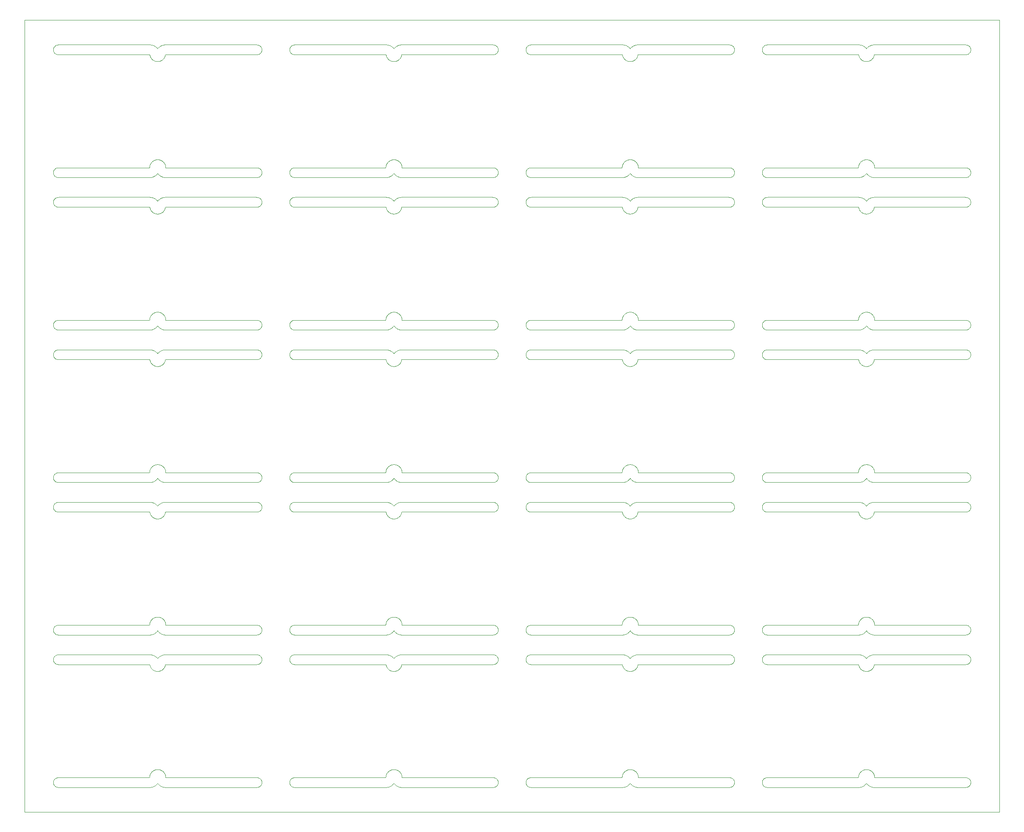
<source format=gbr>
%TF.GenerationSoftware,KiCad,Pcbnew,7.0.6+dfsg-1*%
%TF.CreationDate,2023-08-23T14:28:08+02:00*%
%TF.ProjectId,GPDI_ULX3S_panel,47504449-5f55-44c5-9833-535f70616e65,1.6*%
%TF.SameCoordinates,Original*%
%TF.FileFunction,Profile,NP*%
%FSLAX46Y46*%
G04 Gerber Fmt 4.6, Leading zero omitted, Abs format (unit mm)*
G04 Created by KiCad (PCBNEW 7.0.6+dfsg-1) date 2023-08-23 14:28:08*
%MOMM*%
%LPD*%
G01*
G04 APERTURE LIST*
%TA.AperFunction,Profile*%
%ADD10C,0.100000*%
%TD*%
G04 APERTURE END LIST*
D10*
X55976214Y-102922125D02*
X55930878Y-102904637D01*
X125803143Y-161983718D02*
X125833099Y-162023266D01*
X173106851Y-45253754D02*
X173151435Y-45230451D01*
X171124868Y-69090802D02*
X171152815Y-69049811D01*
X103800676Y-170859148D02*
X103759623Y-170833152D01*
X145669743Y-133135262D02*
X145661436Y-133183138D01*
X151719797Y-133785173D02*
X151681490Y-133755278D01*
X126089650Y-78001065D02*
X126089405Y-78001068D01*
X124497586Y-76776098D02*
X124497925Y-76775738D01*
X124498315Y-102135458D02*
X124497880Y-102135675D01*
X123995750Y-141321319D02*
X123948024Y-141304975D01*
X122972126Y-162381792D02*
X122991397Y-162336076D01*
X220508640Y-102136742D02*
X220508255Y-102136446D01*
X219254032Y-161920152D02*
X219275665Y-161895639D01*
X76498583Y-138775107D02*
X76593428Y-138663615D01*
X219917390Y-45278893D02*
X220003991Y-45332991D01*
X76905676Y-48344693D02*
X76875994Y-48352374D01*
X172507543Y-71135912D02*
X172507119Y-71135675D01*
X221855713Y-109632567D02*
X221839504Y-109658593D01*
X151609504Y-164690033D02*
X151575998Y-164654841D01*
X172500520Y-102134706D02*
X172500046Y-102134811D01*
X171692075Y-76163827D02*
X171737833Y-76184894D01*
X220491751Y-45778962D02*
X220492239Y-45778877D01*
X97024100Y-46942123D02*
X96977960Y-46957366D01*
X151362170Y-76722619D02*
X151377412Y-76676480D01*
X76498413Y-102135458D02*
X76497978Y-102135675D01*
X220182141Y-110369731D02*
X220152111Y-110363545D01*
X77349332Y-48149275D02*
X77323313Y-48165494D01*
X174076497Y-171007982D02*
X174076353Y-171008449D01*
X124493394Y-107778635D02*
X124493864Y-107778478D01*
X222059922Y-78105981D02*
X222053769Y-78136017D01*
X122902132Y-109004317D02*
X122901839Y-109003923D01*
X174081064Y-109002444D02*
X174080644Y-109002695D01*
X222082754Y-171001654D02*
X222082293Y-171001819D01*
X199330158Y-133135262D02*
X199324210Y-133087036D01*
X103394998Y-133368855D02*
X103377510Y-133323519D01*
X144473123Y-196000000D02*
X126177586Y-196000000D01*
X171995652Y-110321319D02*
X171947926Y-110304975D01*
X74880073Y-193697297D02*
X74889903Y-193648669D01*
X97585506Y-138586690D02*
X97605199Y-138631113D01*
X218910687Y-171054681D02*
X218904275Y-171012116D01*
X125674790Y-107043314D02*
X125724307Y-107034432D01*
X122943213Y-131458846D02*
X122960181Y-131412226D01*
X76496955Y-45776767D02*
X76497328Y-45776442D01*
X221693813Y-109853196D02*
X221660004Y-109890637D01*
X220659665Y-133327288D02*
X220626260Y-133289518D01*
X96835822Y-101010718D02*
X96883698Y-101019025D01*
X125628523Y-133928051D02*
X125582264Y-133915463D01*
X76499773Y-164134940D02*
X76499312Y-164135090D01*
X240977646Y-163042631D02*
X241023785Y-163057874D01*
X124683150Y-192359342D02*
X124732377Y-192365511D01*
X122849391Y-193996361D02*
X122849702Y-193995971D01*
X125816963Y-133969706D02*
X125769706Y-133961639D01*
X218894014Y-47000090D02*
X218890442Y-47000003D01*
X171953312Y-130443458D02*
X172000340Y-130427657D01*
X240883369Y-169039015D02*
X240930781Y-169049659D01*
X221750673Y-161920152D02*
X221782563Y-161958157D01*
X55976214Y-139942125D02*
X55930878Y-139924637D01*
X222095579Y-69568717D02*
X222107821Y-69616795D01*
X192883467Y-138039015D02*
X192930879Y-138049659D01*
X78077259Y-171006628D02*
X78077048Y-171007070D01*
X104022255Y-108957368D02*
X103976116Y-108942125D01*
X218848865Y-69996735D02*
X218849195Y-69996361D01*
X77349332Y-141149275D02*
X77323313Y-141165494D01*
X124504953Y-71134811D02*
X124504479Y-71134706D01*
X170845286Y-131999242D02*
X170845745Y-131999048D01*
X97679377Y-107961395D02*
X97680571Y-108009972D01*
X124079437Y-130404584D02*
X124111120Y-130396516D01*
X55330452Y-169864737D02*
X55338759Y-169816861D01*
X123256108Y-138033436D02*
X123305689Y-138042338D01*
X174138096Y-162778552D02*
X174142161Y-162810992D01*
X126082489Y-47001819D02*
X126082037Y-47002006D01*
X76272818Y-192365511D02*
X76322045Y-192359342D01*
X122901528Y-47003545D02*
X122901198Y-47003182D01*
X173279644Y-110191088D02*
X173252837Y-110205968D01*
X222155199Y-131995971D02*
X222155510Y-131996361D01*
X222153774Y-131993354D02*
X222153956Y-131993818D01*
X172953983Y-141330822D02*
X172905480Y-141344693D01*
X126084858Y-47001227D02*
X126084373Y-47001299D01*
X123468430Y-195900655D02*
X123422833Y-195915463D01*
X123340278Y-109912101D02*
X123319174Y-109889860D01*
X124954081Y-48330822D02*
X124905578Y-48344693D01*
X174130701Y-100729494D02*
X174138096Y-100778552D01*
X97390579Y-169309937D02*
X97424087Y-169345129D01*
X172316308Y-107588117D02*
X172353115Y-107625094D01*
X76316504Y-138588117D02*
X76353311Y-138625094D01*
X172628176Y-76624667D02*
X172665124Y-76587614D01*
X76498858Y-195135263D02*
X76498413Y-195135458D01*
X75699529Y-110190563D02*
X75656073Y-110164941D01*
X199330158Y-107864737D02*
X199338465Y-107816861D01*
X174089552Y-109001065D02*
X174089307Y-109001068D01*
X78077744Y-78005778D02*
X78077491Y-78006197D01*
X78035022Y-171214852D02*
X78021172Y-171263361D01*
X174085247Y-171001179D02*
X174084760Y-171001227D01*
X55436634Y-102456681D02*
X55414787Y-102413278D01*
X173693911Y-140853196D02*
X173660102Y-140890637D01*
X75874297Y-138253298D02*
X75917684Y-138278893D01*
X241622395Y-107676448D02*
X241637639Y-107722588D01*
X122958716Y-140262344D02*
X122944898Y-140213826D01*
X74889903Y-131648669D02*
X74897178Y-131616795D01*
X76510317Y-164138103D02*
X76509997Y-164137738D01*
X55338759Y-132796861D02*
X55349406Y-132749450D01*
X124152307Y-110363545D02*
X124103171Y-110352117D01*
X77856007Y-140632567D02*
X77839798Y-140658593D01*
X240977646Y-101042631D02*
X241023785Y-101057874D01*
X76139421Y-71527963D02*
X76102768Y-71558864D01*
X76494976Y-133138103D02*
X76494673Y-133138483D01*
X56306730Y-195989178D02*
X56258382Y-195983215D01*
X145069288Y-107095343D02*
X145113712Y-107115033D01*
X221912940Y-195983742D02*
X221816767Y-195969706D01*
X124940530Y-164587960D02*
X124902427Y-164558864D01*
X126154834Y-100995148D02*
X126155104Y-100995567D01*
X199544162Y-108638047D02*
X199514267Y-108599740D01*
X151338563Y-102183138D02*
X151330256Y-102135262D01*
X193679181Y-45961395D02*
X193680375Y-46009972D01*
X77660298Y-140890637D02*
X77639179Y-140912864D01*
X222161927Y-131999856D02*
X222162423Y-131999905D01*
X123559290Y-130645512D02*
X123586303Y-130627095D01*
X124507217Y-164135675D02*
X124506782Y-164135458D01*
X123265439Y-171829113D02*
X123233597Y-171789986D01*
X78157230Y-69997752D02*
X78157627Y-69998053D01*
X77418892Y-192627095D02*
X77445905Y-192645512D01*
X172486974Y-45778476D02*
X172487444Y-45778633D01*
X103394998Y-195368855D02*
X103377510Y-195323519D01*
X77391452Y-172121511D02*
X77349332Y-172149275D01*
X124503518Y-102134565D02*
X124503034Y-102134530D01*
X76764803Y-192370384D02*
X76813661Y-192378999D01*
X170851583Y-193990929D02*
X170851620Y-193990432D01*
X76486709Y-138778296D02*
X76487170Y-138778476D01*
X173995523Y-78340365D02*
X173984889Y-78369122D01*
X241661259Y-46203115D02*
X241650614Y-46250527D01*
X55800774Y-45160851D02*
X55843052Y-45136900D01*
X222008347Y-133992989D02*
X221960532Y-133989518D01*
X124826752Y-172363769D02*
X124796718Y-172369935D01*
X97157241Y-163116900D02*
X97199519Y-163140851D01*
X125225065Y-133770108D02*
X125183160Y-133746820D01*
X170841882Y-162999930D02*
X170842380Y-162999905D01*
X220507445Y-164135912D02*
X220507021Y-164135675D01*
X122897558Y-171000755D02*
X122897097Y-171000590D01*
X172508353Y-195136446D02*
X172507955Y-195136169D01*
X97637949Y-46297359D02*
X97622707Y-46343499D01*
X222153183Y-100990432D02*
X222153220Y-100990929D01*
X76496359Y-164136742D02*
X76495988Y-164137057D01*
X122857898Y-69860357D02*
X122862838Y-69810992D01*
X218895476Y-109000234D02*
X218894991Y-109000162D01*
X77478809Y-45094117D02*
X77527172Y-45080270D01*
X170996456Y-195992989D02*
X170875460Y-195998839D01*
X125825101Y-138018979D02*
X125875004Y-138012617D01*
X103320831Y-169961423D02*
X103324406Y-169912963D01*
X124498322Y-138775294D02*
X124498485Y-138775107D01*
X199486287Y-194439987D02*
X199514267Y-194400259D01*
X172491849Y-107778962D02*
X172492337Y-107778877D01*
X220387830Y-45663954D02*
X220482258Y-45775102D01*
X152164396Y-138030697D02*
X152258186Y-138016784D01*
X219054786Y-107007739D02*
X219105015Y-107011571D01*
X173224967Y-133770108D02*
X173183062Y-133746820D01*
X170895089Y-78000162D02*
X170894601Y-78000114D01*
X145318509Y-133755278D02*
X145280202Y-133785173D01*
X200022059Y-45062631D02*
X200068890Y-45049671D01*
X124508451Y-102136446D02*
X124508053Y-102136169D01*
X75699529Y-141190563D02*
X75656073Y-141164941D01*
X145455764Y-108638035D02*
X145424025Y-108674830D01*
X222008347Y-71992989D02*
X221960532Y-71989518D01*
X145069338Y-139924635D02*
X145024002Y-139942123D01*
X123562714Y-172103378D02*
X123522075Y-172073487D01*
X145390481Y-107309937D02*
X145423989Y-107345129D01*
X218900655Y-171002836D02*
X218900292Y-171002508D01*
X76796816Y-48369935D02*
X76747158Y-48378824D01*
X125963813Y-193232483D02*
X125978728Y-193261576D01*
X145679266Y-101941423D02*
X145680458Y-101989999D01*
X74895770Y-140000234D02*
X74895285Y-140000162D01*
X218847769Y-162997752D02*
X218848151Y-162997431D01*
X222147003Y-162860357D02*
X222149446Y-162892960D01*
X220403756Y-192352379D02*
X220436409Y-192350750D01*
X221966102Y-140415980D02*
X221954024Y-140444161D01*
X78154068Y-162993354D02*
X78154250Y-162993818D01*
X241604926Y-46388836D02*
X241585235Y-46433260D01*
X174082391Y-109001819D02*
X174081939Y-109002006D01*
X124732377Y-99365511D02*
X124764705Y-99370384D01*
X199975920Y-132057874D02*
X200022059Y-132042631D01*
X173233298Y-161520055D02*
X173277446Y-161542688D01*
X75275959Y-99895639D02*
X75309704Y-99859271D01*
X172046122Y-138360755D02*
X172086691Y-138390616D01*
X172594914Y-133250101D02*
X172510424Y-133138483D01*
X126084858Y-140001227D02*
X126084373Y-140001299D01*
X172983239Y-110321647D02*
X172953983Y-110330822D01*
X192497422Y-78000000D02*
X174089552Y-78001065D01*
X220792806Y-195463539D02*
X220757688Y-195430903D01*
X199320635Y-70941423D02*
X199324210Y-70892963D01*
X152355116Y-76007238D02*
X152478054Y-76001198D01*
X55976214Y-71922125D02*
X55930878Y-71904637D01*
X241539414Y-133498960D02*
X241513418Y-133540012D01*
X174079464Y-109003567D02*
X174079101Y-109003895D01*
X247495474Y-40004296D02*
X247495182Y-40003902D01*
X222156554Y-193997431D02*
X222156936Y-193997752D01*
X221306061Y-68558324D02*
X221349026Y-68583130D01*
X126077161Y-47006628D02*
X126076950Y-47007070D01*
X170827413Y-165000000D02*
X152526876Y-165000000D01*
X170960083Y-69412226D02*
X170972028Y-69381792D01*
X145113739Y-194095053D02*
X145157143Y-194116900D01*
X76498420Y-107775294D02*
X76498583Y-107775107D01*
X193157067Y-46883095D02*
X193113663Y-46904943D01*
X221874808Y-45012617D02*
X221924970Y-45008793D01*
X222084177Y-47001299D02*
X222083697Y-47001394D01*
X78154682Y-162994716D02*
X78154932Y-162995148D01*
X76498413Y-195135458D02*
X76497978Y-195135675D01*
X193023904Y-77942123D02*
X192977764Y-77957366D01*
X76499773Y-195134940D02*
X76499312Y-195135090D01*
X126079562Y-140003567D02*
X126079199Y-140003895D01*
X126157941Y-131998334D02*
X126158367Y-131998594D01*
X126160182Y-193999413D02*
X126160658Y-193999560D01*
X222165570Y-69999996D02*
X222165820Y-70000000D01*
X173431013Y-76110398D02*
X173478613Y-76094117D01*
X125233396Y-68520055D02*
X125277544Y-68542688D01*
X103460487Y-71498960D02*
X103436536Y-71456681D01*
X126034924Y-171214852D02*
X126021074Y-171263361D01*
X222084177Y-171001299D02*
X222083697Y-171001394D01*
X174153578Y-193992401D02*
X174153713Y-193992881D01*
X124905578Y-79344693D02*
X124875896Y-79352374D01*
X97390593Y-194289966D02*
X97424099Y-194325158D01*
X124509561Y-71137389D02*
X124509207Y-71137057D01*
X218866707Y-193778552D02*
X218874102Y-193729494D01*
X144521830Y-138001197D02*
X144644773Y-138007230D01*
X122852982Y-162942510D02*
X122855455Y-162892960D01*
X103460487Y-102498960D02*
X103436536Y-102456681D01*
X218846534Y-100998594D02*
X218846960Y-100998334D01*
X97455837Y-164618047D02*
X97424099Y-164654841D01*
X126095775Y-100568717D02*
X126108017Y-100616795D01*
X124650618Y-99356087D02*
X124683150Y-99359342D01*
X75254326Y-192920152D02*
X75275959Y-192895639D01*
X220086593Y-76390616D02*
X220167266Y-76453212D01*
X124182337Y-79369731D02*
X124152307Y-79363545D01*
X151609504Y-170710033D02*
X151575998Y-170674841D01*
X96977908Y-45062617D02*
X97024049Y-45077857D01*
X126130799Y-131729494D02*
X126138194Y-131778552D01*
X151324308Y-70892963D02*
X151330256Y-70844737D01*
X124796718Y-141369935D02*
X124747060Y-141378824D01*
X122898454Y-109001152D02*
X122898011Y-109000942D01*
X77253033Y-172205968D02*
X77208318Y-172229325D01*
X221874808Y-76012617D02*
X221924970Y-76008793D01*
X222078656Y-78004240D02*
X222078327Y-78004602D01*
X151377412Y-101656480D02*
X151394900Y-101611144D01*
X126162619Y-193999905D02*
X126163117Y-193999930D01*
X55324504Y-108107036D02*
X55320929Y-108058576D01*
X76509997Y-102137738D02*
X76509659Y-102137389D01*
X193669645Y-132844737D02*
X193675593Y-132892963D01*
X123098090Y-47588159D02*
X123083240Y-47561335D01*
X171453496Y-138079383D02*
X171501920Y-138093265D01*
X76875994Y-110352374D02*
X76826850Y-110363769D01*
X55514561Y-164579740D02*
X55486581Y-164540012D01*
X174162025Y-162999856D02*
X174162521Y-162999905D01*
X219947828Y-110304975D02*
X219919082Y-110294310D01*
X218996358Y-164992989D02*
X218875362Y-164998839D01*
X170925811Y-140134979D02*
X170919796Y-140105518D01*
X220493668Y-107778478D02*
X220494129Y-107778299D01*
X126125122Y-162697297D02*
X126130799Y-162729494D01*
X124046220Y-107360755D02*
X124086789Y-107390616D01*
X78061982Y-162458846D02*
X78072394Y-162489837D01*
X77769804Y-102961639D02*
X77722991Y-102951299D01*
X218991201Y-69336076D02*
X219004647Y-69306275D01*
X97563659Y-101523318D02*
X97585506Y-101566721D01*
X126072296Y-100489837D02*
X126086920Y-100537245D01*
X123922688Y-192454640D02*
X123953410Y-192443458D01*
X122866903Y-69778552D02*
X122874298Y-69729494D01*
X151486385Y-77560012D02*
X151460389Y-77518960D01*
X78152213Y-162942510D02*
X78153336Y-162987536D01*
X241585212Y-195413278D02*
X241563365Y-195456681D01*
X123188134Y-164969706D02*
X123091961Y-164983742D01*
X122895672Y-47000234D02*
X122895187Y-47000162D01*
X199319443Y-108010000D02*
X199320635Y-107961423D01*
X74851384Y-131992881D02*
X74851519Y-131992401D01*
X221638885Y-47912864D02*
X221603221Y-47948544D01*
X218903401Y-47007400D02*
X218903258Y-47006932D01*
X124506337Y-164135263D02*
X124505883Y-164135090D01*
X122919894Y-171105518D02*
X122910883Y-171054681D01*
X55719993Y-107214826D02*
X55759721Y-107186847D01*
X76492533Y-138778877D02*
X76493016Y-138778768D01*
X152260961Y-46998804D02*
X152212501Y-46995229D01*
X172321849Y-99359342D02*
X172354381Y-99356087D01*
X125536667Y-195900655D02*
X125444980Y-195868412D01*
X124496261Y-71136742D02*
X124495890Y-71137057D01*
X173082311Y-130454640D02*
X173128494Y-130472765D01*
X172501965Y-164134530D02*
X172501481Y-164134565D01*
X55544456Y-107381952D02*
X55576194Y-107345158D01*
X172495100Y-195137738D02*
X172494780Y-195138103D01*
X219771505Y-130520055D02*
X219800961Y-130505870D01*
X220487822Y-45778766D02*
X220488305Y-45778875D01*
X122889805Y-193648669D02*
X122897080Y-193616795D01*
X77576081Y-130746161D02*
X77613280Y-130778988D01*
X124489973Y-107779059D02*
X124490468Y-107779072D01*
X151414591Y-45586721D02*
X151436438Y-45543318D01*
X222107821Y-193616795D02*
X222115096Y-193648669D01*
X221660004Y-171890637D02*
X221638885Y-171912864D01*
X78085443Y-47001179D02*
X78084956Y-47001227D01*
X174076663Y-171007521D02*
X174076497Y-171007982D01*
X145585408Y-194566721D02*
X145605099Y-194611144D01*
X174078425Y-171004602D02*
X174078113Y-171004980D01*
X174156652Y-100997431D02*
X174157034Y-100997752D01*
X103460487Y-169501039D02*
X103486483Y-169459987D01*
X122851286Y-69992881D02*
X122851421Y-69992401D01*
X76497554Y-195135912D02*
X76497142Y-195136169D01*
X174060020Y-78105981D02*
X174053867Y-78136017D01*
X218895956Y-171000329D02*
X218895476Y-171000234D01*
X125852184Y-193049811D02*
X125880131Y-193090802D01*
X126085833Y-109001155D02*
X126085345Y-109001179D01*
X123995750Y-48321319D02*
X123948024Y-48304975D01*
X55362366Y-70702619D02*
X55377608Y-70656480D01*
X152116399Y-45039025D02*
X152164396Y-45030697D01*
X97113837Y-71884946D02*
X97069415Y-71904637D01*
X151414591Y-164413278D02*
X151394900Y-164368855D01*
X103842954Y-163116900D02*
X103886358Y-163095053D01*
X123905726Y-102697570D02*
X123821937Y-102746820D01*
X221099175Y-133697570D02*
X221058444Y-133672285D01*
X218849195Y-162996361D02*
X218849506Y-162995971D01*
X124983337Y-172321647D02*
X124954081Y-172330822D01*
X124845609Y-161385477D02*
X124893977Y-161396516D01*
X170851434Y-131991915D02*
X170851521Y-131991424D01*
X174153281Y-69990432D02*
X174153318Y-69990929D01*
X74847254Y-193998334D02*
X74847666Y-193998053D01*
X174153281Y-131990432D02*
X174153318Y-131990929D01*
X124493864Y-76778478D02*
X124494325Y-76778299D01*
X221151337Y-45230451D02*
X221242877Y-45185520D01*
X199436340Y-195456681D02*
X199414493Y-195413278D01*
X126152115Y-69942510D02*
X126153238Y-69987536D01*
X240835546Y-46989281D02*
X240787319Y-46995229D01*
X97024100Y-170942123D02*
X96977960Y-170957366D01*
X172102572Y-71558864D02*
X172064469Y-71587960D01*
X74867001Y-162778552D02*
X74874396Y-162729494D01*
X125277544Y-161542688D02*
X125306257Y-161558324D01*
X49506943Y-200998121D02*
X49507351Y-200998394D01*
X174154486Y-162994716D02*
X174154736Y-162995148D01*
X103486483Y-102540012D02*
X103460487Y-102498960D01*
X124272720Y-99365511D02*
X124321947Y-99359342D01*
X97069436Y-139924635D02*
X97024100Y-139942123D01*
X172103073Y-172352117D02*
X172073395Y-172344417D01*
X144741708Y-107016771D02*
X144835567Y-107030689D01*
X126084858Y-78001227D02*
X126084373Y-78001299D01*
X241023785Y-194057874D02*
X241069121Y-194075362D01*
X76666806Y-79389822D02*
X76636302Y-79392916D01*
X172484371Y-76777070D02*
X172484774Y-76777357D01*
X222159058Y-162999048D02*
X222159517Y-162999242D01*
X104022255Y-138062631D02*
X104069086Y-138049671D01*
X145355327Y-139743530D02*
X145318533Y-139775270D01*
X76495746Y-169777627D02*
X76496163Y-169777361D01*
X122851850Y-193987785D02*
X122851859Y-193987536D01*
X221203744Y-130505870D02*
X221233200Y-130520055D01*
X193390383Y-76309937D02*
X193423891Y-76345129D01*
X222008347Y-102992989D02*
X221960532Y-102989518D01*
X122889805Y-162648669D02*
X122897080Y-162616795D01*
X122944898Y-171213826D02*
X122937250Y-171184135D01*
X221722697Y-195951299D02*
X221628327Y-195928051D01*
X220247017Y-102430903D02*
X220211899Y-102463539D01*
X78083048Y-47001654D02*
X78082587Y-47001819D01*
X55514561Y-170599740D02*
X55486581Y-170560012D01*
X96497618Y-78000000D02*
X78089748Y-78001065D01*
X170903001Y-171006018D02*
X170902791Y-171005575D01*
X55609700Y-76309966D02*
X55644892Y-76276460D01*
X76518993Y-192349513D02*
X76568590Y-192350750D01*
X193661338Y-195183138D02*
X193650691Y-195230549D01*
X123375918Y-78947804D02*
X123340278Y-78912101D01*
X125527074Y-169080270D02*
X125625787Y-169054694D01*
X75185133Y-109725030D02*
X75167643Y-109699848D01*
X77481517Y-110055359D02*
X77457274Y-110074130D01*
X172893879Y-161396516D02*
X172925562Y-161404584D01*
X124353213Y-45625094D02*
X124388026Y-45663954D01*
X174081496Y-109002214D02*
X174081064Y-109002444D01*
X74849489Y-100996361D02*
X74849800Y-100995971D01*
X219771505Y-99520055D02*
X219800961Y-99505870D01*
X199719699Y-138214826D02*
X199759427Y-138186847D01*
X103330354Y-71135262D02*
X103324406Y-71087036D01*
X221526878Y-107080270D02*
X221625591Y-107054694D01*
X97240550Y-138186823D02*
X97280280Y-138214801D01*
X56164471Y-132010718D02*
X56212697Y-132004770D01*
X172342738Y-79392818D02*
X172312236Y-79389704D01*
X221151337Y-169230451D02*
X221242877Y-169185520D01*
X151436438Y-195456681D02*
X151414591Y-195413278D01*
X123139827Y-109657697D02*
X123123636Y-109631660D01*
X56022353Y-45062631D02*
X56069184Y-45049671D01*
X200116301Y-170980974D02*
X200068890Y-170970328D01*
X126078523Y-109004602D02*
X126078211Y-109004980D01*
X221745647Y-140790819D02*
X221713778Y-140829926D01*
X126161630Y-69999782D02*
X126162123Y-69999856D01*
X173575885Y-99746161D02*
X173613084Y-99778988D01*
X222160462Y-193999560D02*
X222160945Y-193999683D01*
X218899913Y-109002197D02*
X218899519Y-109001906D01*
X124747060Y-79378824D02*
X124716752Y-79383461D01*
X241669558Y-107864707D02*
X241675507Y-107912934D01*
X193661338Y-71183138D02*
X193650691Y-71230549D01*
X76243897Y-138518912D02*
X76316504Y-138588117D01*
X55330452Y-164135262D02*
X55324504Y-164087036D01*
X222165820Y-132000000D02*
X240690142Y-132000000D01*
X173750771Y-192920152D02*
X173782661Y-192958157D01*
X241661249Y-107816831D02*
X241669558Y-107864707D01*
X55886456Y-108904946D02*
X55843052Y-108883099D01*
X221430915Y-138110398D02*
X221478515Y-138094117D01*
X56116595Y-194019025D02*
X56164471Y-194010718D01*
X171046362Y-47489053D02*
X171025351Y-47443189D01*
X219201758Y-68983718D02*
X219222142Y-68958157D01*
X172498217Y-133135458D02*
X172497782Y-133135675D01*
X241240278Y-101166847D02*
X241280006Y-101194826D01*
X122850945Y-131993818D02*
X122851127Y-131993354D01*
X125225065Y-195770108D02*
X125183160Y-195746820D01*
X218889609Y-193648669D02*
X218896884Y-193616795D01*
X173151435Y-107230451D02*
X173242975Y-107185520D01*
X76497554Y-133135912D02*
X76497142Y-133136169D01*
X220482420Y-76775289D02*
X220482817Y-76775733D01*
X55759721Y-170833152D02*
X55719993Y-170805173D01*
X219468234Y-133900655D02*
X219422637Y-133915463D01*
X125625787Y-138054694D02*
X125674790Y-138043314D01*
X78033069Y-100381792D02*
X78045014Y-100412226D01*
X78163215Y-100999930D02*
X78165864Y-100999996D01*
X145661445Y-76816831D02*
X145669754Y-76864707D01*
X76497328Y-169776442D02*
X76497684Y-169776098D01*
X220485522Y-169777870D02*
X220485963Y-169778094D01*
X76494976Y-195138103D02*
X76494673Y-195138483D01*
X199975920Y-76077874D02*
X200022059Y-76062631D01*
X76509997Y-71137738D02*
X76509659Y-71137389D01*
X76342934Y-79392818D02*
X76312432Y-79389704D01*
X241023785Y-164922125D02*
X240977646Y-164937368D01*
X74899813Y-140001906D02*
X74899405Y-140001634D01*
X152309661Y-70000000D02*
X170838983Y-70000000D01*
X220167266Y-169453212D02*
X220206268Y-169485093D01*
X151800578Y-169160851D02*
X151842856Y-169136900D01*
X222079003Y-78003895D02*
X222078656Y-78004240D01*
X174165668Y-193999996D02*
X174165918Y-194000000D01*
X192977744Y-195937368D02*
X192930913Y-195950328D01*
X172813465Y-192378999D02*
X172845511Y-192385477D01*
X173288682Y-169164505D02*
X173335396Y-169145833D01*
X151930682Y-107095362D02*
X151976018Y-107077874D01*
X193157045Y-102863099D02*
X193113641Y-102884946D01*
X199320635Y-169961423D02*
X199324210Y-169912963D01*
X220000242Y-161427657D02*
X220031484Y-161418021D01*
X222153774Y-69993354D02*
X222153956Y-69993818D01*
X55681686Y-133755278D02*
X55644892Y-133723539D01*
X171254130Y-68920152D02*
X171275763Y-68895639D01*
X77724405Y-107034432D02*
X77825199Y-107018979D01*
X172486104Y-161349513D02*
X172518797Y-161349513D01*
X192521732Y-76001197D02*
X192644675Y-76007230D01*
X173833001Y-193023266D02*
X173852086Y-193049811D01*
X172409987Y-71250101D02*
X172378543Y-71289518D01*
X77812053Y-140700726D02*
X77794546Y-140725896D01*
X103544358Y-71618047D02*
X103514463Y-71579740D01*
X221575787Y-192746161D02*
X221612986Y-192778988D01*
X241669566Y-170155238D02*
X241661259Y-170203115D01*
X74855553Y-162892960D02*
X74857996Y-162860357D01*
X220498119Y-71135458D02*
X220497684Y-71135675D01*
X55576194Y-164654841D02*
X55544456Y-164618047D01*
X103759623Y-138186847D02*
X103800676Y-138160851D01*
X151324308Y-108107036D02*
X151320733Y-108058576D01*
X172493296Y-45778635D02*
X172493766Y-45778478D01*
X219167349Y-47699848D02*
X219139631Y-47657697D01*
X74899813Y-109001906D02*
X74899405Y-109001634D01*
X171587768Y-48120912D02*
X171562616Y-48103378D01*
X172486104Y-192349513D02*
X172518797Y-192349513D01*
X125881483Y-47589083D02*
X125855909Y-47632567D01*
X76111218Y-130396516D02*
X76159586Y-130385477D01*
X170890295Y-171000000D02*
X152309661Y-171000000D01*
X222153220Y-131990929D02*
X222153282Y-131991424D01*
X124593330Y-45663615D02*
X124628274Y-45624667D01*
X122851859Y-69987536D02*
X122852982Y-69942510D01*
X103719895Y-45214826D02*
X103759623Y-45186847D01*
X172508738Y-164136742D02*
X172508353Y-164136446D01*
X172486104Y-130349513D02*
X172518797Y-130349513D01*
X145318509Y-163224721D02*
X145355303Y-163256460D01*
X222078327Y-171004602D02*
X222078015Y-171004980D01*
X170932703Y-162489837D02*
X170943115Y-162458846D01*
X222153615Y-193992881D02*
X222153774Y-193993354D01*
X170944800Y-171213826D02*
X170937152Y-171184135D01*
X123214853Y-171765722D02*
X123185035Y-171725030D01*
X78000352Y-162306275D02*
X78013798Y-162336076D01*
X219097894Y-47588159D02*
X219083044Y-47561335D01*
X97622689Y-169676448D02*
X97637933Y-169722588D01*
X170984020Y-140339365D02*
X170967760Y-140291610D01*
X151330256Y-194844737D02*
X151338563Y-194796861D01*
X173151435Y-76230451D02*
X173242975Y-76185520D01*
X241280006Y-132194826D02*
X241318313Y-132224721D01*
X78154932Y-69995148D02*
X78155202Y-69995567D01*
X220508640Y-133136742D02*
X220508255Y-133136446D01*
X219995554Y-79321319D02*
X219947828Y-79304975D01*
X76496566Y-138777074D02*
X76496955Y-138776767D01*
X151414591Y-107586721D02*
X151436438Y-107543318D01*
X172489875Y-107779059D02*
X172490370Y-107779072D01*
X171521977Y-110073487D02*
X171497747Y-110054701D01*
X78160280Y-69999413D02*
X78160756Y-69999560D01*
X55976214Y-108942125D02*
X55930878Y-108924637D01*
X219586107Y-99627095D02*
X219627782Y-99600178D01*
X220585705Y-172396732D02*
X220555083Y-172398276D01*
X103544358Y-101361952D02*
X103576096Y-101325158D01*
X103681588Y-70224721D02*
X103719895Y-70194826D01*
X124206464Y-45485093D02*
X124243799Y-45518912D01*
X97485732Y-194400259D02*
X97513712Y-194439987D01*
X218849195Y-69996361D02*
X218849506Y-69995971D01*
X172378543Y-102289518D02*
X172345138Y-102327288D01*
X77603515Y-171948544D02*
X77581297Y-171969672D01*
X222079745Y-109003257D02*
X222079366Y-109003567D01*
X222078015Y-78004980D02*
X222077723Y-78005372D01*
X96739152Y-139998804D02*
X96690452Y-140000000D01*
X199320635Y-107961423D02*
X199324210Y-107912963D01*
X171629869Y-79148704D02*
X171587768Y-79120912D01*
X97539704Y-107501008D02*
X97563657Y-107543287D01*
X218943017Y-193458846D02*
X218959985Y-193412226D01*
X97280324Y-170805166D02*
X97240596Y-170833146D01*
X172813832Y-45453183D02*
X172894448Y-45390738D01*
X220211899Y-195463539D02*
X220139127Y-195527963D01*
X74848445Y-131997431D02*
X74848811Y-131997092D01*
X222142063Y-69810992D02*
X222147003Y-69860357D01*
X49503371Y-40006455D02*
X49503206Y-40006917D01*
X241585212Y-169586690D02*
X241604905Y-169631113D01*
X145661455Y-77203115D02*
X145650810Y-77250527D01*
X173693911Y-109853196D02*
X173660102Y-109890637D01*
X103362268Y-76722619D02*
X103377510Y-76676480D01*
X124494325Y-45778299D02*
X124494777Y-45778097D01*
X220488305Y-138778875D02*
X220488792Y-138778961D01*
X76747158Y-48378824D02*
X76716850Y-48383461D01*
X220865578Y-195527963D02*
X220792806Y-195463539D01*
X126129539Y-102998839D02*
X126008543Y-102992989D01*
X151575998Y-77674841D02*
X151544260Y-77638047D01*
X76494673Y-164138483D02*
X76410183Y-164250101D01*
X172499577Y-71134940D02*
X172499116Y-71135090D01*
X221063408Y-107279287D02*
X221106753Y-107253754D01*
X74896250Y-47000329D02*
X74895770Y-47000234D01*
X193563463Y-133456681D02*
X193539512Y-133498960D01*
X170850847Y-69993818D02*
X170851029Y-69993354D01*
X76505051Y-195134811D02*
X76504577Y-195134706D01*
X104309759Y-47000000D02*
X104261059Y-46998804D01*
X76504098Y-71134624D02*
X76503616Y-71134565D01*
X218874102Y-69729494D02*
X218879779Y-69697297D01*
X222089454Y-78001065D02*
X222089209Y-78001068D01*
X220353017Y-169625094D02*
X220387830Y-169663954D01*
X222085637Y-171001155D02*
X222085149Y-171001179D01*
X218851485Y-162990929D02*
X218851522Y-162990432D01*
X74851948Y-100987785D02*
X74851957Y-100987536D01*
X126159254Y-131999048D02*
X126159713Y-131999242D01*
X103930780Y-70075362D02*
X103976116Y-70057874D01*
X123201954Y-192983718D02*
X123222338Y-192958157D01*
X151719797Y-77805173D02*
X151681490Y-77775278D01*
X221764407Y-109766568D02*
X221745647Y-109790819D01*
X193240376Y-132166847D02*
X193280104Y-132194826D01*
X174158269Y-162998594D02*
X174158707Y-162998832D01*
X171124868Y-193090802D02*
X171152815Y-193049811D01*
X145679266Y-71038576D02*
X145675691Y-71087036D01*
X124031680Y-99418021D02*
X124079437Y-99404584D01*
X241280006Y-101194826D02*
X241318313Y-101224721D01*
X221750673Y-99920152D02*
X221782563Y-99958157D01*
X55414787Y-45586721D02*
X55436634Y-45543318D01*
X193023853Y-76077857D02*
X193069190Y-76095343D01*
X151394900Y-101611144D02*
X151414591Y-101566721D01*
X124497880Y-71135675D02*
X124497456Y-71135912D01*
X172813832Y-76453183D02*
X172894448Y-76390738D01*
X55330452Y-108155262D02*
X55324504Y-108107036D01*
X75522173Y-79073487D02*
X75497943Y-79054701D01*
X74846828Y-69998594D02*
X74847254Y-69998334D01*
X75922786Y-130454640D02*
X75953508Y-130443458D01*
X122847568Y-100998053D02*
X122847965Y-100997752D01*
X103486483Y-194439987D02*
X103514463Y-194400259D01*
X173099273Y-102697570D02*
X173058542Y-102672285D01*
X124243799Y-169518912D02*
X124316406Y-169588117D01*
X218901936Y-78004317D02*
X218901643Y-78003923D01*
X172774854Y-45484988D02*
X172813832Y-45453183D01*
X97024079Y-133922125D02*
X96977940Y-133937368D01*
X77134950Y-110263889D02*
X77106774Y-110275978D01*
X220024803Y-79330513D02*
X219995554Y-79321319D01*
X103349308Y-132749450D02*
X103362268Y-132702619D01*
X76025097Y-110330513D02*
X75995848Y-110321319D01*
X241156969Y-108883095D02*
X241113565Y-108904943D01*
X76775050Y-76484988D02*
X76814028Y-76453183D01*
X76322045Y-161359342D02*
X76354577Y-161356087D01*
X74904530Y-140011874D02*
X74903912Y-140008356D01*
X78152213Y-193942510D02*
X78153336Y-193987536D01*
X145637829Y-194702619D02*
X145650789Y-194749450D01*
X76483449Y-138776094D02*
X76483805Y-138776437D01*
X151349210Y-163749450D02*
X151362170Y-163702619D01*
X220495452Y-169777627D02*
X220495869Y-169777361D01*
X123522075Y-172073487D02*
X123497845Y-172054701D01*
X171254130Y-161920152D02*
X171275763Y-161895639D01*
X77520610Y-48023473D02*
X77481517Y-48055359D01*
X170996456Y-102992989D02*
X170875460Y-102998839D01*
X74898109Y-171000942D02*
X74897656Y-171000755D01*
X199975920Y-164922125D02*
X199930584Y-164904637D01*
X78089748Y-47001065D02*
X78089503Y-47001068D01*
X193650699Y-76769419D02*
X193661347Y-76816831D01*
X97280300Y-163194826D02*
X97318607Y-163224721D01*
X193240376Y-164813152D02*
X193199323Y-164839148D01*
X75844371Y-110263460D02*
X75798544Y-110242369D01*
X76510620Y-133138483D02*
X76510317Y-133138103D01*
X78075666Y-109013162D02*
X78069084Y-109056319D01*
X220507445Y-195135912D02*
X220507021Y-195135675D01*
X220502353Y-195134518D02*
X220501867Y-195134530D01*
X199486287Y-163439987D02*
X199514267Y-163400259D01*
X192644785Y-164992761D02*
X192521847Y-164998801D01*
X193423891Y-138345129D02*
X193455631Y-138381922D01*
X151394900Y-76631144D02*
X151414591Y-76586721D01*
X174095677Y-69568717D02*
X174107919Y-69616795D01*
X174060020Y-47105981D02*
X174053867Y-47136017D01*
X145318533Y-108775270D02*
X145280226Y-108805166D01*
X152164396Y-133969302D02*
X152116399Y-133960974D01*
X104164494Y-133969302D02*
X104164494Y-133969302D01*
X222089209Y-78001068D02*
X222085637Y-78001155D01*
X124321947Y-130359342D02*
X124354479Y-130356087D01*
X123214853Y-47765722D02*
X123185035Y-47725030D01*
X222076399Y-140007982D02*
X222076255Y-140008449D01*
X192883520Y-170980973D02*
X192835644Y-170989281D01*
X222162423Y-100999905D02*
X222162921Y-100999930D01*
X193280104Y-101194826D02*
X193318411Y-101224721D01*
X220110924Y-130396516D02*
X220159292Y-130385477D01*
X218994536Y-171368130D02*
X218983922Y-171339365D01*
X192930879Y-45049659D02*
X192977712Y-45062617D01*
X220724187Y-164396610D02*
X220659665Y-164327288D01*
X74996652Y-133992989D02*
X74875656Y-133998839D01*
X145680458Y-194989999D02*
X145679266Y-195038576D01*
X221485893Y-99674472D02*
X221511954Y-99694213D01*
X241318313Y-133755278D02*
X241280006Y-133785173D01*
X122944898Y-47213826D02*
X122937250Y-47184135D01*
X125637148Y-130801226D02*
X125672663Y-130835867D01*
X77933277Y-109490011D02*
X77919787Y-109517544D01*
X78159811Y-131999242D02*
X78160280Y-131999413D01*
X240690158Y-140000000D02*
X240497324Y-140000000D01*
X144739038Y-163001195D02*
X144787498Y-163004770D01*
X55976214Y-46942125D02*
X55930878Y-46924637D01*
X221769510Y-133961639D02*
X221722697Y-133951299D01*
X170851761Y-69987536D02*
X170852884Y-69942510D01*
X75025547Y-140443189D02*
X75013489Y-140415000D01*
X192472908Y-76000001D02*
X192521732Y-76001197D01*
X76312432Y-172389704D02*
X76262392Y-172383310D01*
X78033069Y-193381792D02*
X78045014Y-193412226D01*
X124497925Y-138775738D02*
X124498322Y-138775294D01*
X219167349Y-171699848D02*
X219139631Y-171657697D01*
X218967662Y-140291610D02*
X218958520Y-140262344D01*
X151330256Y-170155262D02*
X151324308Y-170107036D01*
X104164494Y-45030697D02*
X104258284Y-45016784D01*
X104478152Y-164998801D02*
X104355214Y-164992761D01*
X103514463Y-77599740D02*
X103486483Y-77560012D01*
X193661347Y-107816831D02*
X193669656Y-107864707D01*
X96644871Y-45007230D02*
X96693456Y-45010811D01*
X172064469Y-71587960D02*
X171985822Y-71645063D01*
X221391158Y-48121511D02*
X221349038Y-48149275D01*
X55324504Y-45912963D02*
X55330452Y-45864737D01*
X219770732Y-141228848D02*
X219726033Y-141205461D01*
X174129441Y-164998839D02*
X174008445Y-164992989D01*
X151436438Y-164456681D02*
X151414591Y-164413278D01*
X103320831Y-138961423D02*
X103324406Y-138912963D01*
X78177684Y-134000000D02*
X78129637Y-133998839D01*
X145240474Y-195813152D02*
X145199421Y-195839148D01*
X75332532Y-161835867D02*
X75368047Y-161801226D01*
X221355999Y-195832283D02*
X221267850Y-195791345D01*
X241650614Y-170250527D02*
X241637655Y-170297359D01*
X124488501Y-138778875D02*
X124488988Y-138778961D01*
X144644883Y-133992761D02*
X144521945Y-133998801D01*
X75105309Y-107011571D02*
X75155278Y-107017946D01*
X151976018Y-163057874D02*
X152022157Y-163042631D01*
X219422637Y-71915463D02*
X219376378Y-71928051D01*
X222155840Y-69996735D02*
X222156188Y-69997092D01*
X247496628Y-200993544D02*
X247496793Y-200993082D01*
X122890638Y-78000003D02*
X122890393Y-78000000D01*
X193605003Y-76631113D02*
X193622493Y-76676448D01*
X77158816Y-68485465D02*
X77204038Y-68505870D01*
X221376923Y-192600178D02*
X221418598Y-192627095D01*
X76152405Y-48363545D02*
X76103269Y-48352117D01*
X172813465Y-99378999D02*
X172845511Y-99385477D01*
X171256010Y-45033436D02*
X171305591Y-45042338D01*
X144977862Y-77957366D02*
X144931030Y-77970326D01*
X49506169Y-200997517D02*
X49506549Y-200997829D01*
X103576096Y-77674841D02*
X103544358Y-77638047D01*
X171188036Y-71969706D02*
X171091863Y-71983742D01*
X151330256Y-132844737D02*
X151338563Y-132796861D01*
X145622609Y-170343499D02*
X145605122Y-170388836D01*
X77377217Y-192600178D02*
X77418892Y-192627095D01*
X219922492Y-161454640D02*
X219953214Y-161443458D01*
X123727553Y-192542688D02*
X123771701Y-192520055D01*
X241622391Y-164323519D02*
X241604903Y-164368855D01*
X219770732Y-110228848D02*
X219726033Y-110205461D01*
X55930878Y-132075362D02*
X55976214Y-132057874D01*
X193355189Y-138276432D02*
X193390383Y-138309937D01*
X77004757Y-68427657D02*
X77051785Y-68443458D01*
X193585310Y-132566721D02*
X193605001Y-132611144D01*
X199320635Y-170058576D02*
X199319443Y-170010000D01*
X122851850Y-162987785D02*
X122851859Y-162987536D01*
X145680473Y-170009972D02*
X145679282Y-170058550D01*
X104309759Y-78000000D02*
X104261059Y-77998804D01*
X218839135Y-162999996D02*
X218841784Y-162999930D01*
X170894601Y-47000114D02*
X170894112Y-47000090D01*
X220497729Y-169775738D02*
X220498126Y-169775294D01*
X170967760Y-171291610D02*
X170958618Y-171262344D01*
X200164298Y-164969302D02*
X200164298Y-164969302D01*
X77694107Y-47853196D02*
X77660298Y-47890637D01*
X122850513Y-69994716D02*
X122850740Y-69994272D01*
X172506239Y-133135263D02*
X172505785Y-133135090D01*
X103319639Y-108010000D02*
X103320831Y-107961423D01*
X75874297Y-76253298D02*
X75917684Y-76278893D01*
X77151631Y-107230451D02*
X77243171Y-107185520D01*
X193675593Y-194892963D02*
X193679168Y-194941423D01*
X152212501Y-101004770D02*
X152260961Y-101001195D01*
X145024002Y-46942123D02*
X144977862Y-46957366D01*
X174044818Y-193412226D02*
X174061786Y-193458846D01*
X125418794Y-192627095D02*
X125445807Y-192645512D01*
X172507955Y-195136169D02*
X172507543Y-195135912D01*
X124510219Y-164138103D02*
X124509899Y-164137738D01*
X241199248Y-108859143D02*
X241156969Y-108883095D01*
X74960279Y-131412226D02*
X74972224Y-131381792D01*
X221134656Y-79263889D02*
X221106480Y-79275978D01*
X97455827Y-76381922D02*
X97485724Y-76420228D01*
X76747158Y-141378824D02*
X76716850Y-141383461D01*
X124490468Y-107779072D02*
X124490963Y-107779059D01*
X173713876Y-78829926D02*
X173693911Y-78853196D01*
X240977646Y-133937368D02*
X240930815Y-133950328D01*
X76845707Y-99385477D02*
X76894075Y-99396516D01*
X218890442Y-171000003D02*
X218890197Y-171000000D01*
X173978630Y-131261576D02*
X174000156Y-131306275D01*
X171171900Y-131023266D02*
X171201856Y-130983718D01*
X76501195Y-195134624D02*
X76500716Y-195134706D01*
X241355091Y-138276432D02*
X241390285Y-138309937D01*
X56478250Y-102998801D02*
X56355312Y-102992761D01*
X222020878Y-78263361D02*
X222011716Y-78292620D01*
X171726131Y-141205461D02*
X171699333Y-141190563D01*
X174152017Y-162942510D02*
X174153140Y-162987536D01*
X222081398Y-47002214D02*
X222080966Y-47002444D01*
X200309563Y-78000000D02*
X200260863Y-77998804D01*
X173613084Y-192778988D02*
X173637050Y-192801226D01*
X193622489Y-133323519D02*
X193605001Y-133368855D01*
X145390495Y-194289966D02*
X145424001Y-194325158D01*
X75065110Y-100188913D02*
X75081456Y-100160599D01*
X172486061Y-107778094D02*
X172486513Y-107778296D01*
X218919698Y-109105518D02*
X218910687Y-109054681D01*
X77158816Y-130485465D02*
X77204038Y-130505870D01*
X220483884Y-138776763D02*
X220484273Y-138777070D01*
X171046362Y-109489053D02*
X171025351Y-109443189D01*
X200309563Y-132000000D02*
X218838885Y-132000000D01*
X77803241Y-130983718D02*
X77833197Y-131023266D01*
X151609504Y-133690033D02*
X151575998Y-133654841D01*
X173543674Y-172003498D02*
X173520414Y-172023473D01*
X171779934Y-164770108D02*
X171736953Y-164791345D01*
X220483155Y-107776094D02*
X220483511Y-107776437D01*
X97650887Y-71230549D02*
X97637927Y-71277380D01*
X219154984Y-76017946D02*
X219255912Y-76033436D01*
X151486385Y-139560012D02*
X151460389Y-139518960D01*
X171367851Y-161801226D02*
X171391817Y-161778988D01*
X193240376Y-194166847D02*
X193280104Y-194194826D01*
X124508451Y-133136446D02*
X124508053Y-133136169D01*
X77672761Y-99835867D02*
X77695589Y-99859271D01*
X240977614Y-169062617D02*
X241023755Y-169077857D01*
X76167560Y-107453212D02*
X76206562Y-107485093D01*
X122898887Y-78001382D02*
X122898454Y-78001152D01*
X126163117Y-69999930D02*
X126165766Y-69999996D01*
X222147003Y-69860357D02*
X222149446Y-69892960D01*
X170902307Y-47004724D02*
X170902034Y-47004317D01*
X75587964Y-172120912D02*
X75562812Y-172103378D01*
X199377314Y-139343519D02*
X199362072Y-139297380D01*
X103320831Y-70941423D02*
X103324406Y-70892963D01*
X145157143Y-194116900D02*
X145199421Y-194140851D01*
X76977179Y-138333253D02*
X77063702Y-138279287D01*
X174080237Y-171002967D02*
X174079843Y-171003257D01*
X122901528Y-78003545D02*
X122901198Y-78003182D01*
X220436409Y-161350750D02*
X220486006Y-161349513D01*
X97585529Y-46433260D02*
X97563682Y-46476664D01*
X125277544Y-99542688D02*
X125306257Y-99558324D01*
X173400053Y-71851420D02*
X173356097Y-71832283D01*
X151886260Y-71884946D02*
X151842856Y-71863099D01*
X145423989Y-107345129D02*
X145455729Y-107381922D01*
X124568492Y-130350750D02*
X124601145Y-130352379D01*
X124495890Y-71137057D02*
X124495536Y-71137389D01*
X123139827Y-78657697D02*
X123123636Y-78631660D01*
X220211899Y-164463539D02*
X220139127Y-164527963D01*
X76404050Y-130352379D02*
X76436703Y-130350750D01*
X76484567Y-107777070D02*
X76484970Y-107777357D01*
X77913234Y-71983742D02*
X77817061Y-71969706D01*
X240883369Y-138039015D02*
X240930781Y-138049659D01*
X192977744Y-163042631D02*
X193023883Y-163057874D01*
X193679181Y-76961395D02*
X193680375Y-77009972D01*
X76518993Y-130349513D02*
X76568590Y-130350750D01*
X123995750Y-79321319D02*
X123948024Y-79304975D01*
X219559094Y-68645512D02*
X219586107Y-68627095D01*
X200477956Y-164998801D02*
X200355018Y-164992761D01*
X55330452Y-138864737D02*
X55338759Y-138816861D01*
X220894350Y-138390738D02*
X220934889Y-138360949D01*
X199514267Y-138420259D02*
X199544162Y-138381952D01*
X123319174Y-47889860D02*
X123285389Y-47852396D01*
X220504283Y-195134706D02*
X220503804Y-195134624D01*
X97650887Y-194749450D02*
X97661534Y-194796861D01*
X103324406Y-163892963D02*
X103330354Y-163844737D01*
X171559192Y-68645512D02*
X171586205Y-68627095D01*
X76139421Y-133527963D02*
X76102768Y-133558864D01*
X172489381Y-45779022D02*
X172489875Y-45779059D01*
X96931128Y-46970326D02*
X96883716Y-46980973D01*
X222129343Y-164998839D02*
X222008347Y-164992989D01*
X77960826Y-133989518D02*
X77913234Y-133983742D01*
X151319541Y-170010000D02*
X151320733Y-169961423D01*
X76757982Y-133430903D02*
X76724481Y-133396610D01*
X124436605Y-161350750D02*
X124486202Y-161349513D01*
X125279742Y-110191088D02*
X125252935Y-110205968D01*
X172518797Y-130349513D02*
X172568394Y-130350750D01*
X172502936Y-133134530D02*
X172502451Y-133134518D01*
X200309563Y-70000000D02*
X218838885Y-70000000D01*
X173106851Y-138253754D02*
X173151435Y-138230451D01*
X220489283Y-107779022D02*
X220489777Y-107779059D01*
X199609406Y-108710033D02*
X199575900Y-108674841D01*
X97637927Y-102277380D02*
X97622685Y-102323519D01*
X76490071Y-76779059D02*
X76490566Y-76779072D01*
X55486581Y-132439987D02*
X55514561Y-132400259D01*
X55886456Y-194095053D02*
X55930878Y-194075362D01*
X78081692Y-171002214D02*
X78081260Y-171002444D01*
X241669547Y-194844737D02*
X241675495Y-194892963D01*
X103719895Y-133785173D02*
X103681588Y-133755278D01*
X96473221Y-72000000D02*
X78177684Y-72000000D01*
X75562812Y-141103378D02*
X75522173Y-141073487D01*
X222161927Y-162999856D02*
X222162423Y-162999905D01*
X218851654Y-100987785D02*
X218851663Y-100987536D01*
X174155297Y-69995971D02*
X174155608Y-69996361D01*
X172490865Y-169779059D02*
X172491358Y-169779023D01*
X219846183Y-161485465D02*
X219876309Y-161472765D01*
X221485893Y-130674472D02*
X221511954Y-130694213D01*
X103362268Y-164277380D02*
X103349308Y-164230549D01*
X124666708Y-141389822D02*
X124636204Y-141392916D01*
X78082587Y-47001819D02*
X78082135Y-47002006D01*
X174154054Y-131993818D02*
X174154259Y-131994272D01*
X75013489Y-140415000D02*
X74994830Y-140368130D01*
X170894601Y-109000114D02*
X170894112Y-109000090D01*
X74897195Y-78000590D02*
X74896726Y-78000448D01*
X152212501Y-132004770D02*
X152260961Y-132001195D01*
X78154068Y-131993354D02*
X78154250Y-131993818D01*
X126152115Y-131942510D02*
X126153238Y-131987536D01*
X172111022Y-99396516D02*
X172159390Y-99385477D01*
X193563463Y-71456681D02*
X193539512Y-71498960D01*
X171518910Y-161674472D02*
X171559192Y-161645512D01*
X218901643Y-78003923D02*
X218901332Y-78003545D01*
X122900851Y-109002836D02*
X122900488Y-109002508D01*
X199377314Y-70656480D02*
X199394802Y-70611144D01*
X172716654Y-110383461D02*
X172666610Y-110389822D01*
X220473991Y-79399528D02*
X220423561Y-79398232D01*
X55800774Y-132140851D02*
X55843052Y-132116900D01*
X103609602Y-46710033D02*
X103576096Y-46674841D01*
X125151533Y-138230451D02*
X125243073Y-138185520D01*
X103414689Y-170433278D02*
X103394998Y-170388855D01*
X173180595Y-48242828D02*
X173134754Y-48263889D01*
X75771799Y-68520055D02*
X75801255Y-68505870D01*
X124555279Y-110398276D02*
X124504848Y-110399538D01*
X125233396Y-161520055D02*
X125277544Y-161542688D01*
X193069190Y-45095343D02*
X193113614Y-45115033D01*
X55576194Y-107345158D02*
X55609700Y-107309966D01*
X76724481Y-164396610D02*
X76659959Y-164327288D01*
X174152017Y-100942510D02*
X174153140Y-100987536D01*
X75587964Y-110120912D02*
X75562812Y-110103378D01*
X124507641Y-164135912D02*
X124507217Y-164135675D01*
X74903386Y-109006470D02*
X74903197Y-109006018D01*
X124491947Y-138778962D02*
X124492435Y-138778877D01*
X170851434Y-69991915D02*
X170851521Y-69991424D01*
X103324406Y-45912963D02*
X103330354Y-45864737D01*
X199930584Y-77924637D02*
X199886162Y-77904946D01*
X122851286Y-162992881D02*
X122851421Y-162992401D01*
X221279546Y-110191088D02*
X221252739Y-110205968D01*
X96644871Y-107007230D02*
X96693456Y-107010811D01*
X78158039Y-69998334D02*
X78158465Y-69998594D01*
X78035022Y-140214852D02*
X78021172Y-140263361D01*
X172079339Y-130404584D02*
X172111022Y-130396516D01*
X122897558Y-47000755D02*
X122897097Y-47000590D01*
X151377412Y-132656480D02*
X151394900Y-132611144D01*
X170842876Y-69999856D02*
X170843369Y-69999782D01*
X171013293Y-109415000D02*
X170994634Y-109368130D01*
X241318295Y-107244694D02*
X241355091Y-107276432D01*
X124764705Y-192370384D02*
X124813563Y-192378999D01*
X103362268Y-138722619D02*
X103377510Y-138676480D01*
X103436536Y-164456681D02*
X103414689Y-164413278D01*
X170849604Y-100995971D02*
X170849895Y-100995567D01*
X173603319Y-109948544D02*
X173581101Y-109969672D01*
X122827511Y-72000000D02*
X104526974Y-72000000D01*
X144835567Y-76030689D02*
X144883565Y-76039015D01*
X124498485Y-169775107D02*
X124593330Y-169663615D01*
X74842078Y-69999930D02*
X74842576Y-69999905D01*
X193622489Y-70656480D02*
X193637731Y-70702619D01*
X124498322Y-107775294D02*
X124498485Y-107775107D01*
X103377510Y-70656480D02*
X103394998Y-70611144D01*
X220064371Y-71587960D02*
X219985724Y-71645063D01*
X220506586Y-71135458D02*
X220506141Y-71135263D01*
X193157067Y-170883095D02*
X193113663Y-170904943D01*
X222086724Y-131537245D02*
X222095579Y-131568717D01*
X75549773Y-76109586D02*
X75645504Y-76145109D01*
X199324210Y-107912963D02*
X199330158Y-107864737D01*
X124354479Y-130356087D02*
X124403952Y-130352379D01*
X76031778Y-99418021D02*
X76079535Y-99404584D01*
X172683052Y-68359342D02*
X172732279Y-68365511D01*
X247497353Y-40012272D02*
X247497349Y-40012027D01*
X74909420Y-193568717D02*
X74918275Y-193537245D01*
X103644794Y-108743539D02*
X103609602Y-108710033D01*
X151486385Y-169459987D02*
X151514365Y-169420259D01*
X241390299Y-132289966D02*
X241423805Y-132325158D01*
X220191338Y-161378999D02*
X220240196Y-161370384D01*
X97675789Y-194892963D02*
X97679364Y-194941423D01*
X173966200Y-78415980D02*
X173954122Y-78444161D01*
X172492820Y-45778768D02*
X172493296Y-45778635D01*
X124813930Y-45453183D02*
X124894546Y-45390738D01*
X240883369Y-76039015D02*
X240930781Y-76049659D01*
X104164494Y-76030697D02*
X104258284Y-76016784D01*
X123139827Y-140657697D02*
X123123636Y-140631660D01*
X218902461Y-140005144D02*
X218902209Y-140004724D01*
X123305689Y-138042338D02*
X123354755Y-138053745D01*
X174149544Y-100892960D02*
X174152017Y-100942510D01*
X145485634Y-163400259D02*
X145513614Y-163439987D01*
X125203940Y-130505870D02*
X125233396Y-130520055D01*
X97199496Y-45160828D02*
X97240550Y-45186823D01*
X145563584Y-46476664D02*
X145539634Y-46518944D01*
X173724209Y-45034432D02*
X173825003Y-45018979D01*
X77268144Y-195791345D02*
X77225163Y-195770108D01*
X172489381Y-76779022D02*
X172489875Y-76779059D01*
X49504000Y-200994874D02*
X49504252Y-200995295D01*
X220746864Y-79378824D02*
X220716556Y-79383461D01*
X192930913Y-195950328D02*
X192883502Y-195960974D01*
X122862838Y-100810992D02*
X122866903Y-100778552D01*
X172507955Y-133136169D02*
X172507543Y-133135912D01*
X55324504Y-169912963D02*
X55330452Y-169864737D01*
X151514365Y-170599740D02*
X151486385Y-170560012D01*
X174152017Y-69942510D02*
X174153140Y-69987536D01*
X220934889Y-45360949D02*
X220976885Y-45333253D01*
X173939987Y-100188913D02*
X173963715Y-100232483D01*
X122847965Y-100997752D02*
X122848347Y-100997431D01*
X124508451Y-195136446D02*
X124508053Y-195136169D01*
X151377412Y-71323519D02*
X151362170Y-71277380D01*
X76506435Y-71135263D02*
X76505981Y-71135090D01*
X74851816Y-193990432D02*
X74851948Y-193987785D01*
X200068890Y-164950328D02*
X200022059Y-164937368D01*
X192977744Y-132042631D02*
X193023883Y-132057874D01*
X76518993Y-68349513D02*
X76568590Y-68350750D01*
X76747158Y-79378824D02*
X76716850Y-79383461D01*
X145390481Y-76309937D02*
X145423989Y-76345129D01*
X74898552Y-109001152D02*
X74898109Y-109000942D01*
X77377217Y-161600178D02*
X77418892Y-161627095D01*
X173288682Y-138164505D02*
X173335396Y-138145833D01*
X75081456Y-69160599D02*
X75107326Y-69118266D01*
X122903814Y-171008356D02*
X122903717Y-171007875D01*
X172073395Y-110344417D02*
X172024901Y-110330513D01*
X218847372Y-131998053D02*
X218847769Y-131997752D01*
X97199542Y-77859143D02*
X97157263Y-77883095D01*
X78054063Y-78136017D02*
X78042690Y-78185166D01*
X151800578Y-70140851D02*
X151842856Y-70116900D01*
X218897815Y-78000942D02*
X218897362Y-78000755D01*
X199377314Y-133323519D02*
X199362072Y-133277380D01*
X221128396Y-130472765D02*
X221158522Y-130485465D01*
X77794546Y-109725896D02*
X77764701Y-109766568D01*
X104164373Y-163010718D02*
X104212599Y-163004770D01*
X218895476Y-47000234D02*
X218894991Y-47000162D01*
X125543772Y-110003498D02*
X125520512Y-110023473D01*
X125919689Y-109517544D02*
X125896352Y-109562269D01*
X171222240Y-161958157D02*
X171254130Y-161920152D01*
X145637835Y-45722588D02*
X145650797Y-45769419D01*
X171562616Y-79103378D02*
X171521977Y-79073487D01*
X78154682Y-131994716D02*
X78154932Y-131995148D01*
X171025351Y-109443189D02*
X171013293Y-109415000D01*
X152355116Y-138007238D02*
X152478054Y-138001198D01*
X103338661Y-108203138D02*
X103330354Y-108155262D01*
X240930834Y-170970326D02*
X240883422Y-170980973D01*
X122903454Y-140006932D02*
X122903288Y-140006470D01*
X145669743Y-70844737D02*
X145675691Y-70892963D01*
X219985724Y-133645063D02*
X219946261Y-133672285D01*
X78076859Y-47007521D02*
X78076693Y-47007982D01*
X220353017Y-138625094D02*
X220387830Y-138663954D01*
X220485093Y-169777624D02*
X220485522Y-169777870D01*
X221745647Y-109790819D02*
X221713778Y-109829926D01*
X122849391Y-131996361D02*
X122849702Y-131995971D01*
X241563388Y-170476664D02*
X241539438Y-170518944D01*
X172485620Y-76777870D02*
X172486061Y-76778094D01*
X123046460Y-109489053D02*
X123025449Y-109443189D01*
X125794448Y-109725896D02*
X125764603Y-109766568D01*
X172650520Y-130356087D02*
X172683052Y-130359342D01*
X219428918Y-161746161D02*
X219453962Y-161725146D01*
X78076693Y-140007982D02*
X78076549Y-140008449D01*
X172509801Y-195137738D02*
X172509463Y-195137389D01*
X126076761Y-140007521D02*
X126076595Y-140007982D01*
X221355999Y-102832283D02*
X221267850Y-102791345D01*
X173030976Y-79305335D02*
X172983239Y-79321647D01*
X221418598Y-130627095D02*
X221445611Y-130645512D01*
X174156286Y-100997092D02*
X174156652Y-100997431D01*
X76488599Y-107778875D02*
X76489086Y-107778961D01*
X174154259Y-131994272D02*
X174154486Y-131994716D01*
X124504000Y-102134624D02*
X124503518Y-102134565D01*
X172191436Y-130378999D02*
X172240294Y-130370384D01*
X193679181Y-107961395D02*
X193680375Y-108009972D01*
X78042690Y-78185166D02*
X78035022Y-78214852D01*
X221824905Y-169018979D02*
X221874808Y-169012617D01*
X240930834Y-46970326D02*
X240883422Y-46980973D01*
X55486581Y-77560012D02*
X55460585Y-77518960D01*
X152022157Y-164937368D02*
X151976018Y-164922125D01*
X241318337Y-139775270D02*
X241280030Y-139805166D01*
X97355385Y-107276432D02*
X97390579Y-107309937D01*
X55576194Y-76345158D02*
X55609700Y-76309966D01*
X192690240Y-101000000D02*
X192738940Y-101001195D01*
X122851127Y-100993354D02*
X122851286Y-100992881D01*
X171521977Y-48073487D02*
X171497747Y-48054701D01*
X126082489Y-109001819D02*
X126082037Y-109002006D01*
X151800578Y-195839148D02*
X151759525Y-195813152D01*
X172262196Y-141383310D02*
X172231891Y-141378654D01*
X122842478Y-100999905D02*
X122842974Y-100999856D01*
X152212501Y-163004770D02*
X152260961Y-163001195D01*
X76498858Y-102135263D02*
X76498413Y-102135458D01*
X145485634Y-101400259D02*
X145513614Y-101439987D01*
X123844273Y-110263460D02*
X123798446Y-110242369D01*
X222076754Y-78007070D02*
X222076565Y-78007521D01*
X124507217Y-102135675D02*
X124506782Y-102135458D01*
X218898258Y-140001152D02*
X218897815Y-140000942D01*
X77881581Y-109589083D02*
X77856007Y-109632567D01*
X97585506Y-107586690D02*
X97605199Y-107631113D01*
X240741512Y-76016771D02*
X240835371Y-76030689D01*
X173536569Y-164900655D02*
X173444882Y-164868412D01*
X174042494Y-140185166D02*
X174034826Y-140214852D01*
X199319443Y-101989999D02*
X199320635Y-101941423D01*
X192693260Y-107010811D02*
X192741610Y-107016771D01*
X152116399Y-102960974D02*
X152068988Y-102950328D01*
X174153140Y-100987536D02*
X174153149Y-100987785D01*
X123214853Y-78765722D02*
X123185035Y-78725030D01*
X126079199Y-109003895D02*
X126078852Y-109004240D01*
X171458675Y-48022789D02*
X171435428Y-48002798D01*
X219798250Y-48242369D02*
X219770732Y-48228848D01*
X171655777Y-130583130D02*
X171698742Y-130558324D01*
X219376378Y-195928051D02*
X219282008Y-195951299D01*
X241563365Y-194523318D02*
X241585212Y-194566721D01*
X241455543Y-101361952D02*
X241485438Y-101400259D01*
X170851323Y-162992401D02*
X170851434Y-162991915D01*
X170897460Y-171000755D02*
X170896999Y-171000590D01*
X172262196Y-172383310D02*
X172231891Y-172378654D01*
X218827315Y-72000000D02*
X200526778Y-72000000D01*
X77714072Y-171829926D02*
X77694107Y-171853196D01*
X126154357Y-69994272D02*
X126154584Y-69994716D01*
X126021074Y-47263361D02*
X126011912Y-47292620D01*
X222000058Y-131306275D02*
X222013504Y-131336076D01*
X222075372Y-171013162D02*
X222068790Y-171056319D01*
X76496744Y-133136446D02*
X76496359Y-133136742D01*
X123044369Y-164989518D02*
X122996554Y-164992989D01*
X123502018Y-138093265D02*
X123549675Y-138109586D01*
X104261059Y-139998804D02*
X104212599Y-139995229D01*
X126159713Y-193999242D02*
X126160182Y-193999413D01*
X219340082Y-109912101D02*
X219318978Y-109889860D01*
X76496744Y-71136446D02*
X76496359Y-71136742D01*
X193513516Y-101439987D02*
X193539512Y-101481039D01*
X241318337Y-77775270D02*
X241280030Y-77805166D01*
X104258284Y-133983215D02*
X104164494Y-133969302D01*
X78076549Y-78008449D02*
X78076428Y-78008924D01*
X126084858Y-109001227D02*
X126084373Y-109001299D01*
X122899715Y-140001906D02*
X122899307Y-140001634D01*
X220280518Y-133396610D02*
X220247017Y-133430903D01*
X126154834Y-193995148D02*
X126155104Y-193995567D01*
X172102572Y-133558864D02*
X172064469Y-133587960D01*
X74902755Y-78005144D02*
X74902503Y-78004724D01*
X199930584Y-102904637D02*
X199886162Y-102884946D01*
X218899913Y-78002197D02*
X218899519Y-78001906D01*
X221729040Y-130895639D02*
X221750673Y-130920152D01*
X240741512Y-138016771D02*
X240835371Y-138030689D01*
X104069086Y-71950328D02*
X104022255Y-71937368D01*
X173581101Y-140969672D02*
X173543674Y-141003498D01*
X76500242Y-195134811D02*
X76499773Y-195134940D01*
X123233597Y-140789986D02*
X123214853Y-140765722D01*
X122897558Y-78000755D02*
X122897097Y-78000590D01*
X77543870Y-48003498D02*
X77520610Y-48023473D01*
X172594914Y-102250101D02*
X172510424Y-102138483D01*
X172497782Y-164135675D02*
X172497358Y-164135912D01*
X222156188Y-100997092D02*
X222156554Y-100997431D01*
X76496163Y-169777361D02*
X76496566Y-169777074D01*
X172500999Y-195134624D02*
X172500520Y-195134706D01*
X78078950Y-140004240D02*
X78078621Y-140004602D01*
X171549577Y-138109586D02*
X171645308Y-138145109D01*
X219004647Y-193306275D02*
X219026173Y-193261576D01*
X124046220Y-169360755D02*
X124086789Y-169390616D01*
X123004843Y-100306275D02*
X123026369Y-100261576D01*
X76484567Y-76777070D02*
X76484970Y-76777357D01*
X78153909Y-193992881D02*
X78154068Y-193993354D01*
X75846477Y-68485465D02*
X75876603Y-68472765D01*
X220102975Y-110352117D02*
X220073297Y-110344417D01*
X151320733Y-164038576D02*
X151319541Y-163990000D01*
X96931128Y-108970326D02*
X96883716Y-108980973D01*
X103930780Y-170924637D02*
X103886358Y-170904946D01*
X222034728Y-109214852D02*
X222020878Y-109263361D01*
X122849391Y-100996361D02*
X122849702Y-100995971D01*
X77674888Y-138043314D02*
X77724405Y-138034432D01*
X221252739Y-48205968D02*
X221208024Y-48229325D01*
X55414787Y-101566721D02*
X55436634Y-101523318D01*
X218849195Y-100996361D02*
X218849506Y-100995971D01*
X151320733Y-46058576D02*
X151319541Y-46010000D01*
X124410085Y-195250101D02*
X124378641Y-195289518D01*
X171254130Y-99920152D02*
X171275763Y-99895639D01*
X171081260Y-69160599D02*
X171107130Y-69118266D01*
X76508549Y-71136446D02*
X76508151Y-71136169D01*
X193318411Y-163224721D02*
X193355205Y-163256460D01*
X219064816Y-193188913D02*
X219081162Y-193160599D01*
X55719993Y-133785173D02*
X55681686Y-133755278D01*
X55644892Y-138276460D02*
X55681686Y-138244721D01*
X174075470Y-47013162D02*
X174068888Y-47056319D01*
X220191338Y-130378999D02*
X220240196Y-130370384D01*
X55338759Y-107816861D02*
X55349406Y-107769450D01*
X220716556Y-141383461D02*
X220666512Y-141389822D01*
X171604848Y-195851420D02*
X171560019Y-195868412D01*
X123167545Y-140699848D02*
X123139827Y-140657697D01*
X240693162Y-138010811D02*
X240741512Y-138016771D01*
X151436438Y-133456681D02*
X151414591Y-133413278D01*
X241199202Y-107160828D02*
X241240256Y-107186823D01*
X78158903Y-162998832D02*
X78159352Y-162999048D01*
X170896999Y-47000590D02*
X170896530Y-47000448D01*
X170972028Y-131381792D02*
X170991299Y-131336076D01*
X96690452Y-140000000D02*
X96497618Y-140000000D01*
X76474285Y-172399528D02*
X76423855Y-172398232D01*
X174155297Y-193995971D02*
X174155608Y-193996361D01*
X221954024Y-109444161D02*
X221932983Y-109490011D01*
X123254228Y-130920152D02*
X123275861Y-130895639D01*
X172504750Y-172399538D02*
X172474089Y-172399528D01*
X104116497Y-139980974D02*
X104069086Y-139970328D01*
X55514561Y-46599740D02*
X55486581Y-46560012D01*
X218862642Y-131810992D02*
X218866707Y-131778552D01*
X220102474Y-195558864D02*
X220064371Y-195587960D01*
X172505785Y-133135090D02*
X172505324Y-133134940D01*
X222077723Y-171005372D02*
X222077450Y-171005778D01*
X221638885Y-171912864D02*
X221603221Y-171948544D01*
X174076135Y-78009403D02*
X174075510Y-78012921D01*
X126080742Y-47002695D02*
X126080335Y-47002967D01*
X122877388Y-169000000D02*
X122927873Y-169001281D01*
X240835407Y-133969302D02*
X240741617Y-133983215D01*
X125954220Y-171444161D02*
X125933179Y-171490011D01*
X193675593Y-195087036D02*
X193669645Y-195135262D01*
X125058640Y-102672285D02*
X125019177Y-102645063D01*
X75738029Y-107184894D02*
X75829667Y-107229936D01*
X145355303Y-133723539D02*
X145318509Y-133755278D01*
X241604903Y-163611144D02*
X241622391Y-163656480D01*
X75139925Y-109657697D02*
X75123734Y-109631660D01*
X221349026Y-192583130D02*
X221376923Y-192600178D01*
X218851485Y-131990929D02*
X218851522Y-131990432D01*
X220489777Y-138779059D02*
X220490272Y-138779072D01*
X75214951Y-140765722D02*
X75185133Y-140725030D01*
X75628076Y-99600178D02*
X75655973Y-99583130D01*
X78069084Y-109056319D02*
X78060216Y-109105981D01*
X220486415Y-107778296D02*
X220486876Y-107778476D01*
X103800676Y-107160851D02*
X103842954Y-107136900D01*
X172746962Y-141378824D02*
X172716654Y-141383461D01*
X171256010Y-107033436D02*
X171305591Y-107042338D01*
X222076565Y-171007521D02*
X222076399Y-171007982D01*
X173782661Y-68958157D02*
X173803045Y-68983718D01*
X221208024Y-110229325D02*
X221180497Y-110242828D01*
X192521847Y-164998801D02*
X192473025Y-165000000D01*
X241675507Y-76912934D02*
X241679083Y-76961395D01*
X75013489Y-171415000D02*
X74994830Y-171368130D01*
X151930682Y-194075362D02*
X151976018Y-194057874D01*
X174076353Y-109008449D02*
X174076232Y-109008924D01*
X193423903Y-164654841D02*
X193390397Y-164690033D01*
X78060216Y-47105981D02*
X78054063Y-47136017D01*
X124659861Y-71327288D02*
X124626456Y-71289518D01*
X151644696Y-170743539D02*
X151609504Y-170710033D01*
X125880131Y-162090802D02*
X125897869Y-162118266D01*
X124585901Y-141396732D02*
X124555279Y-141398276D01*
X76502647Y-195134518D02*
X76502161Y-195134530D01*
X192690256Y-171000000D02*
X192497422Y-171000000D01*
X174085735Y-47001155D02*
X174085247Y-47001179D01*
X122899307Y-47001634D02*
X122898887Y-47001382D01*
X170890540Y-47000003D02*
X170890295Y-47000000D01*
X151644696Y-101256460D02*
X151681490Y-101224721D01*
X78158039Y-100998334D02*
X78158465Y-100998594D01*
X104355214Y-169007238D02*
X104478152Y-169001198D01*
X173674692Y-169043314D02*
X173724209Y-169034432D01*
X219587670Y-110120912D02*
X219562518Y-110103378D01*
X125603417Y-47948544D02*
X125581199Y-47969672D01*
X76487640Y-76778633D02*
X76488116Y-76778766D01*
X220494129Y-138778299D02*
X220494581Y-138778097D01*
X219025253Y-47443189D02*
X219013195Y-47415000D01*
X104478152Y-133998801D02*
X104355214Y-133992761D01*
X220496848Y-133136169D02*
X220496450Y-133136446D01*
X171655877Y-48164941D02*
X171629869Y-48148704D01*
X122850263Y-131995148D02*
X122850513Y-131994716D01*
X103514463Y-76420259D02*
X103544358Y-76381952D01*
X193390397Y-195690033D02*
X193355205Y-195723539D01*
X75153011Y-193049811D02*
X75172096Y-193023266D01*
X170897913Y-78000942D02*
X170897460Y-78000755D01*
X125581199Y-109969672D02*
X125543772Y-110003498D01*
X199800480Y-76160851D02*
X199842758Y-76136900D01*
X77335592Y-45145833D02*
X77431209Y-45110398D01*
X126155706Y-69996361D02*
X126156036Y-69996735D01*
X192690240Y-194000000D02*
X192738940Y-194001195D01*
X219779836Y-164770108D02*
X219736855Y-164791345D01*
X174162025Y-100999856D02*
X174162521Y-100999905D01*
X151514365Y-108599740D02*
X151486385Y-108560012D01*
X151842856Y-169136900D02*
X151886260Y-169115053D01*
X78042690Y-47185166D02*
X78035022Y-47214852D01*
X170848963Y-131996735D02*
X170849293Y-131996361D01*
X126152115Y-193942510D02*
X126153238Y-193987536D01*
X199575900Y-102654841D02*
X199544162Y-102618047D01*
X152212501Y-46995229D02*
X152164275Y-46989281D01*
X145455739Y-163361952D02*
X145485634Y-163400259D01*
X103759623Y-102813152D02*
X103719895Y-102785173D01*
X172000340Y-192427657D02*
X172031582Y-192418021D01*
X74890736Y-140000003D02*
X74890491Y-140000000D01*
X126082950Y-47001654D02*
X126082489Y-47001819D01*
X220737441Y-169518726D02*
X220774756Y-169484988D01*
X240835546Y-139989281D02*
X240787319Y-139995229D01*
X221349038Y-141149275D02*
X221323019Y-141165494D01*
X151460389Y-194481039D02*
X151486385Y-194439987D01*
X145675691Y-194892963D02*
X145679266Y-194941423D01*
X125613182Y-99778988D02*
X125637148Y-99801226D01*
X96741806Y-107016771D02*
X96835665Y-107030689D01*
X151930682Y-133904637D02*
X151886260Y-133884946D01*
X123059932Y-109516595D02*
X123046460Y-109489053D01*
X220497729Y-76775738D02*
X220498126Y-76775294D01*
X124410085Y-71250101D02*
X124378641Y-71289518D01*
X123124966Y-162090802D02*
X123152913Y-162049811D01*
X222154638Y-193995148D02*
X222154908Y-193995567D01*
X222153183Y-69990432D02*
X222153220Y-69990929D01*
X173628425Y-133928051D02*
X173582166Y-133915463D01*
X145069317Y-102904637D02*
X145023981Y-102922125D01*
X78076331Y-140009403D02*
X78075706Y-140012921D01*
X173637050Y-68801226D02*
X173672565Y-68835867D01*
X171844175Y-141263460D02*
X171798348Y-141242369D01*
X200116301Y-195960974D02*
X200068890Y-195950328D01*
X222159986Y-69999413D02*
X222160462Y-69999560D01*
X240690142Y-163000000D02*
X240738842Y-163001195D01*
X144690338Y-70000000D02*
X144739038Y-70001195D01*
X171214755Y-109765722D02*
X171184937Y-109725030D01*
X77613280Y-130778988D02*
X77637246Y-130801226D01*
X75429212Y-130746161D02*
X75454256Y-130725146D01*
X219376378Y-102928051D02*
X219282008Y-102951299D01*
X125106676Y-110275978D02*
X125059827Y-110294689D01*
X173769608Y-102961639D02*
X173722795Y-102951299D01*
X193650712Y-77250527D02*
X193637753Y-77297359D01*
X218901332Y-171003545D02*
X218901002Y-171003182D01*
X124484469Y-138777070D02*
X124484872Y-138777357D01*
X241650601Y-107769419D02*
X241661249Y-107816831D01*
X173582166Y-71915463D02*
X173536569Y-71900655D01*
X220737441Y-138518726D02*
X220774756Y-138484988D01*
X78079297Y-140003895D02*
X78078950Y-140004240D01*
X151681490Y-76244721D02*
X151719797Y-76214826D01*
X124506337Y-195135263D02*
X124505883Y-195135090D01*
X199460291Y-101481039D02*
X199486287Y-101439987D01*
X221051491Y-68443458D02*
X221082213Y-68454640D01*
X171947926Y-48304975D02*
X171919180Y-48294310D01*
X76492045Y-169778962D02*
X76492533Y-169778877D01*
X193113641Y-133884946D02*
X193069219Y-133904637D01*
X218896884Y-162616795D02*
X218909126Y-162568717D01*
X145669762Y-170155238D02*
X145661455Y-170203115D01*
X170850847Y-193993818D02*
X170851029Y-193993354D01*
X171107130Y-162118266D02*
X171124868Y-162090802D01*
X49505129Y-200996477D02*
X49505458Y-200996840D01*
X151330256Y-164135262D02*
X151324308Y-164087036D01*
X75044467Y-71989518D02*
X74996652Y-71992989D01*
X199377314Y-46343519D02*
X199362072Y-46297380D01*
X123844273Y-48263460D02*
X123798446Y-48242369D01*
X122875558Y-195998839D02*
X122827511Y-196000000D01*
X219064816Y-131188913D02*
X219081162Y-131160599D01*
X144739038Y-70001195D02*
X144787498Y-70004770D01*
X199644598Y-101256460D02*
X199681392Y-101224721D01*
X124628274Y-107624667D02*
X124665222Y-107587614D01*
X75493045Y-68694213D02*
X75519106Y-68674472D01*
X170850415Y-100994716D02*
X170850642Y-100994272D01*
X171770830Y-141228848D02*
X171726131Y-141205461D01*
X219587670Y-48120912D02*
X219562518Y-48103378D01*
X75041382Y-131232483D02*
X75065110Y-131188913D01*
X171655877Y-172164941D02*
X171629869Y-172148704D01*
X221851988Y-193049811D02*
X221879935Y-193090802D01*
X122866903Y-131778552D02*
X122874298Y-131729494D01*
X123233597Y-171789986D02*
X123214853Y-171765722D01*
X172489875Y-169779059D02*
X172490370Y-169779072D01*
X76737735Y-138518726D02*
X76775050Y-138484988D01*
X174153872Y-69993354D02*
X174154054Y-69993818D01*
X124595012Y-195250101D02*
X124510522Y-195138483D01*
X103930780Y-139924637D02*
X103886358Y-139904946D01*
X221349038Y-110149275D02*
X221323019Y-110165494D01*
X126089405Y-171001068D02*
X126085833Y-171001155D01*
X103842954Y-76136900D02*
X103886358Y-76115053D01*
X123737051Y-71791345D02*
X123648902Y-71832283D01*
X241069121Y-102904637D02*
X241023785Y-102922125D01*
X55319737Y-139010000D02*
X55320929Y-138961423D01*
X170901430Y-47003545D02*
X170901100Y-47003182D01*
X97661543Y-76816831D02*
X97669852Y-76864707D01*
X145563559Y-76543287D02*
X145585408Y-76586690D01*
X97199542Y-170859143D02*
X97157263Y-170883095D01*
X123107228Y-131118266D02*
X123124966Y-131090802D01*
X123780032Y-195770108D02*
X123737051Y-195791345D01*
X151330256Y-102135262D02*
X151324308Y-102087036D01*
X97424099Y-132325158D02*
X97455837Y-132361952D01*
X126153238Y-193987536D02*
X126153247Y-193987785D01*
X145637829Y-164277380D02*
X145622587Y-164323519D01*
X221526878Y-138080270D02*
X221625591Y-138054694D01*
X145637829Y-132702619D02*
X145650789Y-132749450D01*
X174155006Y-131995567D02*
X174155297Y-131995971D01*
X220159292Y-161385477D02*
X220191338Y-161378999D01*
X97240596Y-108833146D02*
X97199542Y-108859143D01*
X220894350Y-45390738D02*
X220934889Y-45360949D01*
X122851850Y-100987785D02*
X122851859Y-100987536D01*
X173391256Y-48121511D02*
X173349136Y-48149275D01*
X200164298Y-133969302D02*
X200164298Y-133969302D01*
X172495120Y-138777873D02*
X172495550Y-138777627D01*
X49509102Y-40000724D02*
X49508649Y-40000912D01*
X76499312Y-133135090D02*
X76498858Y-133135263D01*
X126160658Y-193999560D02*
X126161141Y-193999683D01*
X75305787Y-138042338D02*
X75354853Y-138053745D01*
X125978728Y-193261576D02*
X126000254Y-193306275D01*
X145637829Y-102277380D02*
X145622587Y-102323519D01*
X173279644Y-141191088D02*
X173252837Y-141205968D01*
X125323215Y-110165494D02*
X125279742Y-110191088D01*
X171091863Y-164983742D02*
X171044271Y-164989518D01*
X78152213Y-131942510D02*
X78153336Y-131987536D01*
X222149446Y-162892960D02*
X222151919Y-162942510D01*
X173660102Y-47890637D02*
X173638983Y-47912864D01*
X222154388Y-100994716D02*
X222154638Y-100995148D01*
X78153909Y-100992881D02*
X78154068Y-100993354D01*
X124505422Y-102134940D02*
X124504953Y-102134811D01*
X193240354Y-45186823D02*
X193280084Y-45214801D01*
X172497827Y-169775738D02*
X172498224Y-169775294D01*
X170898789Y-78001382D02*
X170898356Y-78001152D01*
X103644794Y-71723539D02*
X103609602Y-71690033D01*
X241650601Y-138769419D02*
X241661249Y-138816831D01*
X241355107Y-195723539D02*
X241318313Y-195755278D01*
X145113739Y-133884946D02*
X145069317Y-133904637D01*
X145679279Y-76961395D02*
X145680473Y-77009972D01*
X151886260Y-77904946D02*
X151842856Y-77883099D01*
X124495218Y-107777873D02*
X124495648Y-107777627D01*
X76505051Y-133134811D02*
X76504577Y-133134706D01*
X97024079Y-70057874D02*
X97069415Y-70075362D01*
X96977940Y-132042631D02*
X97024079Y-132057874D01*
X220940334Y-71587960D02*
X220902231Y-71558864D01*
X219041088Y-162232483D02*
X219064816Y-162188913D01*
X123522075Y-48073487D02*
X123497845Y-48054701D01*
X122904471Y-47012116D02*
X122904432Y-47011874D01*
X145355287Y-76276432D02*
X145390481Y-76309937D01*
X76732475Y-130365511D02*
X76764803Y-130370384D01*
X104258284Y-195983215D02*
X104164494Y-195969302D01*
X97199542Y-139859143D02*
X97157263Y-139883095D01*
X193280128Y-139805166D02*
X193240400Y-139833146D01*
X123059932Y-171516595D02*
X123046460Y-171489053D01*
X151338563Y-139203138D02*
X151330256Y-139155262D01*
X151842856Y-46883099D02*
X151800578Y-46859148D01*
X241604903Y-71368855D02*
X241585212Y-71413278D01*
X103460487Y-76501039D02*
X103486483Y-76459987D01*
X220483884Y-107776763D02*
X220484273Y-107777070D01*
X55976214Y-107077874D02*
X56022353Y-107062631D01*
X222157333Y-100998053D02*
X222157745Y-100998334D01*
X171736953Y-71791345D02*
X171648804Y-71832283D01*
X126152115Y-100942510D02*
X126153238Y-100987536D01*
X171587768Y-141120912D02*
X171562616Y-141103378D01*
X145539610Y-101481039D02*
X145563561Y-101523318D01*
X172509801Y-133137738D02*
X172509463Y-133137389D01*
X78087018Y-162537245D02*
X78095873Y-162568717D01*
X241675513Y-170107011D02*
X241669566Y-170155238D01*
X200477956Y-169001198D02*
X200526778Y-169000000D01*
X123041284Y-100232483D02*
X123065012Y-100188913D01*
X103681588Y-164755278D02*
X103644794Y-164723539D01*
X174095677Y-100568717D02*
X174107919Y-100616795D01*
X103609602Y-108710033D02*
X103576096Y-108674841D01*
X75123734Y-109631660D02*
X75098188Y-109588159D01*
X78155202Y-69995567D02*
X78155493Y-69995971D01*
X170984020Y-47339365D02*
X170967760Y-47291610D01*
X152260961Y-108998804D02*
X152212501Y-108995229D01*
X219254032Y-130920152D02*
X219275665Y-130895639D01*
X75235489Y-71961639D02*
X75188232Y-71969706D01*
X173445709Y-161645512D02*
X173485991Y-161674472D01*
X55324504Y-195087036D02*
X55320929Y-195038576D01*
X76490566Y-169779072D02*
X76491061Y-169779059D01*
X172507543Y-195135912D02*
X172507119Y-195135675D01*
X103324406Y-77107036D02*
X103320831Y-77058576D01*
X144977810Y-107062617D02*
X145023951Y-107077857D01*
X75185133Y-171725030D02*
X75167643Y-171699848D01*
X193318393Y-107244694D02*
X193355189Y-107276432D01*
X172495967Y-169777361D02*
X172496370Y-169777074D01*
X123275861Y-161895639D02*
X123309606Y-161859271D01*
X145669743Y-163844737D02*
X145675691Y-163892963D01*
X172506684Y-164135458D02*
X172506239Y-164135263D01*
X218900292Y-78002508D02*
X218899913Y-78002197D01*
X172505324Y-164134940D02*
X172504855Y-164134811D01*
X124102670Y-71558864D02*
X124064567Y-71587960D01*
X220555083Y-79398276D02*
X220504652Y-79399538D01*
X220152111Y-110363545D02*
X220102975Y-110352117D01*
X219059736Y-78516595D02*
X219046264Y-78489053D01*
X122841980Y-162999930D02*
X122842478Y-162999905D01*
X77880229Y-100090802D02*
X77897967Y-100118266D01*
X172486061Y-76778094D02*
X172486513Y-76778296D01*
X240497324Y-78000000D02*
X222089454Y-78001065D01*
X97318589Y-138244694D02*
X97355385Y-138276432D01*
X126153676Y-193992401D02*
X126153811Y-193992881D01*
X97650887Y-164230549D02*
X97637927Y-164277380D01*
X124240392Y-68370384D02*
X124272720Y-68365511D01*
X171375820Y-78947804D02*
X171340180Y-78912101D01*
X222124926Y-131697297D02*
X222130603Y-131729494D01*
X123185035Y-109725030D02*
X123167545Y-109699848D01*
X222155510Y-193996361D02*
X222155840Y-193996735D01*
X74890491Y-47000000D02*
X56309857Y-47000000D01*
X103644794Y-107276460D02*
X103681588Y-107244721D01*
X97240572Y-195813152D02*
X97199519Y-195839148D01*
X241240302Y-108833146D02*
X241199248Y-108859143D01*
X124167462Y-45453212D02*
X124206464Y-45485093D01*
X55514561Y-163400259D02*
X55544456Y-163361952D01*
X171367851Y-68801226D02*
X171391817Y-68778988D01*
X55377608Y-194656480D02*
X55395096Y-194611144D01*
X172503420Y-164134565D02*
X172502936Y-164134530D01*
X78077491Y-47006197D02*
X78077259Y-47006628D01*
X126165766Y-193999996D02*
X126166016Y-194000000D01*
X219152717Y-193049811D02*
X219171802Y-193023266D01*
X75726327Y-141205461D02*
X75699529Y-141190563D01*
X241423805Y-164654841D02*
X241390299Y-164690033D01*
X124893977Y-99396516D02*
X124925660Y-99404584D01*
X56022353Y-71937368D02*
X55976214Y-71922125D01*
X171726131Y-48205461D02*
X171699333Y-48190563D01*
X193069190Y-76095343D02*
X193113614Y-76115033D01*
X241023806Y-170942123D02*
X240977666Y-170957366D01*
X220503804Y-133134624D02*
X220503322Y-133134565D01*
X122904471Y-109012116D02*
X122904432Y-109011874D01*
X192738956Y-108998804D02*
X192690256Y-109000000D01*
X103544358Y-163361952D02*
X103576096Y-163325158D01*
X125418794Y-161627095D02*
X125445807Y-161645512D01*
X126011912Y-78292620D02*
X125995621Y-78340365D01*
X200526778Y-107000000D02*
X218877192Y-107000000D01*
X76505520Y-71134940D02*
X76505051Y-71134811D01*
X103394998Y-170388855D02*
X103377510Y-170343519D01*
X126160658Y-100999560D02*
X126161141Y-100999683D01*
X124498760Y-133135263D02*
X124498315Y-133135458D01*
X192497422Y-109000000D02*
X174089552Y-109001065D01*
X56355312Y-102992761D02*
X56306730Y-102989178D01*
X75844371Y-141263460D02*
X75798544Y-141242369D01*
X74958814Y-109262344D02*
X74944996Y-109213826D01*
X222072100Y-131489837D02*
X222086724Y-131537245D01*
X124423757Y-141398232D02*
X124393136Y-141396668D01*
X173933081Y-171490011D02*
X173919591Y-171517544D01*
X75167643Y-171699848D02*
X75139925Y-171657697D01*
X241390323Y-170710023D02*
X241355131Y-170743530D01*
X97622707Y-77343499D02*
X97605220Y-77388836D01*
X56116595Y-133960974D02*
X56069184Y-133950328D01*
X97661553Y-139203115D02*
X97650908Y-139250527D01*
X77058738Y-71672285D02*
X77019275Y-71645063D01*
X170851752Y-100987785D02*
X170851761Y-100987536D01*
X193023904Y-46942123D02*
X192977764Y-46957366D01*
X170877290Y-45000000D02*
X170927775Y-45001281D01*
X74844537Y-100999560D02*
X74845013Y-100999413D01*
X218959985Y-69412226D02*
X218971930Y-69381792D01*
X123065012Y-100188913D02*
X123081358Y-100160599D01*
X126115292Y-193648669D02*
X126125122Y-193697297D01*
X74843565Y-162999782D02*
X74844054Y-162999683D01*
X220506586Y-164135458D02*
X220506141Y-164135263D01*
X123453594Y-138079383D02*
X123502018Y-138093265D01*
X174086822Y-193537245D02*
X174095677Y-193568717D01*
X200022059Y-139957368D02*
X199975920Y-139942125D01*
X104069086Y-76049671D02*
X104116497Y-76039025D01*
X170850415Y-193994716D02*
X170850642Y-193994272D01*
X126032971Y-100381792D02*
X126044916Y-100412226D01*
X122900109Y-47002197D02*
X122899715Y-47001906D01*
X126162123Y-131999856D02*
X126162619Y-131999905D01*
X220650422Y-161356087D02*
X220682954Y-161359342D01*
X78076428Y-140008924D02*
X78076331Y-140009403D01*
X74899405Y-47001634D02*
X74898985Y-47001382D01*
X193605001Y-132611144D02*
X193622489Y-132656480D01*
X97069415Y-101075362D02*
X97113837Y-101095053D01*
X222061688Y-69458846D02*
X222072100Y-69489837D01*
X199644598Y-108743539D02*
X199609406Y-108710033D01*
X74896250Y-109000329D02*
X74895770Y-109000234D01*
X124774952Y-107484988D02*
X124813930Y-107453183D01*
X173481321Y-48055359D02*
X173457078Y-48074130D01*
X76262392Y-79383310D02*
X76232087Y-79378654D01*
X219124770Y-69090802D02*
X219152717Y-69049811D01*
X193069240Y-139924635D02*
X193023904Y-139942123D01*
X221960532Y-164989518D02*
X221912940Y-164983742D01*
X172152209Y-79363545D02*
X172103073Y-79352117D01*
X220500422Y-71134706D02*
X220499948Y-71134811D01*
X55362366Y-101702619D02*
X55377608Y-101656480D01*
X152258186Y-195983215D02*
X152164396Y-195969302D01*
X222078015Y-47004980D02*
X222077723Y-47005372D01*
X171105113Y-169011571D02*
X171155082Y-169017946D01*
X221896156Y-140562269D02*
X221881287Y-140589083D01*
X124086789Y-76390616D02*
X124167462Y-76453212D01*
X221134656Y-172263889D02*
X221106480Y-172275978D01*
X74943311Y-162458846D02*
X74960279Y-162412226D01*
X145539634Y-46518944D02*
X145513638Y-46559998D01*
X222115096Y-69648669D02*
X222124926Y-69697297D01*
X75368047Y-130801226D02*
X75392013Y-130778988D01*
X240787302Y-70004770D02*
X240835528Y-70010718D01*
X75107326Y-100118266D02*
X75125064Y-100090802D01*
X193355205Y-164723539D02*
X193318411Y-164755278D01*
X220813367Y-161378999D02*
X220845413Y-161385477D01*
X171222240Y-192958157D02*
X171254130Y-192920152D01*
X123013391Y-47415000D02*
X122994732Y-47368130D01*
X220507021Y-164135675D02*
X220506586Y-164135458D01*
X124732377Y-161365511D02*
X124764705Y-161370384D01*
X126083419Y-140001513D02*
X126082950Y-140001654D01*
X103414689Y-132566721D02*
X103436536Y-132523318D01*
X125933179Y-47490011D02*
X125919689Y-47517544D01*
X125004659Y-99427657D02*
X125051687Y-99443458D01*
X218848151Y-69997431D02*
X218848517Y-69997092D01*
X220206268Y-76485093D02*
X220243603Y-76518912D01*
X124490963Y-169779059D02*
X124491456Y-169779023D01*
X172505324Y-71134940D02*
X172504855Y-71134811D01*
X170960083Y-100412226D02*
X170972028Y-100381792D01*
X221782563Y-161958157D02*
X221802947Y-161983718D01*
X241513442Y-108559998D02*
X241485463Y-108599727D01*
X75872539Y-110275569D02*
X75844371Y-110263460D01*
X171518910Y-99674472D02*
X171559192Y-99645512D01*
X125995621Y-140340365D02*
X125984987Y-140369122D01*
X171919180Y-48294310D02*
X171872343Y-48275569D01*
X241637633Y-132702619D02*
X241650593Y-132749450D01*
X170904334Y-78011874D02*
X170903716Y-78008356D01*
X170844817Y-193999413D02*
X170845286Y-193999242D01*
X220484273Y-107777070D02*
X220484676Y-107777357D01*
X96835701Y-195969302D02*
X96741911Y-195983215D01*
X221954024Y-47444161D02*
X221932983Y-47490011D01*
X218958520Y-109262344D02*
X218944702Y-109213826D01*
X124167462Y-169453212D02*
X124206464Y-169485093D01*
X171586205Y-161627095D02*
X171627880Y-161600178D01*
X103320831Y-107961423D02*
X103324406Y-107912963D01*
X103976116Y-170942125D02*
X103930780Y-170924637D01*
X145455739Y-164618047D02*
X145424001Y-164654841D01*
X145563561Y-164456681D02*
X145539610Y-164498960D01*
X77391452Y-141121511D02*
X77349332Y-141149275D01*
X172496946Y-71136169D02*
X172496548Y-71136446D01*
X124757884Y-133430903D02*
X124724383Y-133396610D01*
X241637633Y-101702619D02*
X241650593Y-101749450D01*
X55719993Y-195785173D02*
X55681686Y-195755278D01*
X78153336Y-131987536D02*
X78153345Y-131987785D01*
X125852184Y-69049811D02*
X125880131Y-69090802D01*
X77279840Y-110191088D02*
X77253033Y-110205968D01*
X123041284Y-131232483D02*
X123065012Y-131188913D01*
X174142161Y-193810992D02*
X174147101Y-193860357D01*
X124495198Y-195137738D02*
X124494878Y-195138103D01*
X78084956Y-78001227D02*
X78084471Y-78001299D01*
X241680262Y-132990000D02*
X241679070Y-133038576D01*
X220983141Y-110321647D02*
X220953885Y-110330822D01*
X219187938Y-133969706D02*
X219091765Y-133983742D01*
X172436507Y-130350750D02*
X172486104Y-130349513D01*
X55436634Y-108476681D02*
X55414787Y-108433278D01*
X151609504Y-71690033D02*
X151575998Y-71654841D01*
X221520316Y-141023473D02*
X221481223Y-141055359D01*
X247489489Y-40000297D02*
X247489008Y-40000201D01*
X151719797Y-71785173D02*
X151681490Y-71755278D01*
X193680360Y-70990000D02*
X193679168Y-71038576D01*
X76493962Y-76778478D02*
X76494423Y-76778299D01*
X75376672Y-133928051D02*
X75282302Y-133951299D01*
X144739038Y-101001195D02*
X144787498Y-101004770D01*
X76378739Y-71289518D02*
X76345334Y-71327288D01*
X173030976Y-110305335D02*
X172983239Y-110321647D01*
X219604750Y-102851420D02*
X219559921Y-102868412D01*
X173203842Y-68505870D02*
X173233298Y-68520055D01*
X76004285Y-138332991D02*
X76046318Y-138360755D01*
X241669566Y-139155238D02*
X241661259Y-139203115D01*
X75905824Y-164697570D02*
X75822035Y-164746820D01*
X76973515Y-192418021D02*
X77004757Y-192427657D01*
X144883600Y-195960974D02*
X144835603Y-195969302D01*
X218874102Y-162729494D02*
X218879779Y-162697297D01*
X145650797Y-107769419D02*
X145661445Y-107816831D01*
X144787515Y-108995229D02*
X144739054Y-108998804D01*
X122897558Y-140000755D02*
X122897097Y-140000590D01*
X103759623Y-132166847D02*
X103800676Y-132140851D01*
X124498485Y-138775107D02*
X124593330Y-138663615D01*
X97318607Y-164755278D02*
X97280300Y-164785173D01*
X199349112Y-133230549D02*
X199338465Y-133183138D01*
X103842954Y-101116900D02*
X103886358Y-101095053D01*
X219917390Y-169278893D02*
X220003991Y-169332991D01*
X220666512Y-141389822D02*
X220636008Y-141392916D01*
X241650593Y-194749450D02*
X241661240Y-194796861D01*
X97069415Y-195904637D02*
X97024079Y-195922125D01*
X172845511Y-130385477D02*
X172893879Y-130396516D01*
X218959985Y-162412226D02*
X218971930Y-162381792D01*
X123256108Y-45033436D02*
X123305689Y-45042338D01*
X97585506Y-45586690D02*
X97605199Y-45631113D01*
X170900753Y-47002836D02*
X170900390Y-47002508D01*
X219054786Y-138007739D02*
X219105015Y-138011571D01*
X218851090Y-69992881D02*
X218851225Y-69992401D01*
X76404050Y-68352379D02*
X76436703Y-68350750D01*
X222020878Y-140263361D02*
X222011716Y-140292620D01*
X172983239Y-141321647D02*
X172953983Y-141330822D01*
X170848615Y-100997092D02*
X170848963Y-100996735D01*
X145605101Y-107631113D02*
X145622591Y-107676448D01*
X172501965Y-102134530D02*
X172501481Y-102134565D01*
X97585506Y-133413278D02*
X97563659Y-133456681D01*
X76064665Y-133587960D02*
X75986018Y-133645063D01*
X171107130Y-193118266D02*
X171124868Y-193090802D01*
X193605003Y-45631113D02*
X193622493Y-45676448D01*
X97390617Y-139710023D02*
X97355425Y-139743530D01*
X125940085Y-162188913D02*
X125963813Y-162232483D01*
X219586107Y-130627095D02*
X219627782Y-130600178D01*
X122848347Y-193997431D02*
X122848713Y-193997092D01*
X170897913Y-140000942D02*
X170897460Y-140000755D01*
X124493864Y-45778478D02*
X124494325Y-45778299D01*
X78155202Y-162995567D02*
X78155493Y-162995971D01*
X241485463Y-77599727D02*
X241455568Y-77638035D01*
X199362072Y-195277380D02*
X199349112Y-195230549D01*
X96787596Y-163004770D02*
X96835822Y-163010718D01*
X172497488Y-138776098D02*
X172497827Y-138775738D01*
X220500422Y-102134706D02*
X220499948Y-102134811D01*
X126061884Y-69458846D02*
X126072296Y-69489837D01*
X125082409Y-99454640D02*
X125128592Y-99472765D01*
X78035022Y-109214852D02*
X78021172Y-109263361D01*
X76494875Y-138778097D02*
X76495316Y-138777873D01*
X193199323Y-195839148D02*
X193157045Y-195863099D01*
X103976116Y-108942125D02*
X103930780Y-108924637D01*
X75098188Y-78588159D02*
X75083338Y-78561335D01*
X199719699Y-102785173D02*
X199681392Y-102755278D01*
X220240196Y-99370384D02*
X220272524Y-99365511D01*
X222068790Y-171056319D02*
X222059922Y-171105981D01*
X174160084Y-69999413D02*
X174160560Y-69999560D01*
X222082754Y-78001654D02*
X222082293Y-78001819D01*
X221288584Y-107164505D02*
X221335298Y-107145833D01*
X126077919Y-140005372D02*
X126077646Y-140005778D01*
X145157117Y-107136878D02*
X145199398Y-107160828D01*
X240883404Y-102960974D02*
X240835407Y-102969302D01*
X200212403Y-77995229D02*
X200164177Y-77989281D01*
X124626456Y-195289518D02*
X124595012Y-195250101D01*
X171560019Y-102868412D02*
X171468332Y-102900655D01*
X77966396Y-78415980D02*
X77954318Y-78444161D01*
X193650691Y-71230549D02*
X193637731Y-71277380D01*
X170895089Y-171000162D02*
X170894601Y-171000114D01*
X97240572Y-164813152D02*
X97199519Y-164839148D01*
X219026173Y-193261576D02*
X219041088Y-193232483D01*
X55377608Y-101656480D02*
X55395096Y-101611144D01*
X219562518Y-48103378D02*
X219521879Y-48073487D01*
X240883404Y-132019025D02*
X240930815Y-132029671D01*
X126177586Y-72000000D02*
X126129539Y-71998839D01*
X122900851Y-78002836D02*
X122900488Y-78002508D01*
X199377314Y-194656480D02*
X199394802Y-194611144D01*
X172312236Y-79389704D02*
X172262196Y-79383310D01*
X173880033Y-131090802D02*
X173897771Y-131118266D01*
X221923543Y-131160599D02*
X221939889Y-131188913D01*
X103886358Y-77904946D02*
X103842954Y-77883099D01*
X241355091Y-107276432D02*
X241390285Y-107309937D01*
X74927971Y-169001281D02*
X75055080Y-169007739D01*
X170877290Y-76000000D02*
X170927775Y-76001281D01*
X145563561Y-70523318D02*
X145585408Y-70566721D01*
X218890197Y-140000000D02*
X200309563Y-140000000D01*
X97513736Y-77559998D02*
X97485757Y-77599727D01*
X55324504Y-101892963D02*
X55330452Y-101844737D01*
X74897656Y-78000755D02*
X74897195Y-78000590D01*
X199886162Y-194095053D02*
X199930584Y-194075362D01*
X103800676Y-77859148D02*
X103759623Y-77833152D01*
X173603319Y-140948544D02*
X173581101Y-140969672D01*
X145622587Y-101656480D02*
X145637829Y-101702619D01*
X151575998Y-164654841D02*
X151544260Y-164618047D01*
X126000254Y-131306275D02*
X126013700Y-131336076D01*
X103759623Y-194166847D02*
X103800676Y-194140851D01*
X173457078Y-172074130D02*
X173416419Y-172103993D01*
X74991495Y-193336076D02*
X75004941Y-193306275D01*
X241455543Y-164618047D02*
X241423805Y-164654841D01*
X55681686Y-71755278D02*
X55644892Y-71723539D01*
X97113837Y-70095053D02*
X97157241Y-70116900D01*
X221924970Y-138008793D02*
X222051909Y-138002345D01*
X123026369Y-100261576D02*
X123041284Y-100232483D01*
X173782661Y-130958157D02*
X173803045Y-130983718D01*
X124280714Y-195396610D02*
X124247213Y-195430903D01*
X192644785Y-195992761D02*
X192521847Y-195998801D01*
X247497223Y-40008830D02*
X247497151Y-40008344D01*
X74845482Y-193999242D02*
X74845941Y-193999048D01*
X103886358Y-108904946D02*
X103842954Y-108883099D01*
X76495988Y-164137057D02*
X76495634Y-164137389D01*
X76345334Y-71327288D02*
X76280812Y-71396610D01*
X221051491Y-130443458D02*
X221082213Y-130454640D01*
X172509109Y-164137057D02*
X172508738Y-164136742D01*
X174161532Y-100999782D02*
X174162025Y-100999856D01*
X75398220Y-171968948D02*
X75376016Y-171947804D01*
X74901937Y-109003923D02*
X74901626Y-109003545D01*
X75172096Y-162023266D02*
X75202052Y-161983718D01*
X78162717Y-193999905D02*
X78163215Y-193999930D01*
X145455729Y-138381922D02*
X145485626Y-138420228D01*
X221745647Y-47790819D02*
X221713778Y-47829926D01*
X74902755Y-140005144D02*
X74902503Y-140004724D01*
X171648804Y-164832283D02*
X171604848Y-164851420D01*
X219829373Y-76229936D02*
X219874003Y-76253298D01*
X222059922Y-47105981D02*
X222053769Y-47136017D01*
X97024100Y-77942123D02*
X96977960Y-77957366D01*
X172262196Y-48383310D02*
X172231891Y-48378654D01*
X97675801Y-138912934D02*
X97679377Y-138961395D01*
X76764803Y-130370384D02*
X76813661Y-130378999D01*
X241455543Y-132361952D02*
X241485438Y-132400259D01*
X173963715Y-100232483D02*
X173978630Y-100261576D01*
X151319541Y-101989999D02*
X151320733Y-101941423D01*
X222085637Y-47001155D02*
X222085149Y-47001179D01*
X103377510Y-195323519D02*
X103362268Y-195277380D01*
X103842954Y-132116900D02*
X103886358Y-132095053D01*
X55414787Y-138586721D02*
X55436634Y-138543318D01*
X56258382Y-138016784D02*
X56306730Y-138010821D01*
X170850642Y-162994272D02*
X170850847Y-162993818D01*
X123167545Y-78699848D02*
X123139827Y-78657697D01*
X174161532Y-162999782D02*
X174162025Y-162999856D01*
X74849800Y-131995971D02*
X74850091Y-131995567D01*
X55576194Y-195654841D02*
X55544456Y-195618047D01*
X171309508Y-130859271D02*
X171332336Y-130835867D01*
X145157117Y-138136878D02*
X145199398Y-138160828D01*
X123123636Y-109631660D02*
X123098090Y-109588159D01*
X220073297Y-79344417D02*
X220024803Y-79330513D01*
X241485438Y-133579740D02*
X241455543Y-133618047D01*
X76504577Y-102134706D02*
X76504098Y-102134624D01*
X171872343Y-79275569D02*
X171844175Y-79263460D01*
X173306159Y-130558324D02*
X173349124Y-130583130D01*
X78079660Y-140003567D02*
X78079297Y-140003895D01*
X76486709Y-76778296D02*
X76487170Y-76778476D01*
X199544162Y-139638047D02*
X199514267Y-139599740D01*
X126153238Y-131987536D02*
X126153247Y-131987785D01*
X220724187Y-102396610D02*
X220659665Y-102327288D01*
X124585901Y-79396732D02*
X124555279Y-79398276D01*
X76496163Y-45777361D02*
X76496566Y-45777074D01*
X220497034Y-76776442D02*
X220497390Y-76776098D01*
X173575885Y-192746161D02*
X173613084Y-192778988D01*
X220813367Y-99378999D02*
X220845413Y-99385477D01*
X103460487Y-164498960D02*
X103436536Y-164456681D01*
X199886162Y-108904946D02*
X199842758Y-108883099D01*
X97680571Y-170009972D02*
X97679380Y-170058550D01*
X240977614Y-76062617D02*
X241023755Y-76077857D01*
X222165570Y-131999996D02*
X222165820Y-132000000D01*
X172925562Y-161404584D02*
X172973319Y-161418021D01*
X240977646Y-70042631D02*
X241023785Y-70057874D01*
X55514561Y-108599740D02*
X55486581Y-108560012D01*
X193157045Y-101116900D02*
X193199323Y-101140851D01*
X219026173Y-100261576D02*
X219041088Y-100232483D01*
X56478250Y-138001198D02*
X56527072Y-138000000D01*
X78076549Y-140008449D02*
X78076428Y-140008924D01*
X151609504Y-138309966D02*
X151644696Y-138276460D01*
X124902427Y-133558864D02*
X124865774Y-133527963D01*
X240741617Y-164983215D02*
X240693269Y-164989178D01*
X192977744Y-194042631D02*
X193023883Y-194057874D01*
X174068888Y-47056319D02*
X174060020Y-47105981D01*
X76983435Y-48321647D02*
X76954179Y-48330822D01*
X171919180Y-141294310D02*
X171872343Y-141275569D01*
X103759623Y-101166847D02*
X103800676Y-101140851D01*
X241637633Y-133277380D02*
X241622391Y-133323519D01*
X77323313Y-79165494D02*
X77279840Y-79191088D01*
X200022059Y-195937368D02*
X199975920Y-195922125D01*
X218909126Y-69568717D02*
X218917981Y-69537245D01*
X222077197Y-109006197D02*
X222076965Y-109006628D01*
X76485816Y-107777870D02*
X76486257Y-107778094D01*
X172312236Y-110389704D02*
X172262196Y-110383310D01*
X170889707Y-100648669D02*
X170896982Y-100616795D01*
X151544260Y-101361952D02*
X151575998Y-101325158D01*
X220482420Y-169775289D02*
X220482817Y-169775733D01*
X172490370Y-138779072D02*
X172490865Y-138779059D01*
X97513712Y-163439987D02*
X97539708Y-163481039D01*
X124494575Y-102138483D02*
X124410085Y-102250101D01*
X55930878Y-101075362D02*
X55976214Y-101057874D01*
X220321751Y-130359342D02*
X220354283Y-130356087D01*
X55486581Y-107459987D02*
X55514561Y-107420259D01*
X56309857Y-70000000D02*
X74839179Y-70000000D01*
X123846379Y-99485465D02*
X123876505Y-99472765D01*
X103759623Y-45186847D02*
X103800676Y-45160851D01*
X219285193Y-109852396D02*
X219265243Y-109829113D01*
X152022157Y-77957368D02*
X151976018Y-77942125D01*
X174077063Y-171006628D02*
X174076852Y-171007070D01*
X74862936Y-193810992D02*
X74867001Y-193778552D01*
X222155840Y-193996735D02*
X222156188Y-193997092D01*
X55395096Y-101611144D02*
X55414787Y-101566721D01*
X174078113Y-140004980D02*
X174077821Y-140005372D01*
X193423903Y-101325158D02*
X193455641Y-101361952D01*
X103486483Y-164540012D02*
X103460487Y-164498960D01*
X199842758Y-101116900D02*
X199886162Y-101095053D01*
X241240256Y-169186823D02*
X241279986Y-169214801D01*
X123587866Y-48120912D02*
X123562714Y-48103378D01*
X170902559Y-171005144D02*
X170902307Y-171004724D01*
X219184839Y-140725030D02*
X219167349Y-140699848D01*
X55486581Y-71540012D02*
X55460585Y-71498960D01*
X220925464Y-130404584D02*
X220973221Y-130418021D01*
X125063604Y-107279287D02*
X125106949Y-107253754D01*
X74850611Y-69994716D02*
X74850838Y-69994272D01*
X220716556Y-48383461D02*
X220666512Y-48389822D01*
X55843052Y-139883099D02*
X55800774Y-139859148D01*
X193423903Y-70325158D02*
X193455641Y-70361952D01*
X97485732Y-102579740D02*
X97455837Y-102618047D01*
X123453594Y-45079383D02*
X123502018Y-45093265D01*
X104306632Y-133989178D02*
X104258284Y-133983215D01*
X125058640Y-195672285D02*
X125019177Y-195645063D01*
X126079199Y-140003895D02*
X126078852Y-140004240D01*
X171905628Y-102697570D02*
X171821839Y-102746820D01*
X123771701Y-161520055D02*
X123801157Y-161505870D01*
X75340376Y-171912101D02*
X75319272Y-171889860D01*
X145622587Y-194656480D02*
X145637829Y-194702619D01*
X173963715Y-162232483D02*
X173978630Y-162261576D01*
X55843052Y-107136900D02*
X55886456Y-107115053D01*
X174076497Y-78007982D02*
X174076353Y-78008449D01*
X170894112Y-171000090D02*
X170890540Y-171000003D01*
X199930584Y-76095362D02*
X199975920Y-76077874D01*
X172507955Y-71136169D02*
X172507543Y-71135912D01*
X241485438Y-194400259D02*
X241513418Y-194439987D01*
X125031074Y-141305335D02*
X124983337Y-141321647D01*
X192738940Y-132001195D02*
X192787400Y-132004770D01*
X125203940Y-161505870D02*
X125233396Y-161520055D01*
X172243701Y-45518912D02*
X172316308Y-45588117D01*
X174076852Y-140007070D02*
X174076663Y-140007521D01*
X174076232Y-140008924D02*
X174076135Y-140009403D01*
X220594816Y-133250101D02*
X220510326Y-133138483D01*
X241485430Y-45420228D02*
X241513412Y-45459956D01*
X97157215Y-169136878D02*
X97199496Y-169160828D01*
X55930878Y-102904637D02*
X55886456Y-102884946D01*
X97513712Y-132439987D02*
X97539708Y-132481039D01*
X220272524Y-130365511D02*
X220321751Y-130359342D01*
X75026467Y-69261576D02*
X75041382Y-69232483D01*
X222076134Y-78008924D02*
X222076037Y-78009403D01*
X200260863Y-163001195D02*
X200309563Y-163000000D01*
X122991397Y-162336076D02*
X123004843Y-162306275D01*
X221355999Y-133832283D02*
X221267850Y-133791345D01*
X221802947Y-130983718D02*
X221832903Y-131023266D01*
X75649000Y-71832283D02*
X75605044Y-71851420D01*
X151362170Y-45722619D02*
X151377412Y-45676480D01*
X125356195Y-102832283D02*
X125268046Y-102791345D01*
X220483511Y-107776437D02*
X220483884Y-107776763D01*
X222156554Y-162997431D02*
X222156936Y-162997752D01*
X124500144Y-133134811D02*
X124499675Y-133134940D01*
X222032775Y-193381792D02*
X222044720Y-193412226D01*
X75233695Y-78789986D02*
X75214951Y-78765722D01*
X97318631Y-139775270D02*
X97280324Y-139805166D01*
X193157045Y-71863099D02*
X193113641Y-71884946D01*
X193390397Y-194289966D02*
X193423903Y-194325158D01*
X218894991Y-47000162D02*
X218894503Y-47000114D01*
X219235195Y-133961639D02*
X219187938Y-133969706D01*
X218994536Y-47368130D02*
X218983922Y-47339365D01*
X78060216Y-171105981D02*
X78054063Y-171136017D01*
X193622511Y-170343499D02*
X193605024Y-170388836D01*
X193390421Y-46710023D02*
X193355229Y-46743530D01*
X104309759Y-171000000D02*
X104309759Y-171000000D01*
X103460487Y-194481039D02*
X103486483Y-194439987D01*
X172495967Y-76777361D02*
X172496370Y-76777074D01*
X219559921Y-164868412D02*
X219468234Y-164900655D01*
X247497151Y-40008344D02*
X247497055Y-40007863D01*
X218889609Y-69648669D02*
X218896884Y-69616795D01*
X55886456Y-132095053D02*
X55930878Y-132075362D01*
X76650716Y-68356087D02*
X76683248Y-68359342D01*
X77418892Y-68627095D02*
X77445905Y-68645512D01*
X125582264Y-133915463D02*
X125536667Y-133900655D01*
X170889707Y-69648669D02*
X170896982Y-69616795D01*
X103460487Y-133498960D02*
X103436536Y-133456681D01*
X221660004Y-109890637D02*
X221638885Y-109912864D01*
X124484080Y-45776763D02*
X124484469Y-45777070D01*
X199349112Y-46250549D02*
X199338465Y-46203138D01*
X172353115Y-76625094D02*
X172387928Y-76663954D01*
X171801059Y-130505870D02*
X171846281Y-130485465D01*
X78078017Y-140005372D02*
X78077744Y-140005778D01*
X97280280Y-76214801D02*
X97318589Y-76244694D01*
X172940432Y-133587960D02*
X172902329Y-133558864D01*
X172925562Y-99404584D02*
X172973319Y-99418021D01*
X170843369Y-100999782D02*
X170843858Y-100999683D01*
X174052007Y-76002345D02*
X174102424Y-76001064D01*
X170902559Y-47005144D02*
X170902307Y-47004724D01*
X218927677Y-45001281D02*
X219054786Y-45007739D01*
X152212501Y-108995229D02*
X152164275Y-108989281D01*
X125180693Y-110242828D02*
X125134852Y-110263889D01*
X218850749Y-69993818D02*
X218850931Y-69993354D01*
X125575983Y-99746161D02*
X125613182Y-99778988D01*
X123285389Y-140852396D02*
X123265439Y-140829113D01*
X172496548Y-102136446D02*
X172496163Y-102136742D01*
X125180693Y-141242828D02*
X125134852Y-141263889D01*
X174068888Y-109056319D02*
X174060020Y-109105981D01*
X74972224Y-69381792D02*
X74991495Y-69336076D01*
X103338661Y-107816861D02*
X103349308Y-107769450D01*
X74896726Y-78000448D02*
X74896250Y-78000329D01*
X124212095Y-71463539D02*
X124139323Y-71527963D01*
X97424099Y-195654841D02*
X97390593Y-195690033D01*
X220510326Y-164138483D02*
X220510023Y-164138103D01*
X193585310Y-71413278D02*
X193563463Y-71456681D01*
X218903092Y-109006470D02*
X218902903Y-109006018D01*
X96787596Y-194004770D02*
X96835822Y-194010718D01*
X192835626Y-194010718D02*
X192883502Y-194019025D01*
X75798544Y-48242369D02*
X75771026Y-48228848D01*
X56212697Y-170995229D02*
X56164471Y-170989281D01*
X103886358Y-132095053D02*
X103930780Y-132075362D01*
X172498387Y-76775107D02*
X172593232Y-76663615D01*
X221543576Y-172003498D02*
X221520316Y-172023473D01*
X124212095Y-102463539D02*
X124139323Y-102527963D01*
X220902231Y-133558864D02*
X220865578Y-133527963D01*
X75872539Y-48275569D02*
X75844371Y-48263460D01*
X49504525Y-200995703D02*
X49504817Y-200996097D01*
X151349210Y-108250549D02*
X151338563Y-108203138D01*
X124492918Y-169778768D02*
X124493394Y-169778635D01*
X103330354Y-77155262D02*
X103324406Y-77107036D01*
X126034924Y-109214852D02*
X126021074Y-109263361D01*
X75502116Y-138093265D02*
X75549773Y-138109586D01*
X241604903Y-70611144D02*
X241622391Y-70656480D01*
X145023981Y-194057874D02*
X145069317Y-194075362D01*
X77794546Y-78725896D02*
X77764701Y-78766568D01*
X103436536Y-194523318D02*
X103460487Y-194481039D01*
X104022255Y-102937368D02*
X103976116Y-102922125D01*
X170877290Y-107000000D02*
X170927775Y-107001281D01*
X199338465Y-101796861D02*
X199349112Y-101749450D01*
X123953410Y-99443458D02*
X124000438Y-99427657D01*
X124159488Y-99385477D02*
X124191534Y-99378999D01*
X78138292Y-100778552D02*
X78142357Y-100810992D01*
X171091863Y-195983742D02*
X171044271Y-195989518D01*
X124585901Y-110396732D02*
X124555279Y-110398276D01*
X174153318Y-100990929D02*
X174153380Y-100991424D01*
X218901643Y-171003923D02*
X218901332Y-171003545D01*
X103886358Y-101095053D02*
X103930780Y-101075362D01*
X122903717Y-109007875D02*
X122903597Y-109007400D01*
X96521928Y-76001197D02*
X96644871Y-76007230D01*
X220312138Y-48389704D02*
X220262098Y-48383310D01*
X55576194Y-194325158D02*
X55609700Y-194289966D01*
X76495634Y-133137389D02*
X76495296Y-133137738D01*
X218900292Y-109002508D02*
X218899913Y-109002197D01*
X240738858Y-108998804D02*
X240690158Y-109000000D01*
X222153183Y-193990432D02*
X222153220Y-193990929D01*
X76500716Y-133134706D02*
X76500242Y-133134811D01*
X199486287Y-169459987D02*
X199514267Y-169420259D01*
X220496661Y-45776767D02*
X220497034Y-45776442D01*
X77551037Y-161725146D02*
X77576081Y-161746161D01*
X126079941Y-171003257D02*
X126079562Y-171003567D01*
X152258186Y-45016784D02*
X152306534Y-45010821D01*
X172496370Y-45777074D02*
X172496759Y-45776767D01*
X193485536Y-163400259D02*
X193513516Y-163439987D01*
X222102326Y-107001064D02*
X240472810Y-107000001D01*
X97675807Y-170107011D02*
X97669860Y-170155238D01*
X172650520Y-161356087D02*
X172683052Y-161359342D01*
X74903552Y-78006932D02*
X74903386Y-78006470D01*
X193240376Y-101166847D02*
X193280104Y-101194826D01*
X220046024Y-107360755D02*
X220086593Y-107390616D01*
X145157165Y-139883095D02*
X145113761Y-139904943D01*
X174079843Y-171003257D02*
X174079464Y-171003567D01*
X122903717Y-47007875D02*
X122903597Y-47007400D01*
X78162717Y-162999905D02*
X78163215Y-162999930D01*
X220487346Y-138778633D02*
X220487822Y-138778766D01*
X240883404Y-195960974D02*
X240835407Y-195969302D01*
X78138292Y-162778552D02*
X78142357Y-162810992D01*
X76495746Y-138777627D02*
X76496163Y-138777361D01*
X125527074Y-76080270D02*
X125625787Y-76054694D01*
X170851434Y-162991915D02*
X170851521Y-162991424D01*
X76103269Y-110352117D02*
X76073591Y-110344417D01*
X220485963Y-107778094D02*
X220486415Y-107778296D01*
X78076428Y-78008924D02*
X78076331Y-78009403D01*
X172500520Y-71134706D02*
X172500046Y-71134811D01*
X55644892Y-101256460D02*
X55681686Y-101224721D01*
X77745941Y-47790819D02*
X77714072Y-47829926D01*
X75309704Y-99859271D02*
X75332532Y-99835867D01*
X97113837Y-164884946D02*
X97069415Y-164904637D01*
X221603221Y-109948544D02*
X221581003Y-109969672D01*
X97605199Y-45631113D02*
X97622689Y-45676448D01*
X222124926Y-193697297D02*
X222130603Y-193729494D01*
X172492337Y-76778877D02*
X172492820Y-76778768D01*
X199324210Y-102087036D02*
X199320635Y-102038576D01*
X104069086Y-133950328D02*
X104022255Y-133937368D01*
X123948024Y-172304975D02*
X123919278Y-172294310D01*
X103842954Y-139883099D02*
X103800676Y-139859148D01*
X75645504Y-138145109D02*
X75692271Y-138163827D01*
X172504750Y-110399538D02*
X172474089Y-110399528D01*
X240835407Y-195969302D02*
X240741617Y-195983215D01*
X145280202Y-70194826D02*
X145318509Y-70224721D01*
X76905676Y-79344693D02*
X76875994Y-79352374D01*
X174162521Y-69999905D02*
X174163019Y-69999930D01*
X122845384Y-193999242D02*
X122845843Y-193999048D01*
X76393234Y-110396668D02*
X76342934Y-110392818D01*
X96931109Y-195950328D02*
X96883698Y-195960974D01*
X218850317Y-193994716D02*
X218850544Y-193994272D01*
X97069436Y-77924635D02*
X97024100Y-77942123D01*
X173897771Y-193118266D02*
X173923641Y-193160599D01*
X219152717Y-162049811D02*
X219171802Y-162023266D01*
X220953885Y-79330822D02*
X220905382Y-79344693D01*
X241156947Y-164863099D02*
X241113543Y-164884946D01*
X240883404Y-101019025D02*
X240930815Y-101029671D01*
X241563365Y-71456681D02*
X241539414Y-71498960D01*
X240644577Y-138007230D02*
X240693162Y-138010811D01*
X126154584Y-100994716D02*
X126154834Y-100995148D01*
X122855455Y-100892960D02*
X122857898Y-100860357D01*
X172280616Y-71396610D02*
X172247115Y-71430903D01*
X74909420Y-100568717D02*
X74918275Y-100537245D01*
X151842856Y-45136900D02*
X151886260Y-45115053D01*
X123275861Y-192895639D02*
X123309606Y-192859271D01*
X174076852Y-47007070D02*
X174076663Y-47007521D01*
X200116301Y-163019025D02*
X200164177Y-163010718D01*
X104116497Y-194019025D02*
X104164373Y-194010718D01*
X222089454Y-140001065D02*
X222089209Y-140001068D01*
X78142357Y-100810992D02*
X78147297Y-100860357D01*
X220387830Y-138663954D02*
X220482258Y-138775102D01*
X74919992Y-109105518D02*
X74910981Y-109054681D01*
X76491554Y-169779023D02*
X76492045Y-169778962D01*
X77674888Y-107043314D02*
X77724405Y-107034432D01*
X170848249Y-193997431D02*
X170848615Y-193997092D01*
X104164494Y-133969302D02*
X104116497Y-133960974D01*
X125966298Y-78415980D02*
X125954220Y-78444161D01*
X151759525Y-70166847D02*
X151800578Y-70140851D01*
X76232087Y-141378654D02*
X76182435Y-141369731D01*
X221693813Y-78853196D02*
X221660004Y-78890637D01*
X170903001Y-78006018D02*
X170902791Y-78005575D01*
X221478515Y-169094117D02*
X221526878Y-169080270D01*
X74862936Y-162810992D02*
X74867001Y-162778552D01*
X173729138Y-130895639D02*
X173750771Y-130920152D01*
X76505520Y-164134940D02*
X76505051Y-164134811D01*
X125306257Y-130558324D02*
X125349222Y-130583130D01*
X219829373Y-169229936D02*
X219874003Y-169253298D01*
X145113739Y-195884946D02*
X145069317Y-195904637D01*
X103362268Y-108297380D02*
X103349308Y-108250549D01*
X172483253Y-76776094D02*
X172483609Y-76776437D01*
X103436536Y-138543318D02*
X103460487Y-138501039D01*
X151800578Y-102839148D02*
X151759525Y-102813152D01*
X222068790Y-109056319D02*
X222059922Y-109105981D01*
X219391719Y-161778988D02*
X219428918Y-161746161D01*
X75905824Y-102697570D02*
X75822035Y-102746820D01*
X241355131Y-46743530D02*
X241318337Y-46775270D01*
X151800578Y-77859148D02*
X151759525Y-77833152D01*
X241113565Y-139904943D02*
X241069142Y-139924635D01*
X199609406Y-169309966D02*
X199644598Y-169276460D01*
X76499773Y-133134940D02*
X76499312Y-133135090D01*
X241637633Y-71277380D02*
X241622391Y-71323519D01*
X172321849Y-68359342D02*
X172354381Y-68356087D01*
X174081064Y-140002444D02*
X174080644Y-140002695D01*
X172496163Y-195136742D02*
X172495792Y-195137057D01*
X174157431Y-69998053D02*
X174157843Y-69998334D01*
X126158805Y-131998832D02*
X126159254Y-131999048D01*
X222078327Y-140004602D02*
X222078015Y-140004980D01*
X151349210Y-164230549D02*
X151338563Y-164183138D01*
X76593428Y-45663615D02*
X76628372Y-45624667D01*
X76489086Y-107778961D02*
X76489577Y-107779022D01*
X96883698Y-163019025D02*
X96931109Y-163029671D01*
X126158805Y-162998832D02*
X126159254Y-162999048D01*
X220501867Y-102134530D02*
X220501383Y-102134565D01*
X122994732Y-109368130D02*
X122984118Y-109339365D01*
X151759525Y-77833152D02*
X151719797Y-77805173D01*
X219919082Y-48294310D02*
X219872245Y-48275569D01*
X124031680Y-161418021D02*
X124079437Y-161404584D01*
X240835546Y-77989281D02*
X240787319Y-77995229D01*
X126161141Y-69999683D02*
X126161630Y-69999782D01*
X221520316Y-48023473D02*
X221481223Y-48055359D01*
X122897097Y-78000590D02*
X122896628Y-78000448D01*
X241455568Y-46638035D02*
X241423829Y-46674830D01*
X124506337Y-71135263D02*
X124505883Y-71135090D01*
X170846632Y-162998594D02*
X170847058Y-162998334D01*
X171629869Y-48148704D02*
X171587768Y-48120912D01*
X97585529Y-77433260D02*
X97563682Y-77476664D01*
X122896152Y-78000329D02*
X122895672Y-78000234D01*
X78149740Y-193892960D02*
X78152213Y-193942510D01*
X145199421Y-164839148D02*
X145157143Y-164863099D01*
X122890393Y-47000000D02*
X104309759Y-47000000D01*
X193675593Y-164087036D02*
X193669645Y-164135262D01*
X174161532Y-131999782D02*
X174162025Y-131999856D01*
X193513516Y-71540012D02*
X193485536Y-71579740D01*
X97390617Y-170710023D02*
X97355425Y-170743530D01*
X145513608Y-45459956D02*
X145539606Y-45501008D01*
X126153416Y-162990929D02*
X126153478Y-162991424D01*
X221099175Y-102697570D02*
X221058444Y-102672285D01*
X241513418Y-133540012D02*
X241485438Y-133579740D01*
X76388124Y-45663954D02*
X76482552Y-45775102D01*
X78142357Y-69810992D02*
X78147297Y-69860357D01*
X122848347Y-162997431D02*
X122848713Y-162997092D01*
X123874199Y-169253298D02*
X123917586Y-169278893D01*
X78159352Y-131999048D02*
X78159811Y-131999242D01*
X76102768Y-71558864D02*
X76064665Y-71587960D01*
X172636106Y-79392916D02*
X172585803Y-79396732D01*
X144883600Y-102960974D02*
X144835603Y-102969302D01*
X170851761Y-193987536D02*
X170852884Y-193942510D01*
X55319737Y-70990000D02*
X55320929Y-70941423D01*
X218851336Y-69991915D02*
X218851423Y-69991424D01*
X124485718Y-169777870D02*
X124486159Y-169778094D01*
X174155938Y-162996735D02*
X174156286Y-162997092D01*
X55395096Y-45631144D02*
X55414787Y-45586721D01*
X124487542Y-169778633D02*
X124488018Y-169778766D01*
X221984791Y-47369122D02*
X221966102Y-47415980D01*
X241355091Y-169276432D02*
X241390285Y-169309937D01*
X221750673Y-130920152D02*
X221782563Y-130958157D01*
X219501822Y-169093265D02*
X219549479Y-169109586D01*
X220498564Y-164135263D02*
X220498119Y-164135458D01*
X152068988Y-46970328D02*
X152022157Y-46957368D01*
X123587866Y-172120912D02*
X123562714Y-172103378D01*
X126149642Y-100892960D02*
X126152115Y-100942510D01*
X222151919Y-162942510D02*
X222153042Y-162987536D01*
X55414787Y-133413278D02*
X55395096Y-133368855D01*
X173825003Y-138018979D02*
X173874906Y-138012617D01*
X56069184Y-45049671D02*
X56116595Y-45039025D01*
X103324406Y-164087036D02*
X103320831Y-164038576D01*
X124345236Y-195327288D02*
X124280714Y-195396610D01*
X77817061Y-71969706D02*
X77769804Y-71961639D01*
X122991397Y-193336076D02*
X123004843Y-193306275D01*
X76504946Y-141399538D02*
X76474285Y-141399528D01*
X199377314Y-76676480D02*
X199394802Y-76631144D01*
X75254326Y-99920152D02*
X75275959Y-99895639D01*
X76764803Y-161370384D02*
X76813661Y-161378999D01*
X152068988Y-76049671D02*
X152116399Y-76039025D01*
X174075470Y-171013162D02*
X174068888Y-171056319D01*
X171737833Y-138184894D02*
X171829471Y-138229936D01*
X174078754Y-171004240D02*
X174078425Y-171004602D01*
X126000254Y-69306275D02*
X126013700Y-69336076D01*
X124494878Y-102138103D02*
X124494575Y-102138483D01*
X123801157Y-68505870D02*
X123846379Y-68485465D01*
X172813832Y-138453183D02*
X172894448Y-138390738D01*
X104478152Y-45001198D02*
X104526974Y-45000000D01*
X56212697Y-108995229D02*
X56164471Y-108989281D01*
X97605197Y-71368855D02*
X97585506Y-71413278D01*
X218851225Y-100992401D02*
X218851336Y-100991915D01*
X125724307Y-138034432D02*
X125825101Y-138018979D01*
X123948024Y-141304975D02*
X123919278Y-141294310D01*
X103976116Y-101057874D02*
X104022255Y-101042631D01*
X76757982Y-102430903D02*
X76724481Y-102396610D01*
X76410183Y-133250101D02*
X76378739Y-133289518D01*
X75844371Y-79263460D02*
X75798544Y-79242369D01*
X221063408Y-138279287D02*
X221106753Y-138253754D01*
X76496744Y-195136446D02*
X76496359Y-195136742D01*
X126154584Y-162994716D02*
X126154834Y-162995148D01*
X76499773Y-71134940D02*
X76499312Y-71135090D01*
X75497943Y-110054701D02*
X75458871Y-110022789D01*
X145199444Y-139859143D02*
X145157165Y-139883095D01*
X220600949Y-99352379D02*
X220650422Y-99356087D01*
X124316406Y-45588117D02*
X124353213Y-45625094D01*
X151886260Y-133884946D02*
X151842856Y-133863099D01*
X145680458Y-132989999D02*
X145679266Y-133038576D01*
X173444882Y-133868412D02*
X173400053Y-133851420D01*
X126032971Y-162381792D02*
X126044916Y-162412226D01*
X78153576Y-100991424D02*
X78153663Y-100991915D01*
X241113543Y-71884946D02*
X241069121Y-71904637D01*
X125306257Y-192558324D02*
X125349222Y-192583130D01*
X75649000Y-133832283D02*
X75605044Y-133851420D01*
X220494129Y-76778299D02*
X220494581Y-76778097D01*
X122909322Y-162568717D02*
X122918177Y-162537245D01*
X78125220Y-162697297D02*
X78130897Y-162729494D01*
X103486483Y-77560012D02*
X103460487Y-77518960D01*
X76086887Y-138390616D02*
X76167560Y-138453212D01*
X75645504Y-76145109D02*
X75692271Y-76163827D01*
X171995652Y-172321319D02*
X171947926Y-172304975D01*
X122903597Y-140007400D02*
X122903454Y-140006932D01*
X222129343Y-102998839D02*
X222008347Y-102992989D01*
X103976116Y-102922125D02*
X103930780Y-102904637D01*
X220585705Y-79396732D02*
X220555083Y-79398276D01*
X78162717Y-69999905D02*
X78163215Y-69999930D01*
X171398024Y-171968948D02*
X171375820Y-171947804D01*
X75559388Y-161645512D02*
X75586401Y-161627095D01*
X104309759Y-194000000D02*
X122839081Y-194000000D01*
X103319639Y-132990000D02*
X103320831Y-132941423D01*
X172103073Y-141352117D02*
X172073395Y-141344417D01*
X144521945Y-71998801D02*
X144473123Y-72000000D01*
X76483449Y-169776094D02*
X76483805Y-169776437D01*
X76031778Y-192418021D02*
X76079535Y-192404584D01*
X241240278Y-194166847D02*
X241280006Y-194194826D01*
X124813930Y-107453183D02*
X124894546Y-107390738D01*
X56116595Y-107039025D02*
X56164592Y-107030697D01*
X193637731Y-101702619D02*
X193650691Y-101749450D01*
X221638885Y-78912864D02*
X221603221Y-78948544D01*
X145157143Y-195863099D02*
X145113739Y-195884946D01*
X56309857Y-101000000D02*
X74839179Y-101000000D01*
X241390285Y-169309937D02*
X241423793Y-169345129D01*
X97637949Y-108297359D02*
X97622707Y-108343499D01*
X193355205Y-195723539D02*
X193318411Y-195755278D01*
X199394802Y-133368855D02*
X199377314Y-133323519D01*
X123458773Y-110022789D02*
X123435526Y-110002798D01*
X76086887Y-169390616D02*
X76167560Y-169453212D01*
X219154984Y-107017946D02*
X219255912Y-107033436D01*
X193318411Y-132224721D02*
X193355205Y-132256460D01*
X49504252Y-40004704D02*
X49504000Y-40005125D01*
X103576096Y-71654841D02*
X103544358Y-71618047D01*
X219691977Y-76163827D02*
X219737735Y-76184894D01*
X123265439Y-78829113D02*
X123233597Y-78789986D01*
X173349136Y-110149275D02*
X173323117Y-110165494D01*
X218943017Y-131458846D02*
X218959985Y-131412226D01*
X171629869Y-110148704D02*
X171587768Y-110120912D01*
X123222338Y-68958157D02*
X123254228Y-68920152D01*
X75917684Y-169278893D02*
X76004285Y-169332991D01*
X97650887Y-101749450D02*
X97661534Y-101796861D01*
X126153478Y-100991424D02*
X126153565Y-100991915D01*
X172495550Y-138777627D02*
X172495967Y-138777361D01*
X152164275Y-108989281D02*
X152116399Y-108980974D01*
X103362268Y-107722619D02*
X103377510Y-107676480D01*
X220905382Y-172344693D02*
X220875700Y-172352374D01*
X172504381Y-195134706D02*
X172503902Y-195134624D01*
X104258284Y-71983215D02*
X104164494Y-71969302D01*
X124500144Y-195134811D02*
X124499675Y-195134940D01*
X241622391Y-163656480D02*
X241637633Y-163702619D01*
X152526876Y-196000000D02*
X152478054Y-195998801D01*
X55486581Y-133540012D02*
X55460585Y-133498960D01*
X123821937Y-164746820D02*
X123780032Y-164770108D01*
X240883369Y-107039015D02*
X240930781Y-107049659D01*
X122851619Y-162991424D02*
X122851681Y-162990929D01*
X124503034Y-133134530D02*
X124502549Y-133134518D01*
X122937250Y-140184135D02*
X122925909Y-140134979D01*
X151575998Y-163325158D02*
X151609504Y-163289966D01*
X174157034Y-69997752D02*
X174157431Y-69998053D01*
X200355018Y-107007238D02*
X200477956Y-107001198D01*
X220409889Y-164250101D02*
X220378445Y-164289518D01*
X220925464Y-99404584D02*
X220973221Y-99418021D01*
X125252935Y-110205968D02*
X125208220Y-110229325D01*
X55436634Y-76543318D02*
X55460585Y-76501039D01*
X144693465Y-71989178D02*
X144644883Y-71992761D01*
X125134852Y-48263889D02*
X125106676Y-48275978D01*
X75060030Y-171516595D02*
X75046558Y-171489053D01*
X172485620Y-138777870D02*
X172486061Y-138778094D01*
X172485191Y-45777624D02*
X172485620Y-45777870D01*
X124484469Y-45777070D02*
X124484872Y-45777357D01*
X97355401Y-70256460D02*
X97390593Y-70289966D01*
X172499116Y-102135090D02*
X172498662Y-102135263D01*
X170842380Y-100999905D02*
X170842876Y-100999856D01*
X247491794Y-40001122D02*
X247491350Y-40000912D01*
X55681686Y-45244721D02*
X55719993Y-45214826D01*
X174153318Y-162990929D02*
X174153380Y-162991424D01*
X240835528Y-101010718D02*
X240883404Y-101019025D01*
X172182239Y-110369731D02*
X172152209Y-110363545D01*
X77919787Y-171517544D02*
X77896450Y-171562269D01*
X78161239Y-162999683D02*
X78161728Y-162999782D01*
X122843956Y-162999683D02*
X122844439Y-162999560D01*
X151800578Y-194140851D02*
X151842856Y-194116900D01*
X55395096Y-71368855D02*
X55377608Y-71323519D01*
X97355425Y-139743530D02*
X97318631Y-139775270D01*
X221995425Y-78340365D02*
X221984791Y-78369122D01*
X55976214Y-163057874D02*
X56022353Y-163042631D01*
X222042396Y-171185166D02*
X222034728Y-171214852D01*
X151394900Y-170388855D02*
X151377412Y-170343519D01*
X55976214Y-132057874D02*
X56022353Y-132042631D01*
X151324308Y-133087036D02*
X151320733Y-133038576D01*
X125106676Y-48275978D02*
X125059827Y-48294689D01*
X220489283Y-45779022D02*
X220489777Y-45779059D01*
X199842758Y-132116900D02*
X199886162Y-132095053D01*
X77059925Y-48294689D02*
X77031172Y-48305335D01*
X78012010Y-47292620D02*
X77995719Y-47340365D01*
X123727553Y-99542688D02*
X123771701Y-99520055D01*
X124388026Y-107663954D02*
X124482454Y-107775102D01*
X173966200Y-109415980D02*
X173954122Y-109444161D01*
X219655679Y-192583130D02*
X219698644Y-192558324D01*
X55800774Y-70140851D02*
X55843052Y-70116900D01*
X76499312Y-195135090D02*
X76498858Y-195135263D01*
X173128494Y-192472765D02*
X173158620Y-192485465D01*
X221912940Y-133983742D02*
X221816767Y-133969706D01*
X221550743Y-68725146D02*
X221575787Y-68746161D01*
X97669852Y-76864707D02*
X97675801Y-76912934D01*
X76940628Y-71587960D02*
X76902525Y-71558864D01*
X172568394Y-68350750D02*
X172601047Y-68352379D01*
X122844439Y-193999560D02*
X122844915Y-193999413D01*
X218944702Y-171213826D02*
X218937054Y-171184135D01*
X173445709Y-130645512D02*
X173485991Y-130674472D01*
X199609406Y-170710033D02*
X199575900Y-170674841D01*
X55377608Y-102323519D02*
X55362366Y-102277380D01*
X96835822Y-194010718D02*
X96883698Y-194019025D01*
X152478054Y-195998801D02*
X152355116Y-195992761D01*
X170857800Y-69860357D02*
X170862740Y-69810992D01*
X220280518Y-164396610D02*
X220247017Y-164430903D01*
X220496848Y-195136169D02*
X220496450Y-195136446D01*
X151486385Y-70439987D02*
X151514365Y-70400259D01*
X97585506Y-163566721D02*
X97605197Y-163611144D01*
X145023951Y-76077857D02*
X145069288Y-76095343D01*
X219305493Y-45042338D02*
X219354559Y-45053745D01*
X171309508Y-68859271D02*
X171332336Y-68835867D01*
X97539732Y-170518944D02*
X97513736Y-170559998D01*
X103681588Y-138244721D02*
X103719895Y-138214826D01*
X170851029Y-162993354D02*
X170851188Y-162992881D01*
X55460585Y-138501039D02*
X55486581Y-138459987D01*
X193455641Y-163361952D02*
X193485536Y-163400259D01*
X97513736Y-139559998D02*
X97485757Y-139599727D01*
X174153149Y-162987785D02*
X174153281Y-162990432D01*
X97157241Y-71863099D02*
X97113837Y-71884946D01*
X220487346Y-45778633D02*
X220487822Y-45778766D01*
X200116301Y-77980974D02*
X200068890Y-77970328D01*
X103414689Y-101566721D02*
X103436536Y-101523318D01*
X172086691Y-107390616D02*
X172167364Y-107453212D01*
X76492045Y-138778962D02*
X76492533Y-138778877D01*
X55930878Y-164904637D02*
X55886456Y-164884946D01*
X172495120Y-76777873D02*
X172495550Y-76777627D01*
X55514561Y-194400259D02*
X55544456Y-194361952D01*
X126011912Y-109292620D02*
X125995621Y-109340365D01*
X193113641Y-163095053D02*
X193157045Y-163116900D01*
X219340082Y-171912101D02*
X219318978Y-171889860D01*
X123726229Y-110205461D02*
X123699431Y-110190563D01*
X76079535Y-192404584D02*
X76111218Y-192396516D01*
X172483609Y-45776437D02*
X172483982Y-45776763D01*
X151514365Y-46599740D02*
X151486385Y-46560012D01*
X97669841Y-195135262D02*
X97661534Y-195183138D01*
X199609406Y-195690033D02*
X199575900Y-195654841D01*
X145539606Y-107501008D02*
X145563559Y-107543287D01*
X172496370Y-138777074D02*
X172496759Y-138776767D01*
X240930781Y-45049659D02*
X240977614Y-45062617D01*
X74897178Y-69616795D02*
X74909420Y-69568717D01*
X220496065Y-102136742D02*
X220495694Y-102137057D01*
X174011814Y-109292620D02*
X173995523Y-109340365D01*
X171305591Y-107042338D02*
X171354657Y-107053745D01*
X125349234Y-172149275D02*
X125323215Y-172165494D01*
X241240302Y-170833146D02*
X241199248Y-170859143D01*
X218851663Y-131987536D02*
X218852786Y-131942510D01*
X172073395Y-141344417D02*
X172024901Y-141330513D01*
X193679168Y-133038576D02*
X193675593Y-133087036D01*
X172046122Y-45360755D02*
X172086691Y-45390616D01*
X172484371Y-107777070D02*
X172484774Y-107777357D01*
X174008445Y-102992989D02*
X173960630Y-102989518D01*
X124865774Y-102527963D02*
X124793002Y-102463539D01*
X221444784Y-102868412D02*
X221399955Y-102851420D01*
X78084956Y-171001227D02*
X78084471Y-171001299D01*
X123948024Y-110304975D02*
X123919278Y-110294310D01*
X144521830Y-169001197D02*
X144644773Y-169007230D01*
X220110924Y-68396516D02*
X220159292Y-68385477D01*
X75822035Y-71746820D02*
X75780130Y-71770108D01*
X75046558Y-109489053D02*
X75025547Y-109443189D01*
X193661338Y-70796861D02*
X193669645Y-70844737D01*
X173825003Y-76018979D02*
X173874906Y-76012617D01*
X103800676Y-71839148D02*
X103759623Y-71813152D01*
X74895770Y-109000234D02*
X74895285Y-109000162D01*
X124636204Y-79392916D02*
X124585901Y-79396732D01*
X241423805Y-102654841D02*
X241390299Y-102690033D01*
X170843369Y-162999782D02*
X170843858Y-162999683D01*
X218874102Y-193729494D02*
X218879779Y-193697297D01*
X124000438Y-99427657D02*
X124031680Y-99418021D01*
X172507119Y-195135675D02*
X172506684Y-195135458D01*
X199324210Y-45912963D02*
X199330158Y-45864737D01*
X78108115Y-131616795D02*
X78115390Y-131648669D01*
X145280226Y-170805166D02*
X145240498Y-170833146D01*
X126089405Y-140001068D02*
X126085833Y-140001155D01*
X199320635Y-76961423D02*
X199324210Y-76912963D01*
X171521977Y-141073487D02*
X171497747Y-141054701D01*
X126075568Y-140013162D02*
X126068986Y-140056319D01*
X74991495Y-162336076D02*
X75004941Y-162306275D01*
X220875700Y-48352374D02*
X220826556Y-48363769D01*
X173128494Y-161472765D02*
X173158620Y-161485465D01*
X76393234Y-48396668D02*
X76342934Y-48392818D01*
X145669743Y-102135262D02*
X145661436Y-102183138D01*
X192738956Y-77998804D02*
X192690256Y-78000000D01*
X221923543Y-100160599D02*
X221939889Y-100188913D01*
X74894797Y-78000114D02*
X74894308Y-78000090D01*
X193637731Y-194702619D02*
X193650691Y-194749450D01*
X170890295Y-47000000D02*
X152309661Y-47000000D01*
X172342738Y-110392818D02*
X172312236Y-110389704D01*
X75458871Y-79022789D02*
X75435624Y-79002798D01*
X221879935Y-193090802D02*
X221897673Y-193118266D01*
X75737149Y-195791345D02*
X75649000Y-195832283D01*
X171285291Y-78852396D02*
X171265341Y-78829113D01*
X151681490Y-70224721D02*
X151719797Y-70194826D01*
X124354479Y-161356087D02*
X124403952Y-161352379D01*
X220555083Y-110398276D02*
X220504652Y-110399538D01*
X74843072Y-131999856D02*
X74843565Y-131999782D01*
X218897362Y-78000755D02*
X218896901Y-78000590D01*
X77764701Y-47766568D02*
X77745941Y-47790819D01*
X172102572Y-195558864D02*
X172064469Y-195587960D01*
X173713876Y-47829926D02*
X173693911Y-47853196D01*
X76496163Y-138777361D02*
X76496566Y-138777074D01*
X172474089Y-141399528D02*
X172423659Y-141398232D01*
X124894546Y-76390738D02*
X124935085Y-76360949D01*
X171376476Y-71928051D02*
X171282106Y-71951299D01*
X55576194Y-138345158D02*
X55609700Y-138309966D01*
X104258284Y-76016784D02*
X104306632Y-76010821D01*
X240644687Y-133992761D02*
X240521749Y-133998801D01*
X241023785Y-132057874D02*
X241069121Y-132075362D01*
X76501677Y-195134565D02*
X76501195Y-195134624D01*
X124593330Y-138663615D02*
X124628274Y-138624667D01*
X74850838Y-100994272D02*
X74851043Y-100993818D01*
X103324406Y-195087036D02*
X103320831Y-195038576D01*
X122843467Y-162999782D02*
X122843956Y-162999683D01*
X123780032Y-133770108D02*
X123737051Y-133791345D01*
X124073493Y-141344417D02*
X124024999Y-141330513D01*
X172486513Y-76778296D02*
X172486974Y-76778476D01*
X218851423Y-162991424D02*
X218851485Y-162990929D01*
X145680458Y-163990000D02*
X145679266Y-164038576D01*
X221672467Y-192835867D02*
X221695295Y-192859271D01*
X199362072Y-163702619D02*
X199377314Y-163656480D01*
X173335396Y-138145833D02*
X173431013Y-138110398D01*
X172826654Y-141363769D02*
X172796620Y-141369935D01*
X221932983Y-78490011D02*
X221919493Y-78517544D01*
X219876309Y-68472765D02*
X219922492Y-68454640D01*
X56478250Y-71998801D02*
X56355312Y-71992761D01*
X221349026Y-99583130D02*
X221376923Y-99600178D01*
X241675495Y-101892963D02*
X241679070Y-101941423D01*
X221896156Y-109562269D02*
X221881287Y-109589083D01*
X124489479Y-76779022D02*
X124489973Y-76779059D01*
X170827413Y-103000000D02*
X152526876Y-103000000D01*
X103886358Y-76115053D02*
X103930780Y-76095362D01*
X103324406Y-76912963D02*
X103330354Y-76864737D01*
X221288584Y-169164505D02*
X221335298Y-169145833D01*
X75392013Y-192778988D02*
X75429212Y-192746161D01*
X220585705Y-48396732D02*
X220555083Y-48398276D01*
X76494423Y-76778299D02*
X76494875Y-76778097D01*
X55486581Y-195540012D02*
X55460585Y-195498960D01*
X240496324Y-47000000D02*
X222089454Y-47001065D01*
X152164275Y-101010718D02*
X152212501Y-101004770D01*
X222079366Y-78003567D02*
X222079003Y-78003895D01*
X55324504Y-138912963D02*
X55330452Y-138864737D01*
X78079660Y-78003567D02*
X78079297Y-78003895D01*
X76865872Y-164527963D02*
X76793100Y-164463539D01*
X76508934Y-71136742D02*
X76508549Y-71136446D01*
X220247017Y-133430903D02*
X220211899Y-133463539D01*
X122902132Y-47004317D02*
X122901839Y-47003923D01*
X151930682Y-108924637D02*
X151886260Y-108904946D01*
X221349038Y-79149275D02*
X221323019Y-79165494D01*
X221628327Y-71928051D02*
X221582068Y-71915463D01*
X240497324Y-109000000D02*
X222089454Y-109001065D01*
X145023951Y-169077857D02*
X145069288Y-169095343D01*
X200309563Y-171000000D02*
X200309563Y-171000000D01*
X97675789Y-164087036D02*
X97669841Y-164135262D01*
X77288878Y-169164505D02*
X77335592Y-169145833D01*
X200309563Y-109000000D02*
X200309563Y-109000000D01*
X173288682Y-45164505D02*
X173335396Y-45145833D01*
X77059925Y-79294689D02*
X77031172Y-79305335D01*
X78154932Y-162995148D02*
X78155202Y-162995567D01*
X174154736Y-69995148D02*
X174155006Y-69995567D01*
X77881581Y-47589083D02*
X77856007Y-47632567D01*
X220501867Y-133134530D02*
X220501383Y-133134565D01*
X96883698Y-102960974D02*
X96835701Y-102969302D01*
X97513712Y-101439987D02*
X97539708Y-101481039D01*
X170855357Y-162892960D02*
X170857800Y-162860357D01*
X193563461Y-138543287D02*
X193585310Y-138586690D01*
X55800774Y-46859148D02*
X55759721Y-46833152D01*
X241675507Y-107912934D02*
X241679083Y-107961395D01*
X78152213Y-100942510D02*
X78153336Y-100987536D01*
X123549675Y-107109586D02*
X123645406Y-107145109D01*
X145023981Y-70057874D02*
X145069317Y-70075362D01*
X124504953Y-133134811D02*
X124504479Y-133134706D01*
X173224967Y-71770108D02*
X173183062Y-71746820D01*
X74848063Y-69997752D02*
X74848445Y-69997431D01*
X222095579Y-193568717D02*
X222107821Y-193616795D01*
X222129343Y-133998839D02*
X222008347Y-133992989D01*
X55395096Y-76631144D02*
X55414787Y-76586721D01*
X241669547Y-133135262D02*
X241661240Y-133183138D01*
X55759721Y-195813152D02*
X55719993Y-195785173D01*
X151394900Y-163611144D02*
X151414591Y-163566721D01*
X78153909Y-162992881D02*
X78154068Y-162993354D01*
X172345138Y-195327288D02*
X172280616Y-195396610D01*
X172483982Y-138776763D02*
X172484371Y-138777070D01*
X170844341Y-100999560D02*
X170844817Y-100999413D01*
X104309759Y-132000000D02*
X122839081Y-132000000D01*
X193605024Y-77388836D02*
X193585333Y-77433260D01*
X220501867Y-195134530D02*
X220501383Y-195134565D01*
X123648902Y-133832283D02*
X123604946Y-133851420D01*
X76508549Y-195136446D02*
X76508151Y-195136169D01*
X172064469Y-195587960D02*
X171985822Y-195645063D01*
X220508640Y-164136742D02*
X220508255Y-164136446D01*
X220796522Y-141369935D02*
X220746864Y-141378824D01*
X220973221Y-68418021D02*
X221004463Y-68427657D01*
X103886358Y-133884946D02*
X103842954Y-133863099D01*
X222077450Y-78005778D02*
X222077197Y-78006197D01*
X55320929Y-139058576D02*
X55319737Y-139010000D01*
X218846096Y-193998832D02*
X218846534Y-193998594D01*
X200258088Y-45016784D02*
X200306436Y-45010821D01*
X221430915Y-76110398D02*
X221478515Y-76094117D01*
X218900292Y-140002508D02*
X218899913Y-140002197D01*
X151338563Y-46203138D02*
X151330256Y-46155262D01*
X77225163Y-102770108D02*
X77183258Y-102746820D01*
X126077919Y-47005372D02*
X126077646Y-47005778D01*
X144787515Y-46995229D02*
X144739054Y-46998804D01*
X56022353Y-194042631D02*
X56069184Y-194029671D01*
X219152717Y-100049811D02*
X219171802Y-100023266D01*
X218901002Y-47003182D02*
X218900655Y-47002836D01*
X97637927Y-195277380D02*
X97622685Y-195323519D01*
X145424001Y-195654841D02*
X145390495Y-195690033D01*
X78083991Y-140001394D02*
X78083517Y-140001513D01*
X174013602Y-193336076D02*
X174032873Y-193381792D01*
X104022255Y-169062631D02*
X104069086Y-169049671D01*
X75376672Y-71928051D02*
X75282302Y-71951299D01*
X75655973Y-99583130D02*
X75698938Y-99558324D01*
X74851779Y-100990929D02*
X74851816Y-100990432D01*
X145390495Y-163289966D02*
X145424001Y-163325158D01*
X219013195Y-47415000D02*
X218994536Y-47368130D01*
X104212599Y-139995229D02*
X104164373Y-139989281D01*
X220504757Y-195134811D02*
X220504283Y-195134706D01*
X124501097Y-195134624D02*
X124500618Y-195134706D01*
X219691977Y-107163827D02*
X219737735Y-107184894D01*
X122846292Y-131998832D02*
X122846730Y-131998594D01*
X75004941Y-69306275D02*
X75026467Y-69261576D01*
X124505422Y-195134940D02*
X124504953Y-195134811D01*
X145240474Y-71813152D02*
X145199421Y-71839148D01*
X170852884Y-193942510D02*
X170855357Y-193892960D01*
X174020976Y-47263361D02*
X174011814Y-47292620D01*
X56069184Y-107049671D02*
X56116595Y-107039025D01*
X126157529Y-69998053D02*
X126157941Y-69998334D01*
X218850067Y-100995148D02*
X218850317Y-100994716D01*
X241280030Y-77805166D02*
X241240302Y-77833146D01*
X220496272Y-138777074D02*
X220496661Y-138776767D01*
X96693456Y-45010811D02*
X96741806Y-45016771D01*
X122996554Y-71992989D02*
X122875558Y-71998839D01*
X192977764Y-108957366D02*
X192930932Y-108970326D01*
X192835644Y-77989281D02*
X192787417Y-77995229D01*
X77004757Y-161427657D02*
X77051785Y-161443458D01*
X241539414Y-101481039D02*
X241563365Y-101523318D01*
X76487640Y-45778633D02*
X76488116Y-45778766D01*
X219107032Y-193118266D02*
X219124770Y-193090802D01*
X200116301Y-139980974D02*
X200068890Y-139970328D01*
X145113712Y-107115033D02*
X145157117Y-107136878D01*
X199514267Y-101400259D02*
X199544162Y-101361952D01*
X240472810Y-76000001D02*
X240521634Y-76001197D01*
X220484676Y-138777357D02*
X220485093Y-138777624D01*
X170851761Y-131987536D02*
X170852884Y-131942510D01*
X74899813Y-47001906D02*
X74899405Y-47001634D01*
X152478054Y-76001198D02*
X152526876Y-76000000D01*
X97485724Y-45420228D02*
X97513706Y-45459956D01*
X78080840Y-140002695D02*
X78080433Y-140002967D01*
X218843760Y-162999683D02*
X218844243Y-162999560D01*
X76240490Y-99370384D02*
X76272818Y-99365511D01*
X76489577Y-138779022D02*
X76490071Y-138779059D01*
X103644794Y-164723539D02*
X103609602Y-164690033D01*
X124498760Y-102135263D02*
X124498315Y-102135458D01*
X97069415Y-102904637D02*
X97024079Y-102922125D01*
X76508934Y-102136742D02*
X76508549Y-102136446D01*
X193390397Y-71690033D02*
X193355205Y-71723539D01*
X126162619Y-69999905D02*
X126163117Y-69999930D01*
X125051687Y-130443458D02*
X125082409Y-130454640D01*
X151842856Y-170883099D02*
X151800578Y-170859148D01*
X76353311Y-107625094D02*
X76388124Y-107663954D01*
X218901643Y-47003923D02*
X218901332Y-47003545D01*
X222077450Y-171005778D02*
X222077197Y-171006197D01*
X76487170Y-138778476D02*
X76487640Y-138778633D01*
X124499675Y-133134940D02*
X124499214Y-133135090D01*
X219025253Y-140443189D02*
X219013195Y-140415000D01*
X78078621Y-109004602D02*
X78078309Y-109004980D01*
X171152815Y-131049811D02*
X171171900Y-131023266D01*
X77082507Y-130454640D02*
X77128690Y-130472765D01*
X77277642Y-192542688D02*
X77306355Y-192558324D01*
X55320929Y-108058576D02*
X55319737Y-108010000D01*
X220593134Y-138663615D02*
X220628078Y-138624667D01*
X144644773Y-138007230D02*
X144693358Y-138010811D01*
X76894075Y-99396516D02*
X76925758Y-99404584D01*
X221724111Y-169034432D02*
X221824905Y-169018979D01*
X97661534Y-101796861D02*
X97669841Y-101844737D01*
X219309410Y-161859271D02*
X219332238Y-161835867D01*
X74849159Y-193996735D02*
X74849489Y-193996361D01*
X122903099Y-140006018D02*
X122902889Y-140005575D01*
X218849797Y-193995567D02*
X218850067Y-193995148D01*
X220354283Y-99356087D02*
X220403756Y-99352379D01*
X220845413Y-99385477D02*
X220893781Y-99396516D01*
X78076693Y-171007982D02*
X78076549Y-171008449D01*
X124628274Y-76624667D02*
X124665222Y-76587614D01*
X145024002Y-108942123D02*
X144977862Y-108957366D01*
X218937054Y-171184135D02*
X218925713Y-171134979D01*
X220489777Y-45779059D02*
X220490272Y-45779072D01*
X220502353Y-164134518D02*
X220501867Y-164134530D01*
X174082391Y-47001819D02*
X174081939Y-47002006D01*
X193679184Y-139058550D02*
X193675611Y-139107011D01*
X241513418Y-195540012D02*
X241485438Y-195579740D01*
X124507641Y-133135912D02*
X124507217Y-133135675D01*
X199842758Y-45136900D02*
X199886162Y-45115053D01*
X124492918Y-138778768D02*
X124493394Y-138778635D01*
X218850931Y-193993354D02*
X218851090Y-193992881D01*
X74903815Y-140007875D02*
X74903695Y-140007400D01*
X126080742Y-109002695D02*
X126080335Y-109002967D01*
X74889903Y-162648669D02*
X74897178Y-162616795D01*
X76410183Y-164250101D02*
X76378739Y-164289518D01*
X172506684Y-195135458D02*
X172506239Y-195135263D01*
X74897195Y-47000590D02*
X74896726Y-47000448D01*
X172845511Y-99385477D02*
X172893879Y-99396516D01*
X125660200Y-171890637D02*
X125639081Y-171912864D01*
X96977940Y-71937368D02*
X96931109Y-71950328D01*
X172491358Y-138779023D02*
X172491849Y-138778962D01*
X126085345Y-109001179D02*
X126084858Y-109001227D01*
X123155180Y-169017946D02*
X123256108Y-169033436D01*
X103644794Y-195723539D02*
X103609602Y-195690033D01*
X222153480Y-69992401D02*
X222153615Y-69992881D01*
X97675807Y-108107011D02*
X97669860Y-108155238D01*
X56116595Y-169039025D02*
X56164592Y-169030697D01*
X126158367Y-131998594D02*
X126158805Y-131998832D01*
X219559094Y-161645512D02*
X219586107Y-161627095D01*
X76495296Y-133137738D02*
X76494976Y-133138103D01*
X220626260Y-195289518D02*
X220594816Y-195250101D01*
X221769510Y-102961639D02*
X221722697Y-102951299D01*
X172247115Y-133430903D02*
X172211997Y-133463539D01*
X56258382Y-133983215D02*
X56164592Y-133969302D01*
X173520414Y-110023473D02*
X173481321Y-110055359D01*
X193675593Y-71087036D02*
X193669645Y-71135262D01*
X193280084Y-45214801D02*
X193318393Y-45244694D01*
X144693358Y-169010811D02*
X144741708Y-169016771D01*
X241485463Y-139599727D02*
X241455568Y-139638035D01*
X124483351Y-169776094D02*
X124483707Y-169776437D01*
X218910687Y-78054681D02*
X218904275Y-78012116D01*
X241390323Y-108710023D02*
X241355131Y-108743530D01*
X221106480Y-79275978D02*
X221059631Y-79294689D01*
X56164471Y-77989281D02*
X56116595Y-77980974D01*
X145423989Y-45345129D02*
X145455729Y-45381922D01*
X174153318Y-131990929D02*
X174153380Y-131991424D01*
X199414493Y-170433278D02*
X199394802Y-170388855D01*
X200068890Y-108970328D02*
X200022059Y-108957368D01*
X77966396Y-109415980D02*
X77954318Y-109444161D01*
X241661240Y-101796861D02*
X241669547Y-101844737D01*
X218902693Y-109005575D02*
X218902461Y-109005144D01*
X77940183Y-162188913D02*
X77963911Y-162232483D01*
X151436438Y-138543318D02*
X151460389Y-138501039D01*
X151330256Y-107864737D02*
X151338563Y-107816861D01*
X145563584Y-77476664D02*
X145539634Y-77518944D01*
X74904569Y-171012116D02*
X74904530Y-171011874D01*
X151759525Y-195813152D02*
X151719797Y-195785173D01*
X103436536Y-133456681D02*
X103414689Y-133413278D01*
X78035022Y-78214852D02*
X78021172Y-78263361D01*
X125745843Y-171790819D02*
X125713974Y-171829926D01*
X171874101Y-107253298D02*
X171917488Y-107278893D01*
X240644687Y-164992761D02*
X240521749Y-164998801D01*
X103544358Y-70361952D02*
X103576096Y-70325158D01*
X144931011Y-164950328D02*
X144883600Y-164960974D01*
X74851225Y-100993354D02*
X74851384Y-100992881D01*
X241280006Y-70194826D02*
X241318313Y-70224721D01*
X76845707Y-130385477D02*
X76894075Y-130396516D01*
X221855713Y-171632567D02*
X221839504Y-171658593D01*
X55338759Y-164183138D02*
X55330452Y-164135262D01*
X218850317Y-100994716D02*
X218850544Y-100994272D01*
X151514365Y-76420259D02*
X151544260Y-76381952D01*
X171422735Y-195915463D02*
X171376476Y-195928051D01*
X220746864Y-48378824D02*
X220716556Y-48383461D01*
X218983922Y-109339365D02*
X218967662Y-109291610D01*
X124495648Y-107777627D02*
X124496065Y-107777361D01*
X221625591Y-138054694D02*
X221674594Y-138043314D01*
X74842576Y-131999905D02*
X74843072Y-131999856D01*
X145157143Y-71863099D02*
X145113739Y-71884946D01*
X123309606Y-130859271D02*
X123332434Y-130835867D01*
X199436340Y-45543318D02*
X199460291Y-45501039D01*
X171167447Y-78699848D02*
X171139729Y-78657697D01*
X55514561Y-133579740D02*
X55486581Y-133540012D01*
X56306730Y-138010821D02*
X56355312Y-138007238D01*
X174085735Y-140001155D02*
X174085247Y-140001179D01*
X171453496Y-45079383D02*
X171501920Y-45093265D01*
X125724307Y-107034432D02*
X125825101Y-107018979D01*
X144883618Y-139980973D02*
X144835742Y-139989281D01*
X220934889Y-76360949D02*
X220976885Y-76333253D01*
X97390593Y-101289966D02*
X97424099Y-101325158D01*
X151842856Y-107136900D02*
X151886260Y-107115053D01*
X75493045Y-192694213D02*
X75519106Y-192674472D01*
X103460487Y-170518960D02*
X103436536Y-170476681D01*
X199842758Y-170883099D02*
X199800480Y-170859148D01*
X171171900Y-193023266D02*
X171201856Y-192983718D01*
X76243897Y-76518912D02*
X76316504Y-76588117D01*
X144521945Y-195998801D02*
X144473123Y-196000000D01*
X174153140Y-69987536D02*
X174153149Y-69987785D01*
X174089552Y-47001065D02*
X174089307Y-47001068D01*
X75645504Y-107145109D02*
X75692271Y-107163827D01*
X123844273Y-172263460D02*
X123798446Y-172242369D01*
X123332434Y-68835867D02*
X123367949Y-68801226D01*
X124111120Y-192396516D02*
X124159488Y-192385477D01*
X124497456Y-195135912D02*
X124497044Y-195136169D01*
X56309857Y-78000000D02*
X56261157Y-77998804D01*
X122994732Y-171368130D02*
X122984118Y-171339365D01*
X123044369Y-102989518D02*
X122996554Y-102992989D01*
X123265439Y-109829113D02*
X123233597Y-109789986D01*
X124482454Y-138775102D02*
X124482616Y-138775289D01*
X193318393Y-138244694D02*
X193355189Y-138276432D01*
X220182141Y-79369731D02*
X220152111Y-79363545D01*
X145240474Y-132166847D02*
X145280202Y-132194826D01*
X222076965Y-78006628D02*
X222076754Y-78007070D01*
X220243603Y-169518912D02*
X220316210Y-169588117D01*
X193661357Y-77203115D02*
X193650712Y-77250527D01*
X222149446Y-193892960D02*
X222151919Y-193942510D01*
X145679266Y-133038576D02*
X145675691Y-133087036D01*
X103976116Y-76077874D02*
X104022255Y-76062631D01*
X172262196Y-110383310D02*
X172231891Y-110378654D01*
X172555181Y-110398276D02*
X172504750Y-110399538D01*
X78165864Y-69999996D02*
X78166114Y-70000000D01*
X77183258Y-164746820D02*
X77099469Y-164697570D01*
X55319737Y-163990000D02*
X55320929Y-163941423D01*
X219549479Y-138109586D02*
X219645210Y-138145109D01*
X151436438Y-108476681D02*
X151414591Y-108433278D01*
X78072394Y-100489837D02*
X78087018Y-100537245D01*
X241513418Y-71540012D02*
X241485438Y-71579740D01*
X124568492Y-192350750D02*
X124601145Y-192352379D01*
X123629967Y-79148704D02*
X123587866Y-79120912D01*
X218902903Y-78006018D02*
X218902693Y-78005575D01*
X221713778Y-47829926D02*
X221693813Y-47853196D01*
X103414689Y-70566721D02*
X103436536Y-70523318D01*
X200212403Y-132004770D02*
X200260863Y-132001195D01*
X172312236Y-48389704D02*
X172262196Y-48383310D01*
X76483449Y-76776094D02*
X76483805Y-76776437D01*
X240644577Y-45007230D02*
X240693162Y-45010811D01*
X144521830Y-107001197D02*
X144644773Y-107007230D01*
X151436438Y-102456681D02*
X151414591Y-102413278D01*
X174157034Y-193997752D02*
X174157431Y-193998053D01*
X55576194Y-108674841D02*
X55544456Y-108638047D01*
X170850165Y-131995148D02*
X170850415Y-131994716D01*
X74843565Y-69999782D02*
X74844054Y-69999683D01*
X77985085Y-171369122D02*
X77966396Y-171415980D01*
X219501822Y-45093265D02*
X219549479Y-45109586D01*
X124498485Y-76775107D02*
X124593330Y-76663615D01*
X77745941Y-78790819D02*
X77714072Y-78829926D01*
X151436438Y-46476681D02*
X151414591Y-46433278D01*
X172724285Y-71396610D02*
X172659763Y-71327288D01*
X145390481Y-45309937D02*
X145423989Y-45345129D01*
X125418794Y-99627095D02*
X125445807Y-99645512D01*
X199609406Y-107309966D02*
X199644598Y-107276460D01*
X77431209Y-138110398D02*
X77478809Y-138094117D01*
X241156921Y-107136878D02*
X241199202Y-107160828D01*
X126078523Y-78004602D02*
X126078211Y-78004980D01*
X171497747Y-141054701D02*
X171458675Y-141022789D01*
X221695295Y-130859271D02*
X221729040Y-130895639D01*
X55886456Y-70095053D02*
X55930878Y-70075362D01*
X199759427Y-195813152D02*
X199719699Y-195785173D01*
X122844439Y-100999560D02*
X122844915Y-100999413D01*
X123025449Y-78443189D02*
X123013391Y-78415000D01*
X75105309Y-169011571D02*
X75155278Y-169017946D01*
X221919493Y-78517544D02*
X221896156Y-78562269D01*
X172502451Y-164134518D02*
X172501965Y-164134530D01*
X241675495Y-102087036D02*
X241669547Y-102135262D01*
X122927873Y-45001281D02*
X123054982Y-45007739D01*
X152260961Y-70001195D02*
X152309661Y-70000000D01*
X221724111Y-107034432D02*
X221824905Y-107018979D01*
X240883404Y-70019025D02*
X240930815Y-70029671D01*
X125966298Y-140415980D02*
X125954220Y-140444161D01*
X55338759Y-70796861D02*
X55349406Y-70749450D01*
X220792806Y-71463539D02*
X220757688Y-71430903D01*
X170991299Y-69336076D02*
X171004745Y-69306275D01*
X55759721Y-101166847D02*
X55800774Y-101140851D01*
X55377608Y-169676480D02*
X55395096Y-169631144D01*
X49514919Y-40000000D02*
X49514674Y-40000003D01*
X172494477Y-133138483D02*
X172409987Y-133250101D01*
X219139631Y-171657697D02*
X219123440Y-171631660D01*
X221919493Y-140517544D02*
X221896156Y-140562269D01*
X199414493Y-133413278D02*
X199394802Y-133368855D01*
X124650618Y-68356087D02*
X124683150Y-68359342D01*
X170932703Y-69489837D02*
X170943115Y-69458846D01*
X144977842Y-71937368D02*
X144931011Y-71950328D01*
X77582362Y-195915463D02*
X77536765Y-195900655D01*
X78082587Y-140001819D02*
X78082135Y-140002006D01*
X55719993Y-164785173D02*
X55681686Y-164755278D01*
X172167364Y-76453212D02*
X172206366Y-76485093D01*
X222051909Y-138002345D02*
X222102326Y-138001064D01*
X172497782Y-133135675D02*
X172497358Y-133135912D01*
X76139421Y-164527963D02*
X76102768Y-164558864D01*
X74937348Y-78184135D02*
X74926007Y-78134979D01*
X124403952Y-68352379D02*
X124436605Y-68350750D01*
X193539508Y-138501008D02*
X193563461Y-138543287D01*
X124490468Y-45779072D02*
X124490963Y-45779059D01*
X123222338Y-161958157D02*
X123254228Y-161920152D01*
X193679181Y-169961395D02*
X193680375Y-170009972D01*
X173581101Y-171969672D02*
X173543674Y-172003498D01*
X218849797Y-69995567D02*
X218850067Y-69995148D01*
X78077491Y-140006197D02*
X78077259Y-140006628D01*
X171254130Y-130920152D02*
X171275763Y-130895639D01*
X151436438Y-70523318D02*
X151460389Y-70481039D01*
X56355312Y-195992761D02*
X56306730Y-195989178D01*
X125839700Y-47658593D02*
X125811955Y-47700726D01*
X56355312Y-169007238D02*
X56478250Y-169001198D01*
X78163215Y-69999930D02*
X78165864Y-69999996D01*
X170847470Y-131998053D02*
X170847867Y-131997752D01*
X74898985Y-78001382D02*
X74898552Y-78001152D01*
X75340376Y-47912101D02*
X75319272Y-47889860D01*
X218901332Y-140003545D02*
X218901002Y-140003182D01*
X151644696Y-132256460D02*
X151681490Y-132224721D01*
X96883716Y-46980973D02*
X96835840Y-46989281D01*
X173811857Y-109700726D02*
X173794350Y-109725896D01*
X219187938Y-195969706D02*
X219091765Y-195983742D01*
X172031582Y-99418021D02*
X172079339Y-99404584D01*
X151486385Y-71540012D02*
X151460389Y-71498960D01*
X122903288Y-171006470D02*
X122903099Y-171006018D01*
X222165570Y-162999996D02*
X222165820Y-163000000D01*
X222042396Y-140185166D02*
X222034728Y-140214852D01*
X220392940Y-172396668D02*
X220342640Y-172392818D01*
X152116399Y-194019025D02*
X152164275Y-194010718D01*
X241585212Y-163566721D02*
X241604903Y-163611144D01*
X173203842Y-192505870D02*
X173233298Y-192520055D01*
X173782661Y-161958157D02*
X173803045Y-161983718D01*
X124501097Y-133134624D02*
X124500618Y-133134706D01*
X145318491Y-138244694D02*
X145355287Y-138276432D01*
X174032873Y-162381792D02*
X174044818Y-162412226D01*
X103486483Y-107459987D02*
X103514463Y-107420259D01*
X145390519Y-77710023D02*
X145355327Y-77743530D01*
X220498126Y-45775294D02*
X220498289Y-45775107D01*
X221349026Y-161583130D02*
X221376923Y-161600178D01*
X74903695Y-109007400D02*
X74903552Y-109006932D01*
X144473006Y-107000001D02*
X144521830Y-107001197D01*
X122944898Y-109213826D02*
X122937250Y-109184135D01*
X76482714Y-169775289D02*
X76483111Y-169775733D01*
X75172096Y-100023266D02*
X75202052Y-99983718D01*
X126157132Y-193997752D02*
X126157529Y-193998053D01*
X222082293Y-109001819D02*
X222081841Y-109002006D01*
X126079941Y-78003257D02*
X126079562Y-78003567D01*
X76483111Y-138775733D02*
X76483449Y-138776094D01*
X97675807Y-77107011D02*
X97669860Y-77155238D01*
X78075706Y-47012921D02*
X78075666Y-47013162D01*
X172312236Y-172389704D02*
X172262196Y-172383310D01*
X77445078Y-164868412D02*
X77400249Y-164851420D01*
X122843467Y-100999782D02*
X122843956Y-100999683D01*
X56527072Y-169000000D02*
X74877486Y-169000000D01*
X122903814Y-140008356D02*
X122903717Y-140007875D01*
X151719797Y-164785173D02*
X151681490Y-164755278D01*
X126079562Y-47003567D02*
X126079199Y-47003895D01*
X77536765Y-164900655D02*
X77445078Y-164868412D01*
X97563659Y-71456681D02*
X97539708Y-71498960D01*
X222102326Y-45001064D02*
X240472810Y-45000001D01*
X125713974Y-47829926D02*
X125694009Y-47853196D01*
X123586303Y-130627095D02*
X123627978Y-130600178D01*
X219691977Y-45163827D02*
X219737735Y-45184894D01*
X126077393Y-47006197D02*
X126077161Y-47006628D01*
X124046220Y-76360755D02*
X124086789Y-76390616D01*
X124494878Y-195138103D02*
X124494575Y-195138483D01*
X145669754Y-169864707D02*
X145675703Y-169912934D01*
X126161630Y-131999782D02*
X126162123Y-131999856D01*
X126153379Y-131990432D02*
X126153416Y-131990929D01*
X241679070Y-163941423D02*
X241680262Y-163990000D01*
X220024803Y-48330513D02*
X219995554Y-48321319D01*
X76593428Y-138663615D02*
X76628372Y-138624667D01*
X172505785Y-164135090D02*
X172505324Y-164134940D01*
X56069184Y-70029671D02*
X56116595Y-70019025D01*
X172813465Y-130378999D02*
X172845511Y-130385477D01*
X173978630Y-69261576D02*
X174000156Y-69306275D01*
X125639081Y-47912864D02*
X125603417Y-47948544D01*
X193680360Y-132989999D02*
X193679168Y-133038576D01*
X124496857Y-45776767D02*
X124497230Y-45776442D01*
X122848347Y-69997431D02*
X122848713Y-69997092D01*
X78087018Y-69537245D02*
X78095873Y-69568717D01*
X145240498Y-170833146D02*
X145199444Y-170859143D01*
X103681588Y-139775278D02*
X103644794Y-139743539D01*
X174034826Y-78214852D02*
X174020976Y-78263361D01*
X74855553Y-100892960D02*
X74857996Y-100860357D01*
X56069184Y-194029671D02*
X56116595Y-194019025D01*
X220503804Y-164134624D02*
X220503322Y-164134565D01*
X200212403Y-170995229D02*
X200164177Y-170989281D01*
X124973417Y-130418021D02*
X125004659Y-130427657D01*
X103759623Y-133813152D02*
X103719895Y-133785173D01*
X220486415Y-45778296D02*
X220486876Y-45778476D01*
X123821937Y-71746820D02*
X123780032Y-71770108D01*
X76354577Y-161356087D02*
X76404050Y-161352379D01*
X199486287Y-46560012D02*
X199460291Y-46518960D01*
X220486415Y-76778296D02*
X220486876Y-76778476D01*
X122960181Y-162412226D02*
X122972126Y-162381792D01*
X192690240Y-163000000D02*
X192738940Y-163001195D01*
X241675513Y-139107011D02*
X241669566Y-139155238D01*
X170901430Y-140003545D02*
X170901100Y-140003182D01*
X49502944Y-200992136D02*
X49503063Y-200992612D01*
X145622591Y-169676448D02*
X145637835Y-169722588D01*
X104212599Y-163004770D02*
X104261059Y-163001195D01*
X122944898Y-140213826D02*
X122937250Y-140184135D01*
X144977862Y-108957366D02*
X144931030Y-108970326D01*
X78076693Y-109007982D02*
X78076549Y-109008449D01*
X172510424Y-164138483D02*
X172510121Y-164138103D01*
X78089503Y-140001068D02*
X78085931Y-140001155D01*
X145622587Y-163656480D02*
X145637829Y-163702619D01*
X221391158Y-172121511D02*
X221349038Y-172149275D01*
X96931109Y-194029671D02*
X96977940Y-194042631D01*
X171876407Y-192472765D02*
X171922590Y-192454640D01*
X49503206Y-200993082D02*
X49503371Y-200993544D01*
X193199323Y-133839148D02*
X193157045Y-133863099D01*
X151460389Y-170518960D02*
X151436438Y-170476681D01*
X103976116Y-107077874D02*
X104022255Y-107062631D01*
X76436703Y-130350750D02*
X76486300Y-130349513D01*
X193280104Y-71785173D02*
X193240376Y-71813152D01*
X74902230Y-171004317D02*
X74901937Y-171003923D01*
X126072296Y-131489837D02*
X126086920Y-131537245D01*
X172503420Y-133134565D02*
X172502936Y-133134530D01*
X220507445Y-71135912D02*
X220507021Y-71135675D01*
X221106753Y-45253754D02*
X221151337Y-45230451D01*
X76796816Y-110369935D02*
X76747158Y-110378824D01*
X123692173Y-138163827D02*
X123737931Y-138184894D01*
X219953214Y-161443458D02*
X220000242Y-161427657D01*
X126075568Y-47013162D02*
X126068986Y-47056319D01*
X122900488Y-140002508D02*
X122900109Y-140002197D01*
X218991201Y-193336076D02*
X219004647Y-193306275D01*
X172737539Y-76518726D02*
X172774854Y-76484988D01*
X74902230Y-78004317D02*
X74901937Y-78003923D01*
X124086789Y-107390616D02*
X124167462Y-107453212D01*
X173978630Y-193261576D02*
X174000156Y-193306275D01*
X122852982Y-100942510D02*
X122855455Y-100892960D01*
X173825003Y-169018979D02*
X173874906Y-169012617D01*
X55362366Y-132702619D02*
X55377608Y-132656480D01*
X219309410Y-130859271D02*
X219332238Y-130835867D01*
X221511954Y-161694213D02*
X221550743Y-161725146D01*
X145669743Y-194844737D02*
X145675691Y-194892963D01*
X221203744Y-68505870D02*
X221233200Y-68520055D01*
X75872539Y-141275569D02*
X75844371Y-141263460D01*
X104116497Y-108980974D02*
X104069086Y-108970328D01*
X125288780Y-107164505D02*
X125335494Y-107145833D01*
X77128690Y-130472765D02*
X77158816Y-130485465D01*
X75041382Y-100232483D02*
X75065110Y-100188913D01*
X97024079Y-101057874D02*
X97069415Y-101075362D01*
X124498315Y-133135458D02*
X124497880Y-133135675D01*
X220792806Y-102463539D02*
X220757688Y-102430903D01*
X55362366Y-133277380D02*
X55349406Y-133230549D01*
X199886162Y-71884946D02*
X199842758Y-71863099D01*
X221526878Y-169080270D02*
X221625591Y-169054694D01*
X241390285Y-107309937D02*
X241423793Y-107345129D01*
X173925068Y-76008793D02*
X174052007Y-76002345D01*
X145637851Y-46297359D02*
X145622609Y-46343499D01*
X193157045Y-164863099D02*
X193113641Y-164884946D01*
X124024999Y-110330513D02*
X123995750Y-110321319D01*
X240644577Y-107007230D02*
X240693162Y-107010811D01*
X222044720Y-131412226D02*
X222061688Y-131458846D01*
X172905480Y-110344693D02*
X172875798Y-110352374D01*
X173764505Y-140766568D02*
X173745745Y-140790819D01*
X125306257Y-68558324D02*
X125349222Y-68583130D01*
X55330452Y-195135262D02*
X55324504Y-195087036D01*
X97622685Y-164323519D02*
X97605197Y-164368855D01*
X55395096Y-164368855D02*
X55377608Y-164323519D01*
X240644687Y-71992761D02*
X240521749Y-71998801D01*
X220482258Y-169775102D02*
X220482420Y-169775289D01*
X172555181Y-172398276D02*
X172504750Y-172399538D01*
X96931075Y-169049659D02*
X96977908Y-169062617D01*
X171275763Y-130895639D02*
X171309508Y-130859271D01*
X240472810Y-107000001D02*
X240521634Y-107001197D01*
X123013391Y-140415000D02*
X122994732Y-140368130D01*
X126108017Y-193616795D02*
X126115292Y-193648669D01*
X76499312Y-164135090D02*
X76498858Y-164135263D01*
X145199398Y-76160828D02*
X145240452Y-76186823D01*
X240472927Y-103000000D02*
X222177390Y-103000000D01*
X76493016Y-169778768D02*
X76493492Y-169778635D01*
X97157263Y-170883095D02*
X97113859Y-170904943D01*
X173995523Y-140340365D02*
X173984889Y-140369122D01*
X124486611Y-45778296D02*
X124487072Y-45778476D01*
X241156947Y-195863099D02*
X241113543Y-195884946D01*
X78087018Y-131537245D02*
X78095873Y-131568717D01*
X55349406Y-70749450D02*
X55362366Y-70702619D01*
X122899715Y-47001906D02*
X122899307Y-47001634D01*
X145455764Y-46638035D02*
X145424025Y-46674830D01*
X151681490Y-45244721D02*
X151719797Y-45214826D01*
X170838983Y-194000000D02*
X170839233Y-193999996D01*
X124474187Y-110399528D02*
X124423757Y-110398232D01*
X151330256Y-71135262D02*
X151324308Y-71087036D01*
X123522075Y-110073487D02*
X123497845Y-110054701D01*
X55930878Y-46924637D02*
X55886456Y-46904946D01*
X171124868Y-131090802D02*
X171152815Y-131049811D01*
X124925660Y-130404584D02*
X124973417Y-130418021D01*
X218917981Y-100537245D02*
X218932605Y-100489837D01*
X174154736Y-162995148D02*
X174155006Y-162995567D01*
X97240550Y-107186823D02*
X97280280Y-107214801D01*
X199575900Y-108674841D02*
X199544162Y-108638047D01*
X75605044Y-133851420D02*
X75560215Y-133868412D01*
X172499577Y-195134940D02*
X172499116Y-195135090D01*
X170839233Y-131999996D02*
X170841882Y-131999930D01*
X241622391Y-194656480D02*
X241637633Y-194702619D01*
X145485626Y-76420228D02*
X145513608Y-76459956D01*
X123829569Y-107229936D02*
X123874199Y-107253298D01*
X199436340Y-132523318D02*
X199460291Y-132481039D01*
X125512150Y-192694213D02*
X125550939Y-192725146D01*
X126078211Y-47004980D02*
X126077919Y-47005372D01*
X74900586Y-47002508D02*
X74900207Y-47002197D01*
X199609406Y-76309966D02*
X199644598Y-76276460D01*
X125335494Y-138145833D02*
X125431111Y-138110398D01*
X240835407Y-164969302D02*
X240741617Y-164983215D01*
X76312432Y-110389704D02*
X76262392Y-110383310D01*
X75139925Y-140657697D02*
X75123734Y-140631660D01*
X97199519Y-194140851D02*
X97240572Y-194166847D01*
X126156384Y-100997092D02*
X126156750Y-100997431D01*
X170899209Y-78001634D02*
X170898789Y-78001382D01*
X171798348Y-48242369D02*
X171770830Y-48228848D01*
X171367851Y-99801226D02*
X171391817Y-99778988D01*
X76191632Y-192378999D02*
X76240490Y-192370384D01*
X124410085Y-164250101D02*
X124378641Y-164289518D01*
X55436634Y-71456681D02*
X55414787Y-71413278D01*
X123013391Y-78415000D02*
X122994732Y-78368130D01*
X240472927Y-165000000D02*
X222177390Y-165000000D01*
X122902657Y-47005144D02*
X122902405Y-47004724D01*
X76504946Y-172399538D02*
X76474285Y-172399528D01*
X174079101Y-78003895D02*
X174078754Y-78004240D01*
X103930780Y-102904637D02*
X103886358Y-102884946D01*
X103349308Y-164230549D02*
X103338661Y-164183138D01*
X122839081Y-101000000D02*
X122839331Y-100999996D01*
X219046264Y-140489053D02*
X219025253Y-140443189D01*
X125233396Y-192520055D02*
X125277544Y-192542688D01*
X221603221Y-47948544D02*
X221581003Y-47969672D01*
X76484567Y-138777070D02*
X76484970Y-138777357D01*
X97318589Y-76244694D02*
X97355385Y-76276432D01*
X173391256Y-141121511D02*
X173349136Y-141149275D01*
X220493668Y-76778478D02*
X220494129Y-76778299D01*
X193605001Y-102368855D02*
X193585310Y-102413278D01*
X218894503Y-171000114D02*
X218894014Y-171000090D01*
X173418696Y-99627095D02*
X173445709Y-99645512D01*
X77628621Y-102928051D02*
X77582362Y-102915463D01*
X199349112Y-102230549D02*
X199338465Y-102183138D01*
X49503206Y-40006917D02*
X49503063Y-40007387D01*
X170925811Y-171134979D02*
X170919796Y-171105518D01*
X77051785Y-161443458D02*
X77082507Y-161454640D01*
X74902230Y-140004317D02*
X74901937Y-140003923D01*
X124159488Y-161385477D02*
X124191534Y-161378999D01*
X199681392Y-195755278D02*
X199644598Y-195723539D01*
X193390421Y-108710023D02*
X193355229Y-108743530D01*
X74843072Y-100999856D02*
X74843565Y-100999782D01*
X77923837Y-100160599D02*
X77940183Y-100188913D01*
X219004647Y-131306275D02*
X219026173Y-131261576D01*
X173803045Y-99983718D02*
X173833001Y-100023266D01*
X173811857Y-78700726D02*
X173794350Y-78725896D01*
X172491358Y-45779023D02*
X172491849Y-45778962D01*
X170852884Y-162942510D02*
X170855357Y-162892960D01*
X76103269Y-141352117D02*
X76073591Y-141344417D01*
X145675709Y-139107011D02*
X145669762Y-139155238D01*
X193605001Y-71368855D02*
X193585310Y-71413278D01*
X151976018Y-107077874D02*
X152022157Y-107062631D01*
X55644892Y-107276460D02*
X55681686Y-107244721D01*
X172504381Y-133134706D02*
X172503902Y-133134624D01*
X151800578Y-71839148D02*
X151759525Y-71813152D01*
X173099273Y-133697570D02*
X173058542Y-133672285D01*
X151414591Y-194566721D02*
X151436438Y-194523318D01*
X221839504Y-171658593D02*
X221811759Y-171700726D01*
X220003991Y-169332991D02*
X220046024Y-169360755D01*
X76506880Y-195135458D02*
X76506435Y-195135263D01*
X172489875Y-138779059D02*
X172490370Y-138779072D01*
X170900390Y-140002508D02*
X170900011Y-140002197D01*
X220495694Y-71137057D02*
X220495340Y-71137389D01*
X49511965Y-40000081D02*
X49511477Y-40000129D01*
X78161239Y-131999683D02*
X78161728Y-131999782D01*
X96883663Y-138039015D02*
X96931075Y-138049659D01*
X74850361Y-69995148D02*
X74850611Y-69994716D01*
X219233401Y-140789986D02*
X219214657Y-140765722D01*
X220489283Y-169779022D02*
X220489777Y-169779059D01*
X241240256Y-107186823D02*
X241279986Y-107214801D01*
X222156188Y-69997092D02*
X222156554Y-69997431D01*
X170960083Y-162412226D02*
X170972028Y-162381792D01*
X220495022Y-45777873D02*
X220495452Y-45777627D01*
X77158816Y-99485465D02*
X77204038Y-99505870D01*
X199644598Y-107276460D02*
X199681392Y-107244721D01*
X55338759Y-133183138D02*
X55330452Y-133135262D01*
X219376378Y-164928051D02*
X219282008Y-164951299D01*
X241390299Y-71690033D02*
X241355107Y-71723539D01*
X76683248Y-99359342D02*
X76732475Y-99365511D01*
X74851957Y-193987536D02*
X74853080Y-193942510D01*
X222078656Y-171004240D02*
X222078327Y-171004602D01*
X123319174Y-140889860D02*
X123285389Y-140852396D01*
X78115390Y-193648669D02*
X78125220Y-193697297D01*
X74901296Y-109003182D02*
X74900949Y-109002836D01*
X221978532Y-131261576D02*
X222000058Y-131306275D01*
X55436634Y-133456681D02*
X55414787Y-133413278D01*
X173356097Y-195832283D02*
X173267948Y-195791345D01*
X172732279Y-130365511D02*
X172764607Y-130370384D01*
X219627782Y-99600178D02*
X219655679Y-99583130D01*
X221638885Y-109912864D02*
X221603221Y-109948544D01*
X77279840Y-48191088D02*
X77253033Y-48205968D01*
X76046318Y-138360755D02*
X76086887Y-138390616D01*
X123604946Y-195851420D02*
X123560117Y-195868412D01*
X171059834Y-171516595D02*
X171046362Y-171489053D01*
X125520512Y-141023473D02*
X125481419Y-141055359D01*
X97679380Y-77058550D02*
X97675807Y-77107011D01*
X104258284Y-138016784D02*
X104306632Y-138010821D01*
X103414689Y-164413278D02*
X103394998Y-164368855D01*
X75398220Y-78968948D02*
X75376016Y-78947804D01*
X172506239Y-71135263D02*
X172505785Y-71135090D01*
X173695393Y-99859271D02*
X173729138Y-99895639D01*
X145355287Y-138276432D02*
X145390481Y-138309937D01*
X171188036Y-195969706D02*
X171091863Y-195983742D01*
X76484178Y-107776763D02*
X76484567Y-107777070D01*
X78160280Y-193999413D02*
X78160756Y-193999560D01*
X218877192Y-76000000D02*
X218927677Y-76001281D01*
X170846194Y-131998832D02*
X170846632Y-131998594D01*
X126138194Y-100778552D02*
X126142259Y-100810992D01*
X193355189Y-169276432D02*
X193390383Y-169309937D01*
X173582166Y-195915463D02*
X173536569Y-195900655D01*
X74984216Y-171339365D02*
X74967956Y-171291610D01*
X173880033Y-100090802D02*
X173897771Y-100118266D01*
X218902903Y-47006018D02*
X218902693Y-47005575D01*
X174077063Y-78006628D02*
X174076852Y-78007070D01*
X78156848Y-162997431D02*
X78157230Y-162997752D01*
X173051589Y-192443458D02*
X173082311Y-192454640D01*
X174165918Y-194000000D02*
X192690240Y-194000000D01*
X220316210Y-138588117D02*
X220353017Y-138625094D01*
X77543870Y-172003498D02*
X77520610Y-172023473D01*
X221004463Y-68427657D02*
X221051491Y-68443458D01*
X218902209Y-171004724D02*
X218901936Y-171004317D01*
X126125122Y-100697297D02*
X126130799Y-100729494D01*
X172683052Y-161359342D02*
X172732279Y-161365511D01*
X200116301Y-76039025D02*
X200164298Y-76030697D01*
X172490370Y-76779072D02*
X172490865Y-76779059D01*
X172496163Y-102136742D02*
X172495792Y-102137057D01*
X125628523Y-195928051D02*
X125582264Y-195915463D01*
X170910785Y-78054681D02*
X170904373Y-78012116D01*
X104309759Y-109000000D02*
X104261059Y-108998804D01*
X124378641Y-133289518D02*
X124345236Y-133327288D01*
X173582166Y-102915463D02*
X173536569Y-102900655D01*
X170900011Y-109002197D02*
X170899617Y-109001906D01*
X126076330Y-140008924D02*
X126076233Y-140009403D01*
X123305689Y-169042338D02*
X123354755Y-169053745D01*
X97679364Y-71038576D02*
X97675789Y-71087036D01*
X170895089Y-47000162D02*
X170894601Y-47000114D01*
X126153565Y-69991915D02*
X126153676Y-69992401D01*
X222076255Y-171008449D02*
X222076134Y-171008924D01*
X75044467Y-195989518D02*
X74996652Y-195992989D01*
X75649000Y-164832283D02*
X75605044Y-164851420D01*
X104526974Y-45000000D02*
X122877388Y-45000000D01*
X219655679Y-130583130D02*
X219698644Y-130558324D01*
X222075372Y-109013162D02*
X222068790Y-109056319D01*
X55324504Y-46107036D02*
X55320929Y-46058576D01*
X221128396Y-192472765D02*
X221158522Y-192485465D01*
X124086789Y-45390616D02*
X124167462Y-45453212D01*
X172488890Y-169778961D02*
X172489381Y-169779022D01*
X123829569Y-76229936D02*
X123874199Y-76253298D01*
X247494870Y-40003522D02*
X247494541Y-40003159D01*
X97539708Y-132481039D02*
X97563659Y-132523318D01*
X55486581Y-163439987D02*
X55514561Y-163400259D01*
X103514463Y-138420259D02*
X103544358Y-138381952D01*
X75798544Y-141242369D02*
X75771026Y-141228848D01*
X241539410Y-169501008D02*
X241563363Y-169543287D01*
X222076565Y-78007521D02*
X222076399Y-78007982D01*
X151609504Y-76309966D02*
X151644696Y-76276460D01*
X193485561Y-46599727D02*
X193455666Y-46638035D01*
X56355312Y-133992761D02*
X56306730Y-133989178D01*
X241585235Y-46433260D02*
X241563388Y-46476664D01*
X126076595Y-47007982D02*
X126076451Y-47008449D01*
X174080644Y-47002695D02*
X174080237Y-47002967D01*
X170890540Y-109000003D02*
X170890295Y-109000000D01*
X76503132Y-164134530D02*
X76502647Y-164134518D01*
X152164396Y-71969302D02*
X152164396Y-71969302D01*
X218844243Y-100999560D02*
X218844719Y-100999413D01*
X126129539Y-164998839D02*
X126008543Y-164992989D01*
X75801255Y-192505870D02*
X75846477Y-192485465D01*
X126076595Y-78007982D02*
X126076451Y-78008449D01*
X103319639Y-77010000D02*
X103320831Y-76961423D01*
X123285389Y-78852396D02*
X123265439Y-78829113D01*
X124486159Y-76778094D02*
X124486611Y-76778296D01*
X74903386Y-47006470D02*
X74903197Y-47006018D01*
X171771603Y-68520055D02*
X171801059Y-68505870D01*
X222044720Y-162412226D02*
X222061688Y-162458846D01*
X219453962Y-192725146D02*
X219492751Y-192694213D01*
X220484676Y-107777357D02*
X220485093Y-107777624D01*
X200260863Y-70001195D02*
X200309563Y-70000000D01*
X76504098Y-195134624D02*
X76503616Y-195134565D01*
X103544358Y-46638047D02*
X103514463Y-46599740D01*
X151930682Y-71904637D02*
X151886260Y-71884946D01*
X77985085Y-140369122D02*
X77966396Y-140415980D01*
X170927775Y-107001281D02*
X171054884Y-107007739D01*
X125520512Y-110023473D02*
X125481419Y-110055359D01*
X220211899Y-102463539D02*
X220139127Y-102527963D01*
X145113761Y-77904943D02*
X145069338Y-77924635D01*
X144473006Y-138000001D02*
X144521830Y-138001197D01*
X221672467Y-130835867D02*
X221695295Y-130859271D01*
X56261157Y-170998804D02*
X56212697Y-170995229D01*
X126156384Y-162997092D02*
X126156750Y-162997431D01*
X222034728Y-78214852D02*
X222020878Y-78263361D01*
X125713974Y-109829926D02*
X125694009Y-109853196D01*
X103930780Y-163075362D02*
X103976116Y-163057874D01*
X76510620Y-71138483D02*
X76510317Y-71138103D01*
X151414591Y-77433278D02*
X151394900Y-77388855D01*
X173923641Y-100160599D02*
X173939987Y-100188913D01*
X241679070Y-70941423D02*
X241680262Y-70990000D01*
X241585212Y-102413278D02*
X241563365Y-102456681D01*
X97069386Y-45095343D02*
X97113810Y-45115033D01*
X172650520Y-99356087D02*
X172683052Y-99359342D01*
X199436340Y-170476681D02*
X199414493Y-170433278D01*
X172167364Y-138453212D02*
X172206366Y-138485093D01*
X200355018Y-45007238D02*
X200477956Y-45001198D01*
X77391452Y-110121511D02*
X77349332Y-110149275D01*
X193679168Y-70941423D02*
X193680360Y-70990000D01*
X78085931Y-109001155D02*
X78085443Y-109001179D01*
X145661436Y-163796861D02*
X145669743Y-163844737D01*
X222076134Y-171008924D02*
X222076037Y-171009403D01*
X76875994Y-79352374D02*
X76826850Y-79363769D01*
X78085443Y-109001179D02*
X78084956Y-109001227D01*
X200164298Y-102969302D02*
X200164298Y-102969302D01*
X174155608Y-100996361D02*
X174155938Y-100996735D01*
X151759525Y-163166847D02*
X151800578Y-163140851D01*
X199436340Y-163523318D02*
X199460291Y-163481039D01*
X76423855Y-48398232D02*
X76393234Y-48396668D01*
X124504848Y-141399538D02*
X124474187Y-141399528D01*
X199377314Y-164323519D02*
X199362072Y-164277380D01*
X218895956Y-140000329D02*
X218895476Y-140000234D01*
X77512248Y-192694213D02*
X77551037Y-192725146D01*
X75953508Y-99443458D02*
X76000536Y-99427657D01*
X170903190Y-47006470D02*
X170903001Y-47006018D01*
X124247213Y-133430903D02*
X124212095Y-133463539D01*
X173637050Y-99801226D02*
X173672565Y-99835867D01*
X199320635Y-102038576D02*
X199319443Y-101989999D01*
X56164471Y-70010718D02*
X56212697Y-70004770D01*
X199544162Y-102618047D02*
X199514267Y-102579740D01*
X122904432Y-47011874D02*
X122903814Y-47008356D01*
X49510034Y-200999583D02*
X49510510Y-200999702D01*
X124388026Y-169663954D02*
X124482454Y-169775102D01*
X218850067Y-193995148D02*
X218850317Y-193994716D01*
X220509011Y-164137057D02*
X220508640Y-164136742D01*
X172024901Y-172330513D02*
X171995652Y-172321319D01*
X174162521Y-162999905D02*
X174163019Y-162999930D01*
X124191534Y-192378999D02*
X124240392Y-192370384D01*
X218902461Y-171005144D02*
X218902209Y-171004724D01*
X193513510Y-169459956D02*
X193539508Y-169501008D01*
X126076330Y-47008924D02*
X126076233Y-47009403D01*
X172482356Y-169775102D02*
X172482518Y-169775289D01*
X124483013Y-45775733D02*
X124483351Y-45776094D01*
X77694107Y-140853196D02*
X77660298Y-140890637D01*
X151719797Y-76214826D02*
X151759525Y-76186847D01*
X199460291Y-164498960D02*
X199436340Y-164456681D01*
X145157117Y-45136878D02*
X145199398Y-45160828D01*
X171655777Y-68583130D02*
X171698742Y-68558324D01*
X103362268Y-77297380D02*
X103349308Y-77250549D01*
X241199225Y-71839148D02*
X241156947Y-71863099D01*
X77625885Y-45054694D02*
X77674888Y-45043314D01*
X221277348Y-130542688D02*
X221306061Y-130558324D01*
X222083223Y-171001513D02*
X222082754Y-171001654D01*
X75376016Y-140947804D02*
X75340376Y-140912101D01*
X172500520Y-133134706D02*
X172500046Y-133134811D01*
X124496261Y-195136742D02*
X124495890Y-195137057D01*
X218898691Y-109001382D02*
X218898258Y-109001152D01*
X200164298Y-45030697D02*
X200258088Y-45016784D01*
X241455533Y-138381922D02*
X241485430Y-138420228D01*
X145424001Y-102654841D02*
X145390495Y-102690033D01*
X77812053Y-171700726D02*
X77794546Y-171725896D01*
X145069317Y-71904637D02*
X145023981Y-71922125D01*
X240472810Y-45000001D02*
X240521634Y-45001197D01*
X122901839Y-140003923D02*
X122901528Y-140003545D01*
X221995425Y-171340365D02*
X221984791Y-171369122D01*
X77817061Y-102969706D02*
X77769804Y-102961639D01*
X221802947Y-161983718D02*
X221832903Y-162023266D01*
X56258382Y-164983215D02*
X56164592Y-164969302D01*
X171044271Y-71989518D02*
X170996456Y-71992989D01*
X56212697Y-194004770D02*
X56261157Y-194001195D01*
X74889903Y-193648669D02*
X74897178Y-193616795D01*
X218851336Y-193991915D02*
X218851423Y-193991424D01*
X170850165Y-162995148D02*
X170850415Y-162994716D01*
X172494780Y-102138103D02*
X172494477Y-102138483D01*
X145513608Y-138459956D02*
X145539606Y-138501008D01*
X97424087Y-76345129D02*
X97455827Y-76381922D01*
X78080840Y-109002695D02*
X78080433Y-109002967D01*
X172484774Y-45777357D02*
X172485191Y-45777624D01*
X77764701Y-140766568D02*
X77745941Y-140790819D01*
X145563559Y-107543287D02*
X145585408Y-107586690D01*
X172495100Y-164137738D02*
X172494780Y-164138103D01*
X193485536Y-195579740D02*
X193455641Y-195618047D01*
X241113565Y-108904943D02*
X241069142Y-108924635D01*
X77966396Y-171415980D02*
X77954318Y-171444161D01*
X219124770Y-193090802D02*
X219152717Y-193049811D01*
X55486581Y-76459987D02*
X55514561Y-76420259D01*
X218851225Y-131992401D02*
X218851336Y-131991915D01*
X103338661Y-101796861D02*
X103349308Y-101749450D01*
X221445611Y-161645512D02*
X221485893Y-161674472D01*
X222078015Y-140004980D02*
X222077723Y-140005372D01*
X199759427Y-107186847D02*
X199800480Y-107160851D01*
X77051785Y-130443458D02*
X77082507Y-130454640D01*
X222153615Y-69992881D02*
X222153774Y-69993354D01*
X173444882Y-164868412D02*
X173400053Y-164851420D01*
X55609700Y-195690033D02*
X55576194Y-195654841D01*
X124905578Y-110344693D02*
X124875896Y-110352374D01*
X193563486Y-139476664D02*
X193539536Y-139518944D01*
X241023785Y-195922125D02*
X240977646Y-195937368D01*
X171645308Y-138145109D02*
X171692075Y-138163827D01*
X220167266Y-45453212D02*
X220206268Y-45485093D01*
X122991397Y-131336076D02*
X123004843Y-131306275D01*
X170847867Y-162997752D02*
X170848249Y-162997431D01*
X171265341Y-78829113D02*
X171233499Y-78789986D01*
X199324210Y-195087036D02*
X199320635Y-195038576D01*
X221158522Y-130485465D02*
X221203744Y-130505870D01*
X76504577Y-71134706D02*
X76504098Y-71134624D01*
X77106774Y-79275978D02*
X77059925Y-79294689D01*
X55377608Y-163656480D02*
X55395096Y-163611144D01*
X77925264Y-45008793D02*
X78052203Y-45002345D01*
X220488305Y-169778875D02*
X220488792Y-169778961D01*
X151394900Y-46388855D02*
X151377412Y-46343519D01*
X152212501Y-70004770D02*
X152260961Y-70001195D01*
X222020878Y-109263361D02*
X222011716Y-109292620D01*
X222076037Y-109009403D02*
X222075412Y-109012921D01*
X222157333Y-193998053D02*
X222157745Y-193998334D01*
X220813734Y-45453183D02*
X220894350Y-45390738D01*
X122902132Y-78004317D02*
X122901839Y-78003923D01*
X220659665Y-102327288D02*
X220626260Y-102289518D01*
X104261059Y-46998804D02*
X104212599Y-46995229D01*
X219648706Y-133832283D02*
X219604750Y-133851420D01*
X144473123Y-72000000D02*
X126177586Y-72000000D01*
X145069338Y-108924635D02*
X145024002Y-108942123D01*
X240930815Y-133950328D02*
X240883404Y-133960974D01*
X97513712Y-195540012D02*
X97485732Y-195579740D01*
X170902791Y-140005575D02*
X170902559Y-140005144D01*
X173058542Y-195672285D02*
X173019079Y-195645063D01*
X74903815Y-171007875D02*
X74903695Y-171007400D01*
X199414493Y-45586721D02*
X199436340Y-45543318D01*
X172182239Y-141369731D02*
X172152209Y-141363545D01*
X241199202Y-138160828D02*
X241240256Y-138186823D01*
X172152209Y-48363545D02*
X172103073Y-48352117D01*
X151544260Y-70361952D02*
X151575998Y-70325158D01*
X222156936Y-131997752D02*
X222157333Y-131998053D01*
X124240392Y-99370384D02*
X124272720Y-99365511D01*
X199800480Y-102839148D02*
X199759427Y-102813152D01*
X220495002Y-71137738D02*
X220494682Y-71138103D01*
X145563561Y-71456681D02*
X145539610Y-71498960D01*
X172031582Y-161418021D02*
X172079339Y-161404584D01*
X75655973Y-161583130D02*
X75698938Y-161558324D01*
X221224869Y-195770108D02*
X221182964Y-195746820D01*
X241680277Y-46009972D02*
X241679086Y-46058550D01*
X220497729Y-45775738D02*
X220498126Y-45775294D01*
X55843052Y-70116900D02*
X55886456Y-70095053D01*
X145355303Y-101256460D02*
X145390495Y-101289966D01*
X96835665Y-169030689D02*
X96883663Y-169039015D01*
X174020976Y-78263361D02*
X174011814Y-78292620D01*
X170862740Y-193810992D02*
X170866805Y-193778552D01*
X151320733Y-133038576D02*
X151319541Y-132989999D01*
X125288780Y-138164505D02*
X125335494Y-138145833D01*
X241585235Y-108433260D02*
X241563388Y-108476664D01*
X151460389Y-163481039D02*
X151486385Y-163439987D01*
X220845413Y-161385477D02*
X220893781Y-161396516D01*
X241539414Y-70481039D02*
X241563365Y-70523318D01*
X172495792Y-71137057D02*
X172495438Y-71137389D01*
X218967662Y-78291610D02*
X218958520Y-78262344D01*
X74853080Y-69942510D02*
X74855553Y-69892960D01*
X145513608Y-107459956D02*
X145539606Y-107501008D01*
X152355116Y-195992761D02*
X152306534Y-195989178D01*
X76954179Y-141330822D02*
X76905676Y-141344693D01*
X145675691Y-70892963D02*
X145679266Y-70941423D01*
X123083240Y-47561335D02*
X123059932Y-47516595D01*
X74900207Y-171002197D02*
X74899813Y-171001906D01*
X125486089Y-130674472D02*
X125512150Y-130694213D01*
X221063408Y-76279287D02*
X221106753Y-76253754D01*
X221399955Y-71851420D02*
X221355999Y-71832283D01*
X55644892Y-71723539D02*
X55609700Y-71690033D01*
X74901626Y-47003545D02*
X74901296Y-47003182D01*
X200526778Y-76000000D02*
X218877192Y-76000000D01*
X151644696Y-107276460D02*
X151681490Y-107244721D01*
X218894014Y-78000090D02*
X218890442Y-78000003D01*
X124489973Y-76779059D02*
X124490468Y-76779072D01*
X193069190Y-169095343D02*
X193113614Y-169115033D01*
X193637753Y-108297359D02*
X193622511Y-108343499D01*
X77107047Y-138253754D02*
X77151631Y-138230451D01*
X174102424Y-169001064D02*
X192472908Y-169000001D01*
X55414787Y-108433278D02*
X55395096Y-108388855D01*
X192787400Y-101004770D02*
X192835626Y-101010718D01*
X171025351Y-171443189D02*
X171013293Y-171415000D01*
X152355116Y-45007238D02*
X152478054Y-45001198D01*
X126155706Y-193996361D02*
X126156036Y-193996735D01*
X75995848Y-79321319D02*
X75948122Y-79304975D01*
X77134950Y-48263889D02*
X77106774Y-48275978D01*
X173874906Y-138012617D02*
X173925068Y-138008793D01*
X220502838Y-164134530D02*
X220502353Y-164134518D01*
X126077393Y-140006197D02*
X126077161Y-140006628D01*
X199486287Y-102540012D02*
X199460291Y-102498960D01*
X75559388Y-130645512D02*
X75586401Y-130627095D01*
X74850611Y-100994716D02*
X74850838Y-100994272D01*
X126161630Y-100999782D02*
X126162123Y-100999856D01*
X96977960Y-170957366D02*
X96931128Y-170970326D01*
X151759525Y-139833152D02*
X151719797Y-139805173D01*
X220502838Y-195134530D02*
X220502353Y-195134518D01*
X74944996Y-109213826D02*
X74937348Y-109184135D01*
X171139729Y-140657697D02*
X171123538Y-140631660D01*
X151338563Y-70796861D02*
X151349210Y-70749450D01*
X193675611Y-108107011D02*
X193669664Y-108155238D01*
X171083142Y-171561335D02*
X171059834Y-171516595D01*
X199800480Y-195839148D02*
X199759427Y-195813152D01*
X76494976Y-164138103D02*
X76494673Y-164138483D01*
X222083697Y-47001394D02*
X222083223Y-47001513D01*
X220666512Y-79389822D02*
X220636008Y-79392916D01*
X56069184Y-170970328D02*
X56022353Y-170957368D01*
X122849061Y-193996735D02*
X122849391Y-193996361D01*
X171044271Y-133989518D02*
X170996456Y-133992989D01*
X75468528Y-164900655D02*
X75422931Y-164915463D01*
X75332532Y-68835867D02*
X75368047Y-68801226D01*
X124497230Y-169776442D02*
X124497586Y-169776098D01*
X124764705Y-130370384D02*
X124813563Y-130378999D01*
X170903499Y-47007400D02*
X170903356Y-47006932D01*
X172485620Y-107777870D02*
X172486061Y-107778094D01*
X220518699Y-68349513D02*
X220568296Y-68350750D01*
X172894448Y-107390738D02*
X172934987Y-107360949D01*
X96977960Y-46957366D02*
X96931128Y-46970326D01*
X123698840Y-130558324D02*
X123727553Y-130542688D01*
X103759623Y-164813152D02*
X103719895Y-164785173D01*
X122944898Y-78213826D02*
X122937250Y-78184135D01*
X151800578Y-133839148D02*
X151759525Y-133813152D01*
X170896982Y-162616795D02*
X170909224Y-162568717D01*
X220495340Y-71137389D02*
X220495002Y-71137738D01*
X97069436Y-170924635D02*
X97024100Y-170942123D01*
X75919376Y-141294310D02*
X75872539Y-141275569D01*
X97661534Y-71183138D02*
X97650887Y-71230549D01*
X126060118Y-109105981D02*
X126053965Y-109136017D01*
X145069317Y-164904637D02*
X145023981Y-164922125D01*
X220345040Y-164327288D02*
X220280518Y-164396610D01*
X74904569Y-78012116D02*
X74904530Y-78011874D01*
X125059827Y-48294689D02*
X125031074Y-48305335D01*
X220491260Y-107779023D02*
X220491751Y-107778962D01*
X193661338Y-102183138D02*
X193650691Y-102230549D01*
X172585803Y-141396732D02*
X172555181Y-141398276D01*
X145157165Y-77883095D02*
X145113761Y-77904943D01*
X145318509Y-195755278D02*
X145280202Y-195785173D01*
X170902034Y-78004317D02*
X170901741Y-78003923D01*
X174158269Y-131998594D02*
X174158707Y-131998832D01*
X170901100Y-78003182D02*
X170900753Y-78002836D01*
X173628425Y-164928051D02*
X173582166Y-164915463D01*
X76073591Y-48344417D02*
X76025097Y-48330513D01*
X96931075Y-76049659D02*
X96977908Y-76062617D01*
X241675495Y-70892963D02*
X241679070Y-70941423D01*
X193390397Y-133690033D02*
X193355205Y-133723539D01*
X174000156Y-100306275D02*
X174013602Y-100336076D01*
X219354559Y-45053745D02*
X219453398Y-45079383D01*
X222081398Y-109002214D02*
X222080966Y-109002444D01*
X199394802Y-102368855D02*
X199377314Y-102323519D01*
X77963911Y-131232483D02*
X77978826Y-131261576D01*
X55330452Y-163844737D02*
X55338759Y-163796861D01*
X151436438Y-139476681D02*
X151414591Y-139433278D01*
X55576194Y-77674841D02*
X55544456Y-77638047D01*
X104478152Y-107001198D02*
X104526974Y-107000000D01*
X97650887Y-163749450D02*
X97661534Y-163796861D01*
X174032873Y-100381792D02*
X174044818Y-100412226D01*
X75275959Y-192895639D02*
X75309704Y-192859271D01*
X77750967Y-192920152D02*
X77782857Y-192958157D01*
X75083338Y-109561335D02*
X75060030Y-109516595D01*
X124683150Y-130359342D02*
X124732377Y-130365511D01*
X151644696Y-108743539D02*
X151609504Y-108710033D01*
X193318435Y-77775270D02*
X193280128Y-77805166D01*
X125963813Y-162232483D02*
X125978728Y-162261576D01*
X75780130Y-195770108D02*
X75737149Y-195791345D01*
X123604946Y-102851420D02*
X123560117Y-102868412D01*
X222161434Y-131999782D02*
X222161927Y-131999856D01*
X97240550Y-169186823D02*
X97280280Y-169214801D01*
X173059729Y-141294689D02*
X173030976Y-141305335D01*
X220506141Y-102135263D02*
X220505687Y-102135090D01*
X126081594Y-78002214D02*
X126081162Y-78002444D01*
X247489008Y-40000201D02*
X247488522Y-40000129D01*
X75922786Y-99454640D02*
X75953508Y-99443458D01*
X220504757Y-102134811D02*
X220504283Y-102134706D01*
X173526976Y-45080270D02*
X173625689Y-45054694D01*
X125268046Y-195791345D02*
X125225065Y-195770108D01*
X145240452Y-45186823D02*
X145280182Y-45214801D01*
X76983435Y-141321647D02*
X76954179Y-141330822D01*
X218909126Y-100568717D02*
X218917981Y-100537245D01*
X240521634Y-169001197D02*
X240644577Y-169007230D01*
X218850067Y-131995148D02*
X218850317Y-131994716D01*
X221919493Y-47517544D02*
X221896156Y-47562269D01*
X97513706Y-138459956D02*
X97539704Y-138501008D01*
X152309661Y-132000000D02*
X170838983Y-132000000D01*
X200306436Y-169010821D02*
X200355018Y-169007238D01*
X173954122Y-109444161D02*
X173933081Y-109490011D01*
X77960826Y-195989518D02*
X77913234Y-195983742D01*
X76482552Y-169775102D02*
X76482714Y-169775289D01*
X76505051Y-164134811D02*
X76504577Y-164134706D01*
X219874003Y-169253298D02*
X219917390Y-169278893D01*
X124483707Y-138776437D02*
X124484080Y-138776763D01*
X124496468Y-76777074D02*
X124496857Y-76776767D01*
X124497925Y-169775738D02*
X124498322Y-169775294D01*
X174154259Y-162994272D02*
X174154486Y-162994716D01*
X220757688Y-164430903D02*
X220724187Y-164396610D01*
X77306355Y-130558324D02*
X77349320Y-130583130D01*
X219518812Y-99674472D02*
X219559094Y-99645512D01*
X74851816Y-162990432D02*
X74851948Y-162987785D01*
X76732475Y-161365511D02*
X76764803Y-161370384D01*
X173637050Y-130801226D02*
X173672565Y-130835867D01*
X77180791Y-141242828D02*
X77134950Y-141263889D01*
X124518895Y-68349513D02*
X124568492Y-68350750D01*
X56116595Y-45039025D02*
X56164592Y-45030697D01*
X103486483Y-139560012D02*
X103460487Y-139518960D01*
X78147297Y-193860357D02*
X78149740Y-193892960D01*
X145513638Y-77559998D02*
X145485659Y-77599727D01*
X221242877Y-138185520D02*
X221288584Y-138164505D01*
X77335592Y-169145833D02*
X77431209Y-169110398D01*
X124935085Y-107360949D02*
X124977081Y-107333253D01*
X122958716Y-47262344D02*
X122944898Y-47213826D01*
X170918079Y-69537245D02*
X170932703Y-69489837D01*
X152258186Y-76016784D02*
X152306534Y-76010821D01*
X170851188Y-69992881D02*
X170851323Y-69992401D01*
X126081594Y-109002214D02*
X126081162Y-109002444D01*
X172409987Y-195250101D02*
X172378543Y-195289518D01*
X172488403Y-76778875D02*
X172488890Y-76778961D01*
X222154908Y-69995567D02*
X222155199Y-69995971D01*
X218898258Y-171001152D02*
X218897815Y-171000942D01*
X74967956Y-78291610D02*
X74958814Y-78262344D01*
X123214853Y-109765722D02*
X123185035Y-109725030D01*
X152258186Y-164983215D02*
X152164396Y-164969302D01*
X172483253Y-138776094D02*
X172483609Y-138776437D01*
X173769608Y-133961639D02*
X173722795Y-133951299D01*
X122895187Y-109000162D02*
X122894699Y-109000114D01*
X103377510Y-102323519D02*
X103362268Y-102277380D01*
X144741813Y-71983215D02*
X144693465Y-71989178D01*
X199759427Y-194166847D02*
X199800480Y-194140851D01*
X174061786Y-162458846D02*
X174072198Y-162489837D01*
X78130897Y-193729494D02*
X78138292Y-193778552D01*
X77695589Y-99859271D02*
X77729334Y-99895639D01*
X125794448Y-78725896D02*
X125764603Y-78766568D01*
X199575900Y-107345158D02*
X199609406Y-107309966D01*
X218903092Y-47006470D02*
X218902903Y-47006018D01*
X218890442Y-47000003D02*
X218890197Y-47000000D01*
X220139127Y-133527963D02*
X220102474Y-133558864D01*
X218845188Y-100999242D02*
X218845647Y-100999048D01*
X124498485Y-107775107D02*
X124593330Y-107663615D01*
X124593330Y-107663615D02*
X124628274Y-107624667D01*
X173674692Y-45043314D02*
X173724209Y-45034432D01*
X55843052Y-138136900D02*
X55886456Y-138115053D01*
X76636302Y-79392916D02*
X76585999Y-79396732D01*
X172507119Y-164135675D02*
X172506684Y-164135458D01*
X124494575Y-133138483D02*
X124410085Y-133250101D01*
X174072198Y-131489837D02*
X174086822Y-131537245D01*
X171829471Y-76229936D02*
X171874101Y-76253298D01*
X241199202Y-45160828D02*
X241240256Y-45186823D01*
X123905726Y-133697570D02*
X123821937Y-133746820D01*
X193355229Y-139743530D02*
X193318435Y-139775270D01*
X240787302Y-101004770D02*
X240835528Y-101010718D01*
X76111218Y-99396516D02*
X76159586Y-99385477D01*
X123124966Y-69090802D02*
X123152913Y-69049811D01*
X76488116Y-138778766D02*
X76488599Y-138778875D01*
X152022157Y-70042631D02*
X152068988Y-70029671D01*
X193023883Y-102922125D02*
X192977744Y-102937368D01*
X222153369Y-193991915D02*
X222153480Y-193992401D01*
X145622587Y-71323519D02*
X145605099Y-71368855D01*
X126053965Y-109136017D02*
X126042592Y-109185166D01*
X124683150Y-99359342D02*
X124732377Y-99365511D01*
X199394802Y-170388855D02*
X199377314Y-170343519D01*
X219629771Y-172148704D02*
X219587670Y-172120912D01*
X55681686Y-108775278D02*
X55644892Y-108743539D01*
X171922590Y-99454640D02*
X171953312Y-99443458D01*
X123222338Y-192958157D02*
X123254228Y-192920152D01*
X221722697Y-71951299D02*
X221628327Y-71928051D01*
X55759721Y-71813152D02*
X55719993Y-71785173D01*
X170972028Y-193381792D02*
X170991299Y-193336076D01*
X124510219Y-71138103D02*
X124509899Y-71137738D01*
X222154638Y-131995148D02*
X222154908Y-131995567D01*
X124403952Y-192352379D02*
X124436605Y-192350750D01*
X122895187Y-78000162D02*
X122894699Y-78000114D01*
X222079745Y-140003257D02*
X222079366Y-140003567D01*
X220488305Y-45778875D02*
X220488792Y-45778961D01*
X151414591Y-138586721D02*
X151436438Y-138543318D01*
X75098188Y-109588159D02*
X75083338Y-109561335D01*
X221277348Y-99542688D02*
X221306061Y-99558324D01*
X218890197Y-47000000D02*
X200309563Y-47000000D01*
X171692075Y-107163827D02*
X171737833Y-107184894D01*
X144883565Y-138039015D02*
X144930977Y-138049659D01*
X199514267Y-139599740D02*
X199486287Y-139560012D01*
X220636008Y-48392916D02*
X220585705Y-48396732D01*
X172487920Y-107778766D02*
X172488403Y-107778875D01*
X124482454Y-107775102D02*
X124482616Y-107775289D01*
X125769706Y-102961639D02*
X125722893Y-102951299D01*
X103486483Y-195540012D02*
X103460487Y-195498960D01*
X172737539Y-169518726D02*
X172774854Y-169484988D01*
X124626456Y-102289518D02*
X124595012Y-102250101D01*
X123188134Y-71969706D02*
X123091961Y-71983742D01*
X55362366Y-77297380D02*
X55349406Y-77250549D01*
X78153477Y-100990432D02*
X78153514Y-100990929D01*
X78080840Y-171002695D02*
X78080433Y-171002967D01*
X122904471Y-78012116D02*
X122904432Y-78011874D01*
X222076037Y-47009403D02*
X222075412Y-47012921D01*
X124954081Y-110330822D02*
X124905578Y-110344693D01*
X220485522Y-107777870D02*
X220485963Y-107778094D01*
X76747158Y-110378824D02*
X76716850Y-110383461D01*
X199349112Y-71230549D02*
X199338465Y-71183138D01*
X172409987Y-133250101D02*
X172378543Y-133289518D01*
X220482420Y-107775289D02*
X220482817Y-107775733D01*
X122851421Y-131992401D02*
X122851532Y-131991915D01*
X218843271Y-69999782D02*
X218843760Y-69999683D01*
X77082507Y-161454640D02*
X77128690Y-161472765D01*
X171059834Y-140516595D02*
X171046362Y-140489053D01*
X241199248Y-139859143D02*
X241156969Y-139883095D01*
X219187938Y-102969706D02*
X219091765Y-102983742D01*
X222084662Y-47001227D02*
X222084177Y-47001299D01*
X55930878Y-169095362D02*
X55976214Y-169077874D01*
X241539414Y-102498960D02*
X241513418Y-102540012D01*
X151486385Y-170560012D02*
X151460389Y-170518960D01*
X125722893Y-164951299D02*
X125628523Y-164928051D01*
X199800480Y-132140851D02*
X199842758Y-132116900D01*
X221896156Y-171562269D02*
X221881287Y-171589083D01*
X174077821Y-109005372D02*
X174077548Y-109005778D01*
X222020878Y-171263361D02*
X222011716Y-171292620D01*
X240930781Y-76049659D02*
X240977614Y-76062617D01*
X122827511Y-196000000D02*
X104526974Y-196000000D01*
X125063604Y-76279287D02*
X125106949Y-76253754D01*
X97240572Y-101166847D02*
X97280300Y-101194826D01*
X221323019Y-48165494D02*
X221279546Y-48191088D01*
X75738029Y-76184894D02*
X75829667Y-76229936D01*
X75319272Y-171889860D02*
X75285487Y-171852396D01*
X56069184Y-132029671D02*
X56116595Y-132019025D01*
X221855713Y-140632567D02*
X221839504Y-140658593D01*
X221995425Y-109340365D02*
X221984791Y-109369122D01*
X76593428Y-76663615D02*
X76628372Y-76624667D01*
X200309563Y-47000000D02*
X200260863Y-46998804D01*
X123041284Y-193232483D02*
X123065012Y-193188913D01*
X170902559Y-140005144D02*
X170902307Y-140004724D01*
X122850513Y-131994716D02*
X122850740Y-131994272D01*
X247496936Y-40007387D02*
X247496793Y-40006917D01*
X145669743Y-71135262D02*
X145661436Y-71183138D01*
X124977081Y-107333253D02*
X125063604Y-107279287D01*
X151681490Y-132224721D02*
X151719797Y-132194826D01*
X151320733Y-108058576D02*
X151319541Y-108010000D01*
X103377510Y-133323519D02*
X103362268Y-133277380D01*
X97605197Y-102368855D02*
X97585506Y-102413278D01*
X97650887Y-133230549D02*
X97637927Y-133277380D01*
X193513516Y-164540012D02*
X193485536Y-164579740D01*
X78083517Y-78001513D02*
X78083048Y-78001654D01*
X172494477Y-195138483D02*
X172409987Y-195250101D01*
X74894797Y-140000114D02*
X74894308Y-140000090D01*
X199609406Y-101289966D02*
X199644598Y-101256460D01*
X174153713Y-193992881D02*
X174153872Y-193993354D01*
X221729040Y-192895639D02*
X221750673Y-192920152D01*
X74850611Y-193994716D02*
X74850838Y-193994272D01*
X170850415Y-69994716D02*
X170850642Y-69994272D01*
X76482552Y-138775102D02*
X76482714Y-138775289D01*
X221722697Y-102951299D02*
X221628327Y-102928051D01*
X173764505Y-78766568D02*
X173745745Y-78790819D01*
X125349222Y-161583130D02*
X125377119Y-161600178D01*
X144930977Y-107049659D02*
X144977810Y-107062617D01*
X174080644Y-78002695D02*
X174080237Y-78002967D01*
X145637851Y-170297359D02*
X145622609Y-170343499D01*
X78177684Y-103000000D02*
X78129637Y-102998839D01*
X126129539Y-133998839D02*
X126008543Y-133992989D01*
X219255912Y-107033436D02*
X219305493Y-107042338D01*
X171201856Y-192983718D02*
X171222240Y-192958157D01*
X78163215Y-193999930D02*
X78165864Y-193999996D01*
X193355205Y-163256460D02*
X193390397Y-163289966D01*
X77323313Y-48165494D02*
X77279840Y-48191088D01*
X241156947Y-71863099D02*
X241113543Y-71884946D01*
X193661338Y-194796861D02*
X193669645Y-194844737D01*
X219044173Y-133989518D02*
X218996358Y-133992989D01*
X170855357Y-193892960D02*
X170857800Y-193860357D01*
X126080335Y-109002967D02*
X126079941Y-109003257D01*
X240930815Y-71950328D02*
X240883404Y-71960974D01*
X241485438Y-164579740D02*
X241455543Y-164618047D01*
X125639081Y-78912864D02*
X125603417Y-78948544D01*
X219737735Y-107184894D02*
X219829373Y-107229936D01*
X172498224Y-76775294D02*
X172498387Y-76775107D01*
X174077295Y-47006197D02*
X174077063Y-47006628D01*
X76484178Y-45776763D02*
X76484567Y-45777070D01*
X199486287Y-139560012D02*
X199460291Y-139518960D01*
X103886358Y-139904946D02*
X103842954Y-139883099D01*
X218848151Y-162997431D02*
X218848517Y-162997092D01*
X199930584Y-71904637D02*
X199886162Y-71884946D01*
X241679083Y-138961395D02*
X241680277Y-139009972D01*
X171026271Y-193261576D02*
X171041186Y-193232483D01*
X172031582Y-192418021D02*
X172079339Y-192404584D01*
X78078017Y-78005372D02*
X78077744Y-78005778D01*
X171727455Y-130542688D02*
X171771603Y-130520055D01*
X221543576Y-141003498D02*
X221520316Y-141023473D01*
X78076428Y-171008924D02*
X78076331Y-171009403D01*
X125897869Y-69118266D02*
X125923739Y-69160599D01*
X172316308Y-169588117D02*
X172353115Y-169625094D01*
X171123538Y-47631660D02*
X171097992Y-47588159D01*
X192787400Y-194004770D02*
X192835626Y-194010718D01*
X219829373Y-107229936D02*
X219874003Y-107253298D01*
X144521945Y-133998801D02*
X144473123Y-134000000D01*
X171429016Y-161746161D02*
X171454060Y-161725146D01*
X75107326Y-193118266D02*
X75125064Y-193090802D01*
X124494777Y-107778097D02*
X124495218Y-107777873D01*
X218991201Y-162336076D02*
X219004647Y-162306275D01*
X151414591Y-46433278D02*
X151394900Y-46388855D01*
X174042494Y-171185166D02*
X174034826Y-171214852D01*
X174165918Y-70000000D02*
X192690240Y-70000000D01*
X193680375Y-77009972D02*
X193679184Y-77058550D01*
X103394998Y-132611144D02*
X103414689Y-132566721D01*
X220484273Y-45777070D02*
X220484676Y-45777357D01*
X103330354Y-194844737D02*
X103338661Y-194796861D01*
X220436409Y-130350750D02*
X220486006Y-130349513D01*
X78083517Y-109001513D02*
X78083048Y-109001654D01*
X75995848Y-110321319D02*
X75948122Y-110304975D01*
X192787417Y-77995229D02*
X192738956Y-77998804D01*
X199886162Y-139904946D02*
X199842758Y-139883099D01*
X173625689Y-76054694D02*
X173674692Y-76043314D01*
X220555083Y-48398276D02*
X220504652Y-48399538D01*
X171256010Y-138033436D02*
X171305591Y-138042338D01*
X55377608Y-70656480D02*
X55395096Y-70611144D01*
X219041088Y-193232483D02*
X219064816Y-193188913D01*
X218850749Y-193993818D02*
X218850931Y-193993354D01*
X220659665Y-164327288D02*
X220626260Y-164289518D01*
X220321751Y-99359342D02*
X220354283Y-99356087D01*
X55759721Y-164813152D02*
X55719993Y-164785173D01*
X151349210Y-133230549D02*
X151338563Y-133183138D01*
X173939987Y-131188913D02*
X173963715Y-131232483D01*
X200022059Y-138062631D02*
X200068890Y-138049671D01*
X152309661Y-171000000D02*
X152309661Y-171000000D01*
X173839602Y-47658593D02*
X173811857Y-47700726D01*
X221978532Y-162261576D02*
X222000058Y-162306275D01*
X55338759Y-77203138D02*
X55330452Y-77155262D01*
X241199225Y-164839148D02*
X241156947Y-164863099D01*
X123919278Y-79294310D02*
X123872441Y-79275569D01*
X125960728Y-164989518D02*
X125913136Y-164983742D01*
X174076353Y-47008449D02*
X174076232Y-47008924D01*
X151324308Y-76912963D02*
X151330256Y-76864737D01*
X173672565Y-68835867D02*
X173695393Y-68859271D01*
X218847372Y-100998053D02*
X218847769Y-100997752D01*
X174153713Y-131992881D02*
X174153872Y-131993354D01*
X49505129Y-40003522D02*
X49504817Y-40003902D01*
X76507739Y-195135912D02*
X76507315Y-195135675D01*
X222082754Y-109001654D02*
X222082293Y-109001819D01*
X126076761Y-171007521D02*
X126076595Y-171007982D01*
X199330158Y-77155262D02*
X199324210Y-77107036D01*
X170851029Y-131993354D02*
X170851188Y-131992881D01*
X124354479Y-192356087D02*
X124403952Y-192352379D01*
X145650810Y-170250527D02*
X145637851Y-170297359D01*
X125782759Y-130958157D02*
X125803143Y-130983718D01*
X103644794Y-194256460D02*
X103681588Y-194224721D01*
X75060030Y-78516595D02*
X75046558Y-78489053D01*
X220139127Y-71527963D02*
X220102474Y-71558864D01*
X74900949Y-47002836D02*
X74900586Y-47002508D01*
X222130603Y-100729494D02*
X222137998Y-100778552D01*
X171995652Y-48321319D02*
X171947926Y-48304975D01*
X171275763Y-161895639D02*
X171309508Y-161859271D01*
X172496163Y-71136742D02*
X172495792Y-71137057D01*
X220508255Y-71136446D02*
X220507857Y-71136169D01*
X122846730Y-100998594D02*
X122847156Y-100998334D01*
X219779836Y-102770108D02*
X219736855Y-102791345D01*
X145585408Y-102413278D02*
X145563561Y-102456681D01*
X199338465Y-76816861D02*
X199349112Y-76769450D01*
X172796620Y-79369935D02*
X172746962Y-79378824D01*
X241669547Y-132844737D02*
X241675495Y-132892963D01*
X76004285Y-76332991D02*
X76046318Y-76360755D01*
X174076232Y-47008924D02*
X174076135Y-47009403D01*
X151609504Y-132289966D02*
X151644696Y-132256460D01*
X122901839Y-47003923D02*
X122901528Y-47003545D01*
X75876603Y-161472765D02*
X75922786Y-161454640D01*
X78155202Y-193995567D02*
X78155493Y-193995971D01*
X172509109Y-102137057D02*
X172508738Y-102136742D01*
X103394998Y-164368855D02*
X103377510Y-164323519D01*
X103609602Y-107309966D02*
X103644794Y-107276460D01*
X124508053Y-102136169D02*
X124507641Y-102135912D01*
X75026467Y-100261576D02*
X75041382Y-100232483D01*
X173550841Y-192725146D02*
X173575885Y-192746161D01*
X220482258Y-107775102D02*
X220482420Y-107775289D01*
X76501677Y-102134565D02*
X76501195Y-102134624D01*
X103320831Y-101941423D02*
X103324406Y-101892963D01*
X173811857Y-171700726D02*
X173794350Y-171725896D01*
X219919082Y-79294310D02*
X219872245Y-79275569D01*
X199319443Y-132989999D02*
X199320635Y-132941423D01*
X78149740Y-69892960D02*
X78152213Y-69942510D01*
X124342836Y-172392818D02*
X124312334Y-172389704D01*
X151514365Y-139599740D02*
X151486385Y-139560012D01*
X193355205Y-101256460D02*
X193390397Y-101289966D01*
X192930913Y-194029671D02*
X192977744Y-194042631D01*
X144741708Y-76016771D02*
X144835567Y-76030689D01*
X219518812Y-161674472D02*
X219559094Y-161645512D01*
X221923543Y-193160599D02*
X221939889Y-193188913D01*
X77158816Y-192485465D02*
X77204038Y-192505870D01*
X220243603Y-107518912D02*
X220316210Y-107588117D01*
X173279644Y-79191088D02*
X173252837Y-79205968D01*
X78153909Y-131992881D02*
X78154068Y-131993354D01*
X123771701Y-192520055D02*
X123801157Y-192505870D01*
X125722893Y-71951299D02*
X125628523Y-71928051D01*
X74903912Y-47008356D02*
X74903815Y-47007875D01*
X219435330Y-172002798D02*
X219397926Y-171968948D01*
X145318509Y-101224721D02*
X145355303Y-101256460D01*
X193675593Y-70892963D02*
X193679168Y-70941423D01*
X123559290Y-68645512D02*
X123586303Y-68627095D01*
X172499116Y-133135090D02*
X172498662Y-133135263D01*
X103320831Y-139058576D02*
X103319639Y-139010000D01*
X76977179Y-107333253D02*
X77063702Y-107279287D01*
X171340180Y-47912101D02*
X171319076Y-47889860D01*
X144473006Y-169000001D02*
X144521830Y-169001197D01*
X172496163Y-164136742D02*
X172495792Y-164137057D01*
X77897967Y-100118266D02*
X77923837Y-100160599D01*
X220497684Y-133135675D02*
X220497260Y-133135912D01*
X172746962Y-110378824D02*
X172716654Y-110383461D01*
X78089503Y-47001068D02*
X78085931Y-47001155D01*
X240521634Y-76001197D02*
X240644577Y-76007230D01*
X49514674Y-40000003D02*
X49512456Y-40000057D01*
X171044271Y-164989518D02*
X170996456Y-164992989D01*
X199349112Y-169769450D02*
X199362072Y-169722619D01*
X221481223Y-141055359D02*
X221456980Y-141074130D01*
X199362072Y-107722619D02*
X199377314Y-107676480D01*
X104355214Y-133992761D02*
X104306632Y-133989178D01*
X75422931Y-71915463D02*
X75376672Y-71928051D01*
X125444980Y-133868412D02*
X125400151Y-133851420D01*
X97650895Y-107769419D02*
X97661543Y-107816831D01*
X219492751Y-68694213D02*
X219518812Y-68674472D01*
X103514463Y-46599740D02*
X103486483Y-46560012D01*
X125180693Y-48242828D02*
X125134852Y-48263889D01*
X97485724Y-76420228D02*
X97513706Y-76459956D01*
X220485093Y-138777624D02*
X220485522Y-138777870D01*
X220494129Y-169778299D02*
X220494581Y-169778097D01*
X75468528Y-195900655D02*
X75422931Y-195915463D01*
X123354755Y-45053745D02*
X123453594Y-45079383D01*
X75986018Y-164645063D02*
X75946555Y-164672285D01*
X172502451Y-102134518D02*
X172501965Y-102134530D01*
X125639081Y-171912864D02*
X125603417Y-171948544D01*
X171097992Y-47588159D02*
X171083142Y-47561335D01*
X173954122Y-47444161D02*
X173933081Y-47490011D01*
X75107326Y-69118266D02*
X75125064Y-69090802D01*
X74849800Y-193995971D02*
X74850091Y-193995567D01*
X172501965Y-133134530D02*
X172501481Y-133134565D01*
X218919698Y-140105518D02*
X218910687Y-140054681D01*
X220505687Y-133135090D02*
X220505226Y-133134940D01*
X76650716Y-130356087D02*
X76683248Y-130359342D01*
X152022157Y-102937368D02*
X151976018Y-102922125D01*
X125966298Y-47415980D02*
X125954220Y-47444161D01*
X241455543Y-194361952D02*
X241485438Y-194400259D01*
X77063702Y-107279287D02*
X77107047Y-107253754D01*
X174000156Y-131306275D02*
X174013602Y-131336076D01*
X123468430Y-71900655D02*
X123422833Y-71915463D01*
X174034826Y-47214852D02*
X174020976Y-47263361D01*
X172953983Y-79330822D02*
X172905480Y-79344693D01*
X74855553Y-131892960D02*
X74857996Y-131860357D01*
X103324406Y-70892963D02*
X103330354Y-70844737D01*
X145424025Y-170674830D02*
X145390519Y-170710023D01*
X220650422Y-130356087D02*
X220682954Y-130359342D01*
X74867001Y-100778552D02*
X74874396Y-100729494D01*
X124485289Y-169777624D02*
X124485718Y-169777870D01*
X220666512Y-172389822D02*
X220636008Y-172392916D01*
X78078017Y-47005372D02*
X78077744Y-47005778D01*
X221267850Y-71791345D02*
X221224869Y-71770108D01*
X222085637Y-109001155D02*
X222085149Y-109001179D01*
X193113641Y-194095053D02*
X193157045Y-194116900D01*
X172167364Y-169453212D02*
X172206366Y-169485093D01*
X173896254Y-140562269D02*
X173881385Y-140589083D01*
X124505883Y-102135090D02*
X124505422Y-102134940D01*
X55320929Y-76961423D02*
X55324504Y-76912963D01*
X247490435Y-200999440D02*
X247490897Y-200999275D01*
X173816865Y-195969706D02*
X173769608Y-195961639D01*
X122851421Y-69992401D02*
X122851532Y-69991915D01*
X125729236Y-161895639D02*
X125750869Y-161920152D01*
X218904236Y-140011874D02*
X218903618Y-140008356D01*
X145513614Y-195540012D02*
X145485634Y-195579740D01*
X74851957Y-69987536D02*
X74853080Y-69942510D01*
X220496272Y-45777074D02*
X220496661Y-45776767D01*
X174159615Y-131999242D02*
X174160084Y-131999413D01*
X220659665Y-71327288D02*
X220626260Y-71289518D01*
X151362170Y-77297380D02*
X151349210Y-77250549D01*
X126154152Y-100993818D02*
X126154357Y-100994272D01*
X170897913Y-171000942D02*
X170897460Y-171000755D01*
X199394802Y-108388855D02*
X199377314Y-108343519D01*
X75098188Y-140588159D02*
X75083338Y-140561335D01*
X77019275Y-102645063D02*
X76940628Y-102587960D01*
X247491794Y-200998877D02*
X247492227Y-200998646D01*
X193669656Y-169864707D02*
X193675605Y-169912934D01*
X122919894Y-109105518D02*
X122910883Y-109054681D01*
X75727651Y-99542688D02*
X75771799Y-99520055D01*
X172354381Y-99356087D02*
X172403854Y-99352379D01*
X77058738Y-133672285D02*
X77019275Y-133645063D01*
X193539536Y-170518944D02*
X193513540Y-170559998D01*
X173019079Y-71645063D02*
X172940432Y-71587960D01*
X144693465Y-164989178D02*
X144644883Y-164992761D01*
X126165766Y-131999996D02*
X126166016Y-132000000D01*
X124555279Y-141398276D02*
X124504848Y-141399538D01*
X220764509Y-99370384D02*
X220813367Y-99378999D01*
X76493962Y-45778478D02*
X76494423Y-45778299D01*
X220031484Y-99418021D02*
X220079241Y-99404584D01*
X192883502Y-71960974D02*
X192835505Y-71969302D01*
X76025097Y-141330513D02*
X75995848Y-141321319D01*
X241679070Y-194941423D02*
X241680262Y-194990000D01*
X220498289Y-169775107D02*
X220593134Y-169663615D01*
X78125220Y-131697297D02*
X78130897Y-131729494D01*
X219698644Y-130558324D02*
X219727357Y-130542688D01*
X241280030Y-46805166D02*
X241240302Y-46833146D01*
X199349112Y-195230549D02*
X199338465Y-195183138D01*
X76436703Y-68350750D02*
X76486300Y-68349513D01*
X56022353Y-70042631D02*
X56069184Y-70029671D01*
X103330354Y-101844737D02*
X103338661Y-101796861D01*
X76626554Y-195289518D02*
X76595110Y-195250101D01*
X151544260Y-107381952D02*
X151575998Y-107345158D01*
X218889609Y-100648669D02*
X218896884Y-100616795D01*
X55414787Y-194566721D02*
X55436634Y-194523318D01*
X172505324Y-102134940D02*
X172504855Y-102134811D01*
X77769804Y-195961639D02*
X77722991Y-195951299D01*
X241355131Y-170743530D02*
X241318337Y-170775270D01*
X171917488Y-76278893D02*
X172004089Y-76332991D01*
X145157165Y-46883095D02*
X145113761Y-46904943D01*
X122909322Y-131568717D02*
X122918177Y-131537245D01*
X221335298Y-107145833D02*
X221430915Y-107110398D01*
X199324210Y-77107036D02*
X199320635Y-77058576D01*
X76490071Y-107779059D02*
X76490566Y-107779072D01*
X218850749Y-162993818D02*
X218850931Y-162993354D01*
X96931109Y-101029671D02*
X96977940Y-101042631D01*
X125963813Y-131232483D02*
X125978728Y-131261576D01*
X103609602Y-195690033D02*
X103576096Y-195654841D01*
X76497142Y-133136169D02*
X76496744Y-133136446D01*
X221984791Y-78369122D02*
X221966102Y-78415980D01*
X192883467Y-76039015D02*
X192930879Y-76049659D01*
X222080966Y-78002444D02*
X222080546Y-78002695D01*
X247485080Y-201000000D02*
X247485325Y-200999996D01*
X126095775Y-131568717D02*
X126108017Y-131616795D01*
X74851043Y-162993818D02*
X74851225Y-162993354D01*
X76493016Y-138778768D02*
X76493492Y-138778635D01*
X219254032Y-99920152D02*
X219275665Y-99895639D01*
X125445807Y-68645512D02*
X125486089Y-68674472D01*
X97485724Y-138420228D02*
X97513706Y-138459956D01*
X126000254Y-100306275D02*
X126013700Y-100336076D01*
X218996358Y-102992989D02*
X218875362Y-102998839D01*
X199681392Y-45244721D02*
X199719699Y-45214826D01*
X151486385Y-133540012D02*
X151460389Y-133498960D01*
X124483351Y-76776094D02*
X124483707Y-76776437D01*
X221722697Y-164951299D02*
X221628327Y-164928051D01*
X55930878Y-45095362D02*
X55976214Y-45077874D01*
X74845482Y-131999242D02*
X74845941Y-131999048D01*
X219107032Y-131118266D02*
X219124770Y-131090802D01*
X125660200Y-47890637D02*
X125639081Y-47912864D01*
X174076663Y-140007521D02*
X174076497Y-140007982D01*
X199377314Y-101656480D02*
X199394802Y-101611144D01*
X122967858Y-171291610D02*
X122958716Y-171262344D01*
X170900011Y-171002197D02*
X170899617Y-171001906D01*
X77769804Y-71961639D02*
X77722991Y-71951299D01*
X78013798Y-100336076D02*
X78033069Y-100381792D01*
X193661357Y-139203115D02*
X193650712Y-139250527D01*
X126075568Y-109013162D02*
X126068986Y-109056319D01*
X193455641Y-132361952D02*
X193485536Y-132400259D01*
X76494423Y-107778299D02*
X76494875Y-107778097D01*
X241355107Y-132256460D02*
X241390299Y-132289966D01*
X173745745Y-140790819D02*
X173713876Y-140829926D01*
X172378543Y-133289518D02*
X172345138Y-133327288D01*
X76650716Y-99356087D02*
X76683248Y-99359342D01*
X151681490Y-107244721D02*
X151719797Y-107214826D01*
X199460291Y-133498960D02*
X199436340Y-133456681D01*
X55544456Y-133618047D02*
X55514561Y-133579740D01*
X172498217Y-195135458D02*
X172497782Y-195135675D01*
X241240302Y-77833146D02*
X241199248Y-77859143D01*
X193069219Y-102904637D02*
X193023883Y-102922125D01*
X220500901Y-133134624D02*
X220500422Y-133134706D01*
X74902987Y-109005575D02*
X74902755Y-109005144D01*
X78069084Y-171056319D02*
X78060216Y-171105981D01*
X75699529Y-48190563D02*
X75656073Y-48164941D01*
X241563365Y-164456681D02*
X241539414Y-164498960D01*
X103609602Y-101289966D02*
X103644794Y-101256460D01*
X241513442Y-170559998D02*
X241485463Y-170599727D01*
X96690452Y-78000000D02*
X96497618Y-78000000D01*
X77019275Y-195645063D02*
X76940628Y-195587960D01*
X145679282Y-170058550D02*
X145675709Y-170107011D01*
X222161434Y-100999782D02*
X222161927Y-100999856D01*
X220345040Y-133327288D02*
X220280518Y-133396610D01*
X97679364Y-102038576D02*
X97675789Y-102087036D01*
X192977712Y-169062617D02*
X193023853Y-169077857D01*
X220046024Y-45360755D02*
X220086593Y-45390616D01*
X220498119Y-102135458D02*
X220497684Y-102135675D01*
X171222240Y-130958157D02*
X171254130Y-130920152D01*
X124973417Y-192418021D02*
X125004659Y-192427657D01*
X103377510Y-77343519D02*
X103362268Y-77297380D01*
X124595012Y-133250101D02*
X124510522Y-133138483D01*
X123398122Y-47968948D02*
X123375918Y-47947804D01*
X122910883Y-78054681D02*
X122904471Y-78012116D01*
X77639179Y-47912864D02*
X77603515Y-47948544D01*
X172423659Y-48398232D02*
X172393038Y-48396668D01*
X221526878Y-76080270D02*
X221625591Y-76054694D01*
X193423927Y-108674830D02*
X193390421Y-108710023D01*
X222154161Y-100994272D02*
X222154388Y-100994716D01*
X220073297Y-48344417D02*
X220024803Y-48330513D01*
X78054063Y-171136017D02*
X78042690Y-171185166D01*
X222156188Y-131997092D02*
X222156554Y-131997431D01*
X77536765Y-133900655D02*
X77445078Y-133868412D01*
X241585235Y-139433260D02*
X241563388Y-139476664D01*
X241113543Y-133884946D02*
X241069121Y-133904637D01*
X124826752Y-79363769D02*
X124796718Y-79369935D01*
X172497358Y-133135912D02*
X172496946Y-133136169D01*
X77486187Y-161674472D02*
X77512248Y-161694213D01*
X174089552Y-140001065D02*
X174089307Y-140001068D01*
X241318295Y-76244694D02*
X241355091Y-76276432D01*
X122850740Y-162994272D02*
X122850945Y-162993818D01*
X126154357Y-162994272D02*
X126154584Y-162994716D01*
X220139127Y-102527963D02*
X220102474Y-102558864D01*
X221932983Y-109490011D02*
X221919493Y-109517544D01*
X221478515Y-76094117D02*
X221526878Y-76080270D01*
X77416615Y-48103993D02*
X77391452Y-48121511D01*
X219587670Y-79120912D02*
X219562518Y-79103378D01*
X145355303Y-132256460D02*
X145390495Y-132289966D01*
X126138194Y-69778552D02*
X126142259Y-69810992D01*
X97318607Y-132224721D02*
X97355401Y-132256460D01*
X124024999Y-48330513D02*
X123995750Y-48321319D01*
X174075510Y-78012921D02*
X174075470Y-78013162D01*
X78085931Y-47001155D02*
X78085443Y-47001179D01*
X103324406Y-102087036D02*
X103320831Y-102038576D01*
X124378641Y-102289518D02*
X124345236Y-102327288D01*
X221203744Y-192505870D02*
X221233200Y-192520055D01*
X170903499Y-78007400D02*
X170903356Y-78006932D01*
X200260863Y-194001195D02*
X200309563Y-194000000D01*
X145455764Y-139638035D02*
X145424025Y-139674830D01*
X221306061Y-130558324D02*
X221349026Y-130583130D01*
X220502838Y-133134530D02*
X220502353Y-133134518D01*
X219083044Y-47561335D02*
X219059736Y-47516595D01*
X151394900Y-70611144D02*
X151414591Y-70566721D01*
X78159352Y-162999048D02*
X78159811Y-162999242D01*
X78125220Y-193697297D02*
X78130897Y-193729494D01*
X55436634Y-70523318D02*
X55460585Y-70481039D01*
X125764603Y-171766568D02*
X125745843Y-171790819D01*
X151349210Y-107769450D02*
X151362170Y-107722619D01*
X74937348Y-109184135D02*
X74926007Y-109134979D01*
X76487640Y-107778633D02*
X76488116Y-107778766D01*
X193069219Y-132075362D02*
X193113641Y-132095053D01*
X171699333Y-141190563D02*
X171655877Y-141164941D01*
X104022255Y-170957368D02*
X103976116Y-170942125D01*
X97390579Y-107309937D02*
X97424087Y-107345129D01*
X125984987Y-78369122D02*
X125966298Y-78415980D01*
X122897080Y-131616795D02*
X122909322Y-131568717D01*
X174081064Y-171002444D02*
X174080644Y-171002695D01*
X199514267Y-170599740D02*
X199486287Y-170560012D01*
X220496272Y-76777074D02*
X220496661Y-76776767D01*
X74972224Y-193381792D02*
X74991495Y-193336076D01*
X124973417Y-161418021D02*
X125004659Y-161427657D01*
X145157143Y-102863099D02*
X145113739Y-102884946D01*
X171152815Y-69049811D02*
X171171900Y-69023266D01*
X124497456Y-71135912D02*
X124497044Y-71136169D01*
X144883600Y-133960974D02*
X144835603Y-133969302D01*
X77107047Y-76253754D02*
X77151631Y-76230451D01*
X221430915Y-45110398D02*
X221478515Y-45094117D01*
X122904432Y-78011874D02*
X122903814Y-78008356D01*
X124489973Y-138779059D02*
X124490468Y-138779072D01*
X241423805Y-101325158D02*
X241455543Y-101361952D01*
X170851323Y-193992401D02*
X170851434Y-193991915D01*
X199320635Y-101941423D02*
X199324210Y-101892963D01*
X76342934Y-172392818D02*
X76312432Y-172389704D01*
X55320929Y-77058576D02*
X55319737Y-77010000D01*
X241423829Y-46674830D02*
X241390323Y-46710023D01*
X199975920Y-138077874D02*
X200022059Y-138062631D01*
X126153970Y-131993354D02*
X126154152Y-131993818D01*
X56355312Y-71992761D02*
X56306730Y-71989178D01*
X220182141Y-172369731D02*
X220152111Y-172363545D01*
X55320929Y-102038576D02*
X55319737Y-101989999D01*
X151842856Y-194116900D02*
X151886260Y-194095053D01*
X174081939Y-78002006D02*
X174081496Y-78002214D01*
X173418696Y-192627095D02*
X173445709Y-192645512D01*
X76601243Y-68352379D02*
X76650716Y-68356087D01*
X173082311Y-68454640D02*
X173128494Y-68472765D01*
X96883663Y-76039015D02*
X96931075Y-76049659D01*
X96835665Y-107030689D02*
X96883663Y-107039015D01*
X125400151Y-195851420D02*
X125356195Y-195832283D01*
X170899617Y-47001906D02*
X170899209Y-47001634D01*
X55460585Y-170518960D02*
X55436634Y-170476681D01*
X76492533Y-45778877D02*
X76493016Y-45778768D01*
X77512248Y-161694213D02*
X77551037Y-161725146D01*
X97199542Y-46859143D02*
X97157263Y-46883095D01*
X174154486Y-193994716D02*
X174154736Y
... [653200 chars truncated]
</source>
